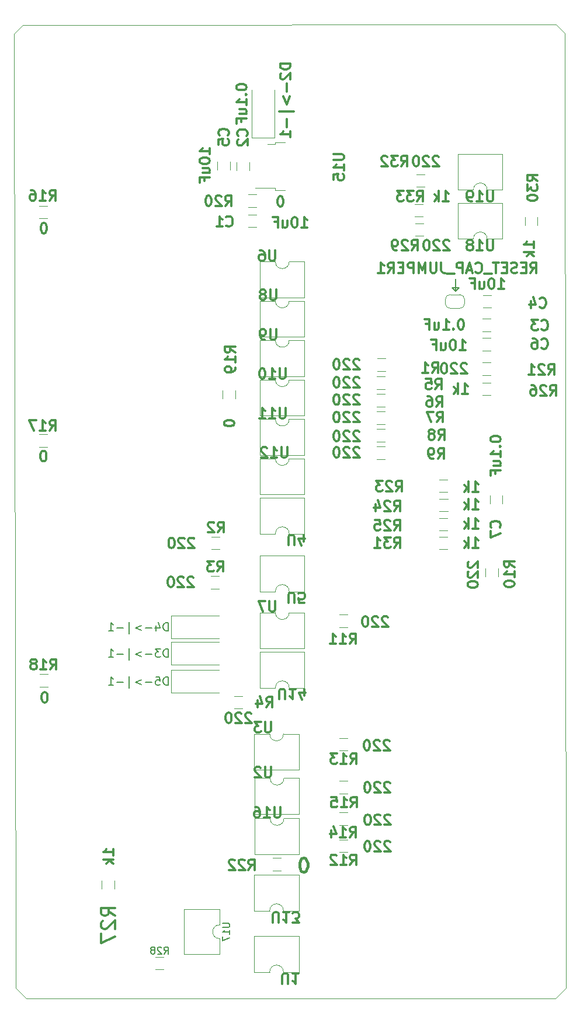
<source format=gbr>
G04 #@! TF.GenerationSoftware,KiCad,Pcbnew,(6.0.0-rc1-dev-347-gd8782b751)*
G04 #@! TF.CreationDate,2019-11-16T19:03:48+01:00*
G04 #@! TF.ProjectId,nano,6E616E6F2E6B696361645F7063620000,rev?*
G04 #@! TF.SameCoordinates,Original*
G04 #@! TF.FileFunction,Legend,Bot*
G04 #@! TF.FilePolarity,Positive*
%FSLAX46Y46*%
G04 Gerber Fmt 4.6, Leading zero omitted, Abs format (unit mm)*
G04 Created by KiCad (PCBNEW (6.0.0-rc1-dev-347-gd8782b751)) date 11/16/19 19:03:48*
%MOMM*%
%LPD*%
G01*
G04 APERTURE LIST*
%ADD10C,0.150000*%
%ADD11C,0.300000*%
%ADD12C,0.400000*%
%ADD13C,0.100000*%
%ADD14C,0.120000*%
%ADD15C,0.200000*%
%ADD16C,1.000000*%
%ADD17C,1.100000*%
%ADD18C,1.425000*%
%ADD19R,3.500000X1.800000*%
%ADD20R,1.800000X3.500000*%
%ADD21R,1.500000X1.780000*%
%ADD22C,0.500000*%
%ADD23O,1.700000X1.700000*%
%ADD24R,1.700000X1.700000*%
%ADD25O,3.600000X1.800000*%
%ADD26C,1.800000*%
%ADD27R,1.780000X1.500000*%
%ADD28C,9.000000*%
%ADD29R,6.400000X5.800000*%
%ADD30R,2.200000X1.200000*%
%ADD31O,2.032000X1.727200*%
%ADD32C,2.000000*%
%ADD33C,1.500000*%
G04 APERTURE END LIST*
D10*
X145034000Y-70104000D02*
X145542000Y-70612000D01*
X146050000Y-70104000D02*
X145034000Y-70104000D01*
X145542000Y-70612000D02*
X146050000Y-70104000D01*
X145542000Y-68834000D02*
X145542000Y-70612000D01*
D11*
X151721142Y-70274571D02*
X152578285Y-70274571D01*
X152149714Y-70274571D02*
X152149714Y-68774571D01*
X152292571Y-68988857D01*
X152435428Y-69131714D01*
X152578285Y-69203142D01*
X150792571Y-68774571D02*
X150649714Y-68774571D01*
X150506857Y-68846000D01*
X150435428Y-68917428D01*
X150364000Y-69060285D01*
X150292571Y-69346000D01*
X150292571Y-69703142D01*
X150364000Y-69988857D01*
X150435428Y-70131714D01*
X150506857Y-70203142D01*
X150649714Y-70274571D01*
X150792571Y-70274571D01*
X150935428Y-70203142D01*
X151006857Y-70131714D01*
X151078285Y-69988857D01*
X151149714Y-69703142D01*
X151149714Y-69346000D01*
X151078285Y-69060285D01*
X151006857Y-68917428D01*
X150935428Y-68846000D01*
X150792571Y-68774571D01*
X149006857Y-69274571D02*
X149006857Y-70274571D01*
X149649714Y-69274571D02*
X149649714Y-70060285D01*
X149578285Y-70203142D01*
X149435428Y-70274571D01*
X149221142Y-70274571D01*
X149078285Y-70203142D01*
X149006857Y-70131714D01*
X147792571Y-69488857D02*
X148292571Y-69488857D01*
X148292571Y-70274571D02*
X148292571Y-68774571D01*
X147578285Y-68774571D01*
D12*
X123585238Y-152874761D02*
X123394761Y-152874761D01*
X123204285Y-152970000D01*
X123109047Y-153065238D01*
X123013809Y-153255714D01*
X122918571Y-153636666D01*
X122918571Y-154112857D01*
X123013809Y-154493809D01*
X123109047Y-154684285D01*
X123204285Y-154779523D01*
X123394761Y-154874761D01*
X123585238Y-154874761D01*
X123775714Y-154779523D01*
X123870952Y-154684285D01*
X123966190Y-154493809D01*
X124061428Y-154112857D01*
X124061428Y-153636666D01*
X123966190Y-153255714D01*
X123870952Y-153065238D01*
X123775714Y-152970000D01*
X123585238Y-152874761D01*
D13*
X83312000Y-173228000D02*
X81788000Y-171704000D01*
X82804000Y-32004000D02*
X81534000Y-33274000D01*
X161544000Y-171704000D02*
X160020000Y-173228000D01*
X161353500Y-33210500D02*
X160083500Y-31940500D01*
X110746885Y-148021384D02*
G75*
G03X110746885Y-148021384I-2796885J0D01*
G01*
X144208500Y-148018500D02*
G75*
G03X144208500Y-148018500I-2794000J0D01*
G01*
X110692022Y-42874021D02*
G75*
G03X110692022Y-42874021I-2805522J0D01*
G01*
X144030668Y-42875168D02*
G75*
G03X144030668Y-42875168I-2552668J0D01*
G01*
X81788000Y-171704000D02*
X81534000Y-33274000D01*
X160020000Y-173228000D02*
X83312000Y-173228000D01*
X161353500Y-33210500D02*
X161544000Y-171704000D01*
X82804000Y-32004000D02*
X160083500Y-31940500D01*
D14*
G04 #@! TO.C,C7*
X150474000Y-101440064D02*
X150474000Y-100235936D01*
X152294000Y-101440064D02*
X152294000Y-100235936D01*
G04 #@! TO.C,D5->|-1*
X104312000Y-128904000D02*
X111212000Y-128904000D01*
X104312000Y-125604000D02*
X111212000Y-125604000D01*
X104312000Y-128904000D02*
X104312000Y-125604000D01*
G04 #@! TO.C,D4->|-1*
X104312000Y-121030000D02*
X111212000Y-121030000D01*
X104312000Y-117730000D02*
X111212000Y-117730000D01*
X104312000Y-121030000D02*
X104312000Y-117730000D01*
G04 #@! TO.C,D3->|-1*
X104312000Y-124840000D02*
X111212000Y-124840000D01*
X104312000Y-121540000D02*
X111212000Y-121540000D01*
X104312000Y-124840000D02*
X104312000Y-121540000D01*
G04 #@! TO.C,D2->|-1*
X119252000Y-48342000D02*
X119252000Y-41442000D01*
X115952000Y-48342000D02*
X115952000Y-41442000D01*
X119252000Y-48342000D02*
X115952000Y-48342000D01*
G04 #@! TO.C,U19*
X152333000Y-55940000D02*
X150098000Y-55940000D01*
X152333000Y-50740000D02*
X152333000Y-55940000D01*
X145863000Y-50740000D02*
X152333000Y-50740000D01*
X145863000Y-55940000D02*
X145863000Y-50740000D01*
X148098000Y-55940000D02*
X145863000Y-55940000D01*
X150098000Y-55940000D02*
G75*
G03X148098000Y-55940000I-1000000J0D01*
G01*
G04 #@! TO.C,U18*
X152333000Y-63052000D02*
X150098000Y-63052000D01*
X152333000Y-57852000D02*
X152333000Y-63052000D01*
X145863000Y-57852000D02*
X152333000Y-57852000D01*
X145863000Y-63052000D02*
X145863000Y-57852000D01*
X148098000Y-63052000D02*
X145863000Y-63052000D01*
X150098000Y-63052000D02*
G75*
G03X148098000Y-63052000I-1000000J0D01*
G01*
G04 #@! TO.C,R33*
X140810064Y-59838000D02*
X139605936Y-59838000D01*
X140810064Y-58018000D02*
X139605936Y-58018000D01*
G04 #@! TO.C,R32*
X141064064Y-55520000D02*
X139859936Y-55520000D01*
X141064064Y-53700000D02*
X139859936Y-53700000D01*
G04 #@! TO.C,R31*
X143125436Y-106278000D02*
X144329564Y-106278000D01*
X143125436Y-108098000D02*
X144329564Y-108098000D01*
G04 #@! TO.C,R30*
X155554000Y-61054064D02*
X155554000Y-59849936D01*
X157374000Y-61054064D02*
X157374000Y-59849936D01*
G04 #@! TO.C,R29*
X140846564Y-62632000D02*
X139642436Y-62632000D01*
X140846564Y-60812000D02*
X139642436Y-60812000D01*
G04 #@! TO.C,RESET_CAP_JUMPER1*
X144730000Y-73136000D02*
X146130000Y-73136000D01*
X146830000Y-72436000D02*
X146830000Y-71836000D01*
X146130000Y-71136000D02*
X144730000Y-71136000D01*
X144030000Y-71836000D02*
X144030000Y-72436000D01*
X144030000Y-72436000D02*
G75*
G03X144730000Y-73136000I700000J0D01*
G01*
X144730000Y-71136000D02*
G75*
G03X144030000Y-71836000I0J-700000D01*
G01*
X146830000Y-71836000D02*
G75*
G03X146130000Y-71136000I-700000J0D01*
G01*
X146130000Y-73136000D02*
G75*
G03X146830000Y-72436000I0J700000D01*
G01*
G04 #@! TO.C,C4*
X150716064Y-73046000D02*
X149511936Y-73046000D01*
X150716064Y-71226000D02*
X149511936Y-71226000D01*
G04 #@! TO.C,U3*
X116335500Y-134877500D02*
X118570500Y-134877500D01*
X116335500Y-140077500D02*
X116335500Y-134877500D01*
X122805500Y-140077500D02*
X116335500Y-140077500D01*
X122805500Y-134877500D02*
X122805500Y-140077500D01*
X120570500Y-134877500D02*
X122805500Y-134877500D01*
X118570500Y-134877500D02*
G75*
G03X120570500Y-134877500I1000000J0D01*
G01*
G04 #@! TO.C,U17*
X111312000Y-160341000D02*
X111312000Y-162576000D01*
X106112000Y-160341000D02*
X111312000Y-160341000D01*
X106112000Y-166811000D02*
X106112000Y-160341000D01*
X111312000Y-166811000D02*
X106112000Y-166811000D01*
X111312000Y-164576000D02*
X111312000Y-166811000D01*
X111312000Y-162576000D02*
G75*
G03X111312000Y-164576000I0J-1000000D01*
G01*
G04 #@! TO.C,R28*
X103218064Y-169058000D02*
X102013936Y-169058000D01*
X103218064Y-167238000D02*
X102013936Y-167238000D01*
G04 #@! TO.C,R27*
X94213000Y-157320064D02*
X94213000Y-156115936D01*
X96033000Y-157320064D02*
X96033000Y-156115936D01*
G04 #@! TO.C,C6*
X149376397Y-77449000D02*
X150580525Y-77449000D01*
X149376397Y-79269000D02*
X150580525Y-79269000D01*
G04 #@! TO.C,C5*
X112797000Y-51848936D02*
X112797000Y-53053064D01*
X110977000Y-51848936D02*
X110977000Y-53053064D01*
G04 #@! TO.C,R26*
X150580525Y-85726205D02*
X149376397Y-85726205D01*
X150580525Y-83906205D02*
X149376397Y-83906205D01*
G04 #@! TO.C,R25*
X144366064Y-105367500D02*
X143161936Y-105367500D01*
X144366064Y-103547500D02*
X143161936Y-103547500D01*
G04 #@! TO.C,R24*
X144393064Y-102573500D02*
X143188936Y-102573500D01*
X144393064Y-100753500D02*
X143188936Y-100753500D01*
G04 #@! TO.C,R23*
X144366064Y-99779500D02*
X143161936Y-99779500D01*
X144366064Y-97959500D02*
X143161936Y-97959500D01*
G04 #@! TO.C,U16*
X116399000Y-147133000D02*
X118634000Y-147133000D01*
X116399000Y-152333000D02*
X116399000Y-147133000D01*
X122869000Y-152333000D02*
X116399000Y-152333000D01*
X122869000Y-147133000D02*
X122869000Y-152333000D01*
X120634000Y-147133000D02*
X122869000Y-147133000D01*
X118634000Y-147133000D02*
G75*
G03X120634000Y-147133000I1000000J0D01*
G01*
G04 #@! TO.C,R22*
X119031936Y-152887000D02*
X120236064Y-152887000D01*
X119031936Y-154707000D02*
X120236064Y-154707000D01*
G04 #@! TO.C,R21*
X149376397Y-80985205D02*
X150580525Y-80985205D01*
X149376397Y-82805205D02*
X150580525Y-82805205D01*
G04 #@! TO.C,R20*
X115475936Y-56621000D02*
X116680064Y-56621000D01*
X115475936Y-58441000D02*
X116680064Y-58441000D01*
G04 #@! TO.C,R19*
X111739000Y-86200064D02*
X111739000Y-84995936D01*
X113559000Y-86200064D02*
X113559000Y-84995936D01*
G04 #@! TO.C,R18*
X86454064Y-128037000D02*
X85249936Y-128037000D01*
X86454064Y-126217000D02*
X85249936Y-126217000D01*
G04 #@! TO.C,R17*
X86327064Y-93239000D02*
X85122936Y-93239000D01*
X86327064Y-91419000D02*
X85122936Y-91419000D01*
G04 #@! TO.C,R16*
X86327064Y-60092000D02*
X85122936Y-60092000D01*
X86327064Y-58272000D02*
X85122936Y-58272000D01*
G04 #@! TO.C,R12*
X128683936Y-150220000D02*
X129888064Y-150220000D01*
X128683936Y-152040000D02*
X129888064Y-152040000D01*
G04 #@! TO.C,U14*
X123631000Y-128178611D02*
X121396000Y-128178611D01*
X123631000Y-122978611D02*
X123631000Y-128178611D01*
X117161000Y-122978611D02*
X123631000Y-122978611D01*
X117161000Y-128178611D02*
X117161000Y-122978611D01*
X119396000Y-128178611D02*
X117161000Y-128178611D01*
X121396000Y-128178611D02*
G75*
G03X119396000Y-128178611I-1000000J0D01*
G01*
G04 #@! TO.C,U13*
X122805500Y-160524500D02*
X120570500Y-160524500D01*
X122805500Y-155324500D02*
X122805500Y-160524500D01*
X116335500Y-155324500D02*
X122805500Y-155324500D01*
X116335500Y-160524500D02*
X116335500Y-155324500D01*
X118570500Y-160524500D02*
X116335500Y-160524500D01*
X120570500Y-160524500D02*
G75*
G03X118570500Y-160524500I-1000000J0D01*
G01*
G04 #@! TO.C,U12*
X117161000Y-94911611D02*
X119396000Y-94911611D01*
X117161000Y-100111611D02*
X117161000Y-94911611D01*
X123631000Y-100111611D02*
X117161000Y-100111611D01*
X123631000Y-94911611D02*
X123631000Y-100111611D01*
X121396000Y-94911611D02*
X123631000Y-94911611D01*
X119396000Y-94911611D02*
G75*
G03X121396000Y-94911611I1000000J0D01*
G01*
G04 #@! TO.C,U11*
X117161000Y-89196611D02*
X119396000Y-89196611D01*
X117161000Y-94396611D02*
X117161000Y-89196611D01*
X123631000Y-94396611D02*
X117161000Y-94396611D01*
X123631000Y-89196611D02*
X123631000Y-94396611D01*
X121396000Y-89196611D02*
X123631000Y-89196611D01*
X119396000Y-89196611D02*
G75*
G03X121396000Y-89196611I1000000J0D01*
G01*
G04 #@! TO.C,U10*
X117161000Y-83481611D02*
X119396000Y-83481611D01*
X117161000Y-88681611D02*
X117161000Y-83481611D01*
X123631000Y-88681611D02*
X117161000Y-88681611D01*
X123631000Y-83481611D02*
X123631000Y-88681611D01*
X121396000Y-83481611D02*
X123631000Y-83481611D01*
X119396000Y-83481611D02*
G75*
G03X121396000Y-83481611I1000000J0D01*
G01*
G04 #@! TO.C,U9*
X117161000Y-77766611D02*
X119396000Y-77766611D01*
X117161000Y-82966611D02*
X117161000Y-77766611D01*
X123631000Y-82966611D02*
X117161000Y-82966611D01*
X123631000Y-77766611D02*
X123631000Y-82966611D01*
X121396000Y-77766611D02*
X123631000Y-77766611D01*
X119396000Y-77766611D02*
G75*
G03X121396000Y-77766611I1000000J0D01*
G01*
G04 #@! TO.C,U8*
X117161000Y-72051611D02*
X119396000Y-72051611D01*
X117161000Y-77251611D02*
X117161000Y-72051611D01*
X123631000Y-77251611D02*
X117161000Y-77251611D01*
X123631000Y-72051611D02*
X123631000Y-77251611D01*
X121396000Y-72051611D02*
X123631000Y-72051611D01*
X119396000Y-72051611D02*
G75*
G03X121396000Y-72051611I1000000J0D01*
G01*
G04 #@! TO.C,U7*
X117161000Y-117263611D02*
X119396000Y-117263611D01*
X117161000Y-122463611D02*
X117161000Y-117263611D01*
X123631000Y-122463611D02*
X117161000Y-122463611D01*
X123631000Y-117263611D02*
X123631000Y-122463611D01*
X121396000Y-117263611D02*
X123631000Y-117263611D01*
X119396000Y-117263611D02*
G75*
G03X121396000Y-117263611I1000000J0D01*
G01*
G04 #@! TO.C,U6*
X117161000Y-66361000D02*
X119396000Y-66361000D01*
X117161000Y-71561000D02*
X117161000Y-66361000D01*
X123631000Y-71561000D02*
X117161000Y-71561000D01*
X123631000Y-66361000D02*
X123631000Y-71561000D01*
X121396000Y-66361000D02*
X123631000Y-66361000D01*
X119396000Y-66361000D02*
G75*
G03X121396000Y-66361000I1000000J0D01*
G01*
G04 #@! TO.C,U5*
X123631000Y-114208611D02*
X121396000Y-114208611D01*
X123631000Y-109008611D02*
X123631000Y-114208611D01*
X117161000Y-109008611D02*
X123631000Y-109008611D01*
X117161000Y-114208611D02*
X117161000Y-109008611D01*
X119396000Y-114208611D02*
X117161000Y-114208611D01*
X121396000Y-114208611D02*
G75*
G03X119396000Y-114208611I-1000000J0D01*
G01*
G04 #@! TO.C,U4*
X123631000Y-105826611D02*
X121396000Y-105826611D01*
X123631000Y-100626611D02*
X123631000Y-105826611D01*
X117161000Y-100626611D02*
X123631000Y-100626611D01*
X117161000Y-105826611D02*
X117161000Y-100626611D01*
X119396000Y-105826611D02*
X117161000Y-105826611D01*
X121396000Y-105826611D02*
G75*
G03X119396000Y-105826611I-1000000J0D01*
G01*
G04 #@! TO.C,U2*
X116399000Y-141291000D02*
X118634000Y-141291000D01*
X116399000Y-146491000D02*
X116399000Y-141291000D01*
X122869000Y-146491000D02*
X116399000Y-146491000D01*
X122869000Y-141291000D02*
X122869000Y-146491000D01*
X120634000Y-141291000D02*
X122869000Y-141291000D01*
X118634000Y-141291000D02*
G75*
G03X120634000Y-141291000I1000000J0D01*
G01*
G04 #@! TO.C,U1*
X122805500Y-169414500D02*
X120570500Y-169414500D01*
X122805500Y-164214500D02*
X122805500Y-169414500D01*
X116335500Y-164214500D02*
X122805500Y-164214500D01*
X116335500Y-169414500D02*
X116335500Y-164214500D01*
X118570500Y-169414500D02*
X116335500Y-169414500D01*
X120570500Y-169414500D02*
G75*
G03X118570500Y-169414500I-1000000J0D01*
G01*
G04 #@! TO.C,U15*
X119323000Y-49322548D02*
X118223000Y-49322548D01*
X119323000Y-49052548D02*
X119323000Y-49322548D01*
X120823000Y-49052548D02*
X119323000Y-49052548D01*
X119323000Y-55682548D02*
X116493000Y-55682548D01*
X119323000Y-55952548D02*
X119323000Y-55682548D01*
X120823000Y-55952548D02*
X119323000Y-55952548D01*
G04 #@! TO.C,R15*
X128683936Y-141711000D02*
X129888064Y-141711000D01*
X128683936Y-143531000D02*
X129888064Y-143531000D01*
G04 #@! TO.C,R14*
X128683936Y-146283000D02*
X129888064Y-146283000D01*
X128683936Y-148103000D02*
X129888064Y-148103000D01*
G04 #@! TO.C,R13*
X128683936Y-135488000D02*
X129888064Y-135488000D01*
X128683936Y-137308000D02*
X129888064Y-137308000D01*
G04 #@! TO.C,R11*
X128683936Y-117581000D02*
X129888064Y-117581000D01*
X128683936Y-119401000D02*
X129888064Y-119401000D01*
G04 #@! TO.C,R10*
X149839000Y-112071564D02*
X149839000Y-110867436D01*
X151659000Y-112071564D02*
X151659000Y-110867436D01*
G04 #@! TO.C,R9*
X134087272Y-93194002D02*
X135291400Y-93194002D01*
X134087272Y-95014002D02*
X135291400Y-95014002D01*
G04 #@! TO.C,R8*
X134087272Y-90654002D02*
X135291400Y-90654002D01*
X134087272Y-92474002D02*
X135291400Y-92474002D01*
G04 #@! TO.C,R7*
X134087272Y-88114002D02*
X135291400Y-88114002D01*
X134087272Y-89934002D02*
X135291400Y-89934002D01*
G04 #@! TO.C,R6*
X134087272Y-85574002D02*
X135291400Y-85574002D01*
X134087272Y-87394002D02*
X135291400Y-87394002D01*
G04 #@! TO.C,R5*
X134087272Y-83034002D02*
X135291400Y-83034002D01*
X134087272Y-84854002D02*
X135291400Y-84854002D01*
G04 #@! TO.C,R4*
X114648064Y-131212000D02*
X113443936Y-131212000D01*
X114648064Y-129392000D02*
X113443936Y-129392000D01*
G04 #@! TO.C,R3*
X111219064Y-113813000D02*
X110014936Y-113813000D01*
X111219064Y-111993000D02*
X110014936Y-111993000D01*
G04 #@! TO.C,R2*
X111346064Y-108098000D02*
X110141936Y-108098000D01*
X111346064Y-106278000D02*
X110141936Y-106278000D01*
G04 #@! TO.C,C3*
X149384936Y-74655000D02*
X150589064Y-74655000D01*
X149384936Y-76475000D02*
X150589064Y-76475000D01*
G04 #@! TO.C,C2*
X115591000Y-51900484D02*
X115591000Y-53104612D01*
X113771000Y-51900484D02*
X113771000Y-53104612D01*
G04 #@! TO.C,C1*
X116680064Y-61362000D02*
X115475936Y-61362000D01*
X116680064Y-59542000D02*
X115475936Y-59542000D01*
G04 #@! TO.C,R1*
X134144936Y-82211391D02*
X135349064Y-82211391D01*
X134144936Y-80391391D02*
X135349064Y-80391391D01*
G04 #@! TD*
G04 #@! TO.C,C7*
D11*
X151919714Y-104906000D02*
X151991142Y-104834571D01*
X152062571Y-104620285D01*
X152062571Y-104477428D01*
X151991142Y-104263142D01*
X151848285Y-104120285D01*
X151705428Y-104048857D01*
X151419714Y-103977428D01*
X151205428Y-103977428D01*
X150919714Y-104048857D01*
X150776857Y-104120285D01*
X150634000Y-104263142D01*
X150562571Y-104477428D01*
X150562571Y-104620285D01*
X150634000Y-104834571D01*
X150705428Y-104906000D01*
X150562571Y-105406000D02*
X150562571Y-106406000D01*
X152062571Y-105763142D01*
X150562571Y-92023714D02*
X150562571Y-92166571D01*
X150634000Y-92309428D01*
X150705428Y-92380857D01*
X150848285Y-92452285D01*
X151134000Y-92523714D01*
X151491142Y-92523714D01*
X151776857Y-92452285D01*
X151919714Y-92380857D01*
X151991142Y-92309428D01*
X152062571Y-92166571D01*
X152062571Y-92023714D01*
X151991142Y-91880857D01*
X151919714Y-91809428D01*
X151776857Y-91738000D01*
X151491142Y-91666571D01*
X151134000Y-91666571D01*
X150848285Y-91738000D01*
X150705428Y-91809428D01*
X150634000Y-91880857D01*
X150562571Y-92023714D01*
X151919714Y-93166571D02*
X151991142Y-93238000D01*
X152062571Y-93166571D01*
X151991142Y-93095142D01*
X151919714Y-93166571D01*
X152062571Y-93166571D01*
X152062571Y-94666571D02*
X152062571Y-93809428D01*
X152062571Y-94238000D02*
X150562571Y-94238000D01*
X150776857Y-94095142D01*
X150919714Y-93952285D01*
X150991142Y-93809428D01*
X151062571Y-95952285D02*
X152062571Y-95952285D01*
X151062571Y-95309428D02*
X151848285Y-95309428D01*
X151991142Y-95380857D01*
X152062571Y-95523714D01*
X152062571Y-95738000D01*
X151991142Y-95880857D01*
X151919714Y-95952285D01*
X151276857Y-97166571D02*
X151276857Y-96666571D01*
X152062571Y-96666571D02*
X150562571Y-96666571D01*
X150562571Y-97380857D01*
G04 #@! TO.C,D5->|-1*
D15*
X103825142Y-127796857D02*
X103825142Y-126596857D01*
X103539428Y-126596857D01*
X103368000Y-126654000D01*
X103253714Y-126768285D01*
X103196571Y-126882571D01*
X103139428Y-127111142D01*
X103139428Y-127282571D01*
X103196571Y-127511142D01*
X103253714Y-127625428D01*
X103368000Y-127739714D01*
X103539428Y-127796857D01*
X103825142Y-127796857D01*
X102053714Y-126596857D02*
X102625142Y-126596857D01*
X102682285Y-127168285D01*
X102625142Y-127111142D01*
X102510857Y-127054000D01*
X102225142Y-127054000D01*
X102110857Y-127111142D01*
X102053714Y-127168285D01*
X101996571Y-127282571D01*
X101996571Y-127568285D01*
X102053714Y-127682571D01*
X102110857Y-127739714D01*
X102225142Y-127796857D01*
X102510857Y-127796857D01*
X102625142Y-127739714D01*
X102682285Y-127682571D01*
X101482285Y-127339714D02*
X100568000Y-127339714D01*
X99996571Y-126996857D02*
X99082285Y-127339714D01*
X99996571Y-127682571D01*
X98225142Y-128196857D02*
X98225142Y-126482571D01*
X97368000Y-127339714D02*
X96453714Y-127339714D01*
X95253714Y-127796857D02*
X95939428Y-127796857D01*
X95596571Y-127796857D02*
X95596571Y-126596857D01*
X95710857Y-126768285D01*
X95825142Y-126882571D01*
X95939428Y-126939714D01*
G04 #@! TO.C,D4->|-1*
X103825142Y-119922857D02*
X103825142Y-118722857D01*
X103539428Y-118722857D01*
X103368000Y-118780000D01*
X103253714Y-118894285D01*
X103196571Y-119008571D01*
X103139428Y-119237142D01*
X103139428Y-119408571D01*
X103196571Y-119637142D01*
X103253714Y-119751428D01*
X103368000Y-119865714D01*
X103539428Y-119922857D01*
X103825142Y-119922857D01*
X102110857Y-119122857D02*
X102110857Y-119922857D01*
X102396571Y-118665714D02*
X102682285Y-119522857D01*
X101939428Y-119522857D01*
X101482285Y-119465714D02*
X100568000Y-119465714D01*
X99996571Y-119122857D02*
X99082285Y-119465714D01*
X99996571Y-119808571D01*
X98225142Y-120322857D02*
X98225142Y-118608571D01*
X97368000Y-119465714D02*
X96453714Y-119465714D01*
X95253714Y-119922857D02*
X95939428Y-119922857D01*
X95596571Y-119922857D02*
X95596571Y-118722857D01*
X95710857Y-118894285D01*
X95825142Y-119008571D01*
X95939428Y-119065714D01*
G04 #@! TO.C,D3->|-1*
X103825142Y-123732857D02*
X103825142Y-122532857D01*
X103539428Y-122532857D01*
X103368000Y-122590000D01*
X103253714Y-122704285D01*
X103196571Y-122818571D01*
X103139428Y-123047142D01*
X103139428Y-123218571D01*
X103196571Y-123447142D01*
X103253714Y-123561428D01*
X103368000Y-123675714D01*
X103539428Y-123732857D01*
X103825142Y-123732857D01*
X102739428Y-122532857D02*
X101996571Y-122532857D01*
X102396571Y-122990000D01*
X102225142Y-122990000D01*
X102110857Y-123047142D01*
X102053714Y-123104285D01*
X101996571Y-123218571D01*
X101996571Y-123504285D01*
X102053714Y-123618571D01*
X102110857Y-123675714D01*
X102225142Y-123732857D01*
X102568000Y-123732857D01*
X102682285Y-123675714D01*
X102739428Y-123618571D01*
X101482285Y-123275714D02*
X100568000Y-123275714D01*
X99996571Y-122932857D02*
X99082285Y-123275714D01*
X99996571Y-123618571D01*
X98225142Y-124132857D02*
X98225142Y-122418571D01*
X97368000Y-123275714D02*
X96453714Y-123275714D01*
X95253714Y-123732857D02*
X95939428Y-123732857D01*
X95596571Y-123732857D02*
X95596571Y-122532857D01*
X95710857Y-122704285D01*
X95825142Y-122818571D01*
X95939428Y-122875714D01*
G04 #@! TO.C,D2->|-1*
D11*
X121582571Y-37604571D02*
X120082571Y-37604571D01*
X120082571Y-37961714D01*
X120154000Y-38176000D01*
X120296857Y-38318857D01*
X120439714Y-38390285D01*
X120725428Y-38461714D01*
X120939714Y-38461714D01*
X121225428Y-38390285D01*
X121368285Y-38318857D01*
X121511142Y-38176000D01*
X121582571Y-37961714D01*
X121582571Y-37604571D01*
X120225428Y-39033142D02*
X120154000Y-39104571D01*
X120082571Y-39247428D01*
X120082571Y-39604571D01*
X120154000Y-39747428D01*
X120225428Y-39818857D01*
X120368285Y-39890285D01*
X120511142Y-39890285D01*
X120725428Y-39818857D01*
X121582571Y-38961714D01*
X121582571Y-39890285D01*
X121011142Y-40533142D02*
X121011142Y-41676000D01*
X120582571Y-42390285D02*
X121011142Y-43533142D01*
X121439714Y-42390285D01*
X122082571Y-44604571D02*
X119939714Y-44604571D01*
X121011142Y-45676000D02*
X121011142Y-46818857D01*
X121582571Y-48318857D02*
X121582571Y-47461714D01*
X121582571Y-47890285D02*
X120082571Y-47890285D01*
X120296857Y-47747428D01*
X120439714Y-47604571D01*
X120511142Y-47461714D01*
G04 #@! TO.C,U19*
X150955142Y-56118571D02*
X150955142Y-57332857D01*
X150883714Y-57475714D01*
X150812285Y-57547142D01*
X150669428Y-57618571D01*
X150383714Y-57618571D01*
X150240857Y-57547142D01*
X150169428Y-57475714D01*
X150098000Y-57332857D01*
X150098000Y-56118571D01*
X148598000Y-57618571D02*
X149455142Y-57618571D01*
X149026571Y-57618571D02*
X149026571Y-56118571D01*
X149169428Y-56332857D01*
X149312285Y-56475714D01*
X149455142Y-56547142D01*
X147883714Y-57618571D02*
X147598000Y-57618571D01*
X147455142Y-57547142D01*
X147383714Y-57475714D01*
X147240857Y-57261428D01*
X147169428Y-56975714D01*
X147169428Y-56404285D01*
X147240857Y-56261428D01*
X147312285Y-56190000D01*
X147455142Y-56118571D01*
X147740857Y-56118571D01*
X147883714Y-56190000D01*
X147955142Y-56261428D01*
X148026571Y-56404285D01*
X148026571Y-56761428D01*
X147955142Y-56904285D01*
X147883714Y-56975714D01*
X147740857Y-57047142D01*
X147455142Y-57047142D01*
X147312285Y-56975714D01*
X147240857Y-56904285D01*
X147169428Y-56761428D01*
G04 #@! TO.C,U18*
X150955142Y-63230571D02*
X150955142Y-64444857D01*
X150883714Y-64587714D01*
X150812285Y-64659142D01*
X150669428Y-64730571D01*
X150383714Y-64730571D01*
X150240857Y-64659142D01*
X150169428Y-64587714D01*
X150098000Y-64444857D01*
X150098000Y-63230571D01*
X148598000Y-64730571D02*
X149455142Y-64730571D01*
X149026571Y-64730571D02*
X149026571Y-63230571D01*
X149169428Y-63444857D01*
X149312285Y-63587714D01*
X149455142Y-63659142D01*
X147740857Y-63873428D02*
X147883714Y-63802000D01*
X147955142Y-63730571D01*
X148026571Y-63587714D01*
X148026571Y-63516285D01*
X147955142Y-63373428D01*
X147883714Y-63302000D01*
X147740857Y-63230571D01*
X147455142Y-63230571D01*
X147312285Y-63302000D01*
X147240857Y-63373428D01*
X147169428Y-63516285D01*
X147169428Y-63587714D01*
X147240857Y-63730571D01*
X147312285Y-63802000D01*
X147455142Y-63873428D01*
X147740857Y-63873428D01*
X147883714Y-63944857D01*
X147955142Y-64016285D01*
X148026571Y-64159142D01*
X148026571Y-64444857D01*
X147955142Y-64587714D01*
X147883714Y-64659142D01*
X147740857Y-64730571D01*
X147455142Y-64730571D01*
X147312285Y-64659142D01*
X147240857Y-64587714D01*
X147169428Y-64444857D01*
X147169428Y-64159142D01*
X147240857Y-64016285D01*
X147312285Y-63944857D01*
X147455142Y-63873428D01*
G04 #@! TO.C,R33*
X139902285Y-57574571D02*
X140402285Y-56860285D01*
X140759428Y-57574571D02*
X140759428Y-56074571D01*
X140188000Y-56074571D01*
X140045142Y-56146000D01*
X139973714Y-56217428D01*
X139902285Y-56360285D01*
X139902285Y-56574571D01*
X139973714Y-56717428D01*
X140045142Y-56788857D01*
X140188000Y-56860285D01*
X140759428Y-56860285D01*
X139402285Y-56074571D02*
X138473714Y-56074571D01*
X138973714Y-56646000D01*
X138759428Y-56646000D01*
X138616571Y-56717428D01*
X138545142Y-56788857D01*
X138473714Y-56931714D01*
X138473714Y-57288857D01*
X138545142Y-57431714D01*
X138616571Y-57503142D01*
X138759428Y-57574571D01*
X139188000Y-57574571D01*
X139330857Y-57503142D01*
X139402285Y-57431714D01*
X137973714Y-56074571D02*
X137045142Y-56074571D01*
X137545142Y-56646000D01*
X137330857Y-56646000D01*
X137188000Y-56717428D01*
X137116571Y-56788857D01*
X137045142Y-56931714D01*
X137045142Y-57288857D01*
X137116571Y-57431714D01*
X137188000Y-57503142D01*
X137330857Y-57574571D01*
X137759428Y-57574571D01*
X137902285Y-57503142D01*
X137973714Y-57431714D01*
X143688571Y-57574571D02*
X144545714Y-57574571D01*
X144117142Y-57574571D02*
X144117142Y-56074571D01*
X144260000Y-56288857D01*
X144402857Y-56431714D01*
X144545714Y-56503142D01*
X143045714Y-57574571D02*
X143045714Y-56074571D01*
X142902857Y-57003142D02*
X142474285Y-57574571D01*
X142474285Y-56574571D02*
X143045714Y-57146000D01*
G04 #@! TO.C,R32*
X137616285Y-52494571D02*
X138116285Y-51780285D01*
X138473428Y-52494571D02*
X138473428Y-50994571D01*
X137902000Y-50994571D01*
X137759142Y-51066000D01*
X137687714Y-51137428D01*
X137616285Y-51280285D01*
X137616285Y-51494571D01*
X137687714Y-51637428D01*
X137759142Y-51708857D01*
X137902000Y-51780285D01*
X138473428Y-51780285D01*
X137116285Y-50994571D02*
X136187714Y-50994571D01*
X136687714Y-51566000D01*
X136473428Y-51566000D01*
X136330571Y-51637428D01*
X136259142Y-51708857D01*
X136187714Y-51851714D01*
X136187714Y-52208857D01*
X136259142Y-52351714D01*
X136330571Y-52423142D01*
X136473428Y-52494571D01*
X136902000Y-52494571D01*
X137044857Y-52423142D01*
X137116285Y-52351714D01*
X135616285Y-51137428D02*
X135544857Y-51066000D01*
X135402000Y-50994571D01*
X135044857Y-50994571D01*
X134902000Y-51066000D01*
X134830571Y-51137428D01*
X134759142Y-51280285D01*
X134759142Y-51423142D01*
X134830571Y-51637428D01*
X135687714Y-52494571D01*
X134759142Y-52494571D01*
X143081142Y-51137428D02*
X143009714Y-51066000D01*
X142866857Y-50994571D01*
X142509714Y-50994571D01*
X142366857Y-51066000D01*
X142295428Y-51137428D01*
X142224000Y-51280285D01*
X142224000Y-51423142D01*
X142295428Y-51637428D01*
X143152571Y-52494571D01*
X142224000Y-52494571D01*
X141652571Y-51137428D02*
X141581142Y-51066000D01*
X141438285Y-50994571D01*
X141081142Y-50994571D01*
X140938285Y-51066000D01*
X140866857Y-51137428D01*
X140795428Y-51280285D01*
X140795428Y-51423142D01*
X140866857Y-51637428D01*
X141724000Y-52494571D01*
X140795428Y-52494571D01*
X139866857Y-50994571D02*
X139724000Y-50994571D01*
X139581142Y-51066000D01*
X139509714Y-51137428D01*
X139438285Y-51280285D01*
X139366857Y-51566000D01*
X139366857Y-51923142D01*
X139438285Y-52208857D01*
X139509714Y-52351714D01*
X139581142Y-52423142D01*
X139724000Y-52494571D01*
X139866857Y-52494571D01*
X140009714Y-52423142D01*
X140081142Y-52351714D01*
X140152571Y-52208857D01*
X140224000Y-51923142D01*
X140224000Y-51566000D01*
X140152571Y-51280285D01*
X140081142Y-51137428D01*
X140009714Y-51066000D01*
X139866857Y-50994571D01*
G04 #@! TO.C,R31*
X136600285Y-107866571D02*
X137100285Y-107152285D01*
X137457428Y-107866571D02*
X137457428Y-106366571D01*
X136886000Y-106366571D01*
X136743142Y-106438000D01*
X136671714Y-106509428D01*
X136600285Y-106652285D01*
X136600285Y-106866571D01*
X136671714Y-107009428D01*
X136743142Y-107080857D01*
X136886000Y-107152285D01*
X137457428Y-107152285D01*
X136100285Y-106366571D02*
X135171714Y-106366571D01*
X135671714Y-106938000D01*
X135457428Y-106938000D01*
X135314571Y-107009428D01*
X135243142Y-107080857D01*
X135171714Y-107223714D01*
X135171714Y-107580857D01*
X135243142Y-107723714D01*
X135314571Y-107795142D01*
X135457428Y-107866571D01*
X135886000Y-107866571D01*
X136028857Y-107795142D01*
X136100285Y-107723714D01*
X133743142Y-107866571D02*
X134600285Y-107866571D01*
X134171714Y-107866571D02*
X134171714Y-106366571D01*
X134314571Y-106580857D01*
X134457428Y-106723714D01*
X134600285Y-106795142D01*
X148006571Y-107866571D02*
X148863714Y-107866571D01*
X148435142Y-107866571D02*
X148435142Y-106366571D01*
X148578000Y-106580857D01*
X148720857Y-106723714D01*
X148863714Y-106795142D01*
X147363714Y-107866571D02*
X147363714Y-106366571D01*
X147220857Y-107295142D02*
X146792285Y-107866571D01*
X146792285Y-106866571D02*
X147363714Y-107438000D01*
G04 #@! TO.C,R30*
X157396571Y-54661714D02*
X156682285Y-54161714D01*
X157396571Y-53804571D02*
X155896571Y-53804571D01*
X155896571Y-54376000D01*
X155968000Y-54518857D01*
X156039428Y-54590285D01*
X156182285Y-54661714D01*
X156396571Y-54661714D01*
X156539428Y-54590285D01*
X156610857Y-54518857D01*
X156682285Y-54376000D01*
X156682285Y-53804571D01*
X155896571Y-55161714D02*
X155896571Y-56090285D01*
X156468000Y-55590285D01*
X156468000Y-55804571D01*
X156539428Y-55947428D01*
X156610857Y-56018857D01*
X156753714Y-56090285D01*
X157110857Y-56090285D01*
X157253714Y-56018857D01*
X157325142Y-55947428D01*
X157396571Y-55804571D01*
X157396571Y-55376000D01*
X157325142Y-55233142D01*
X157253714Y-55161714D01*
X155896571Y-57018857D02*
X155896571Y-57161714D01*
X155968000Y-57304571D01*
X156039428Y-57376000D01*
X156182285Y-57447428D01*
X156468000Y-57518857D01*
X156825142Y-57518857D01*
X157110857Y-57447428D01*
X157253714Y-57376000D01*
X157325142Y-57304571D01*
X157396571Y-57161714D01*
X157396571Y-57018857D01*
X157325142Y-56876000D01*
X157253714Y-56804571D01*
X157110857Y-56733142D01*
X156825142Y-56661714D01*
X156468000Y-56661714D01*
X156182285Y-56733142D01*
X156039428Y-56804571D01*
X155968000Y-56876000D01*
X155896571Y-57018857D01*
X156888571Y-64337428D02*
X156888571Y-63480285D01*
X156888571Y-63908857D02*
X155388571Y-63908857D01*
X155602857Y-63766000D01*
X155745714Y-63623142D01*
X155817142Y-63480285D01*
X156888571Y-64980285D02*
X155388571Y-64980285D01*
X156317142Y-65123142D02*
X156888571Y-65551714D01*
X155888571Y-65551714D02*
X156460000Y-64980285D01*
G04 #@! TO.C,R29*
X139140285Y-64686571D02*
X139640285Y-63972285D01*
X139997428Y-64686571D02*
X139997428Y-63186571D01*
X139426000Y-63186571D01*
X139283142Y-63258000D01*
X139211714Y-63329428D01*
X139140285Y-63472285D01*
X139140285Y-63686571D01*
X139211714Y-63829428D01*
X139283142Y-63900857D01*
X139426000Y-63972285D01*
X139997428Y-63972285D01*
X138568857Y-63329428D02*
X138497428Y-63258000D01*
X138354571Y-63186571D01*
X137997428Y-63186571D01*
X137854571Y-63258000D01*
X137783142Y-63329428D01*
X137711714Y-63472285D01*
X137711714Y-63615142D01*
X137783142Y-63829428D01*
X138640285Y-64686571D01*
X137711714Y-64686571D01*
X136997428Y-64686571D02*
X136711714Y-64686571D01*
X136568857Y-64615142D01*
X136497428Y-64543714D01*
X136354571Y-64329428D01*
X136283142Y-64043714D01*
X136283142Y-63472285D01*
X136354571Y-63329428D01*
X136426000Y-63258000D01*
X136568857Y-63186571D01*
X136854571Y-63186571D01*
X136997428Y-63258000D01*
X137068857Y-63329428D01*
X137140285Y-63472285D01*
X137140285Y-63829428D01*
X137068857Y-63972285D01*
X136997428Y-64043714D01*
X136854571Y-64115142D01*
X136568857Y-64115142D01*
X136426000Y-64043714D01*
X136354571Y-63972285D01*
X136283142Y-63829428D01*
X144605142Y-63329428D02*
X144533714Y-63258000D01*
X144390857Y-63186571D01*
X144033714Y-63186571D01*
X143890857Y-63258000D01*
X143819428Y-63329428D01*
X143748000Y-63472285D01*
X143748000Y-63615142D01*
X143819428Y-63829428D01*
X144676571Y-64686571D01*
X143748000Y-64686571D01*
X143176571Y-63329428D02*
X143105142Y-63258000D01*
X142962285Y-63186571D01*
X142605142Y-63186571D01*
X142462285Y-63258000D01*
X142390857Y-63329428D01*
X142319428Y-63472285D01*
X142319428Y-63615142D01*
X142390857Y-63829428D01*
X143248000Y-64686571D01*
X142319428Y-64686571D01*
X141390857Y-63186571D02*
X141248000Y-63186571D01*
X141105142Y-63258000D01*
X141033714Y-63329428D01*
X140962285Y-63472285D01*
X140890857Y-63758000D01*
X140890857Y-64115142D01*
X140962285Y-64400857D01*
X141033714Y-64543714D01*
X141105142Y-64615142D01*
X141248000Y-64686571D01*
X141390857Y-64686571D01*
X141533714Y-64615142D01*
X141605142Y-64543714D01*
X141676571Y-64400857D01*
X141748000Y-64115142D01*
X141748000Y-63758000D01*
X141676571Y-63472285D01*
X141605142Y-63329428D01*
X141533714Y-63258000D01*
X141390857Y-63186571D01*
G04 #@! TO.C,RESET_CAP_JUMPER1*
X156367428Y-67988571D02*
X156867428Y-67274285D01*
X157224571Y-67988571D02*
X157224571Y-66488571D01*
X156653142Y-66488571D01*
X156510285Y-66560000D01*
X156438857Y-66631428D01*
X156367428Y-66774285D01*
X156367428Y-66988571D01*
X156438857Y-67131428D01*
X156510285Y-67202857D01*
X156653142Y-67274285D01*
X157224571Y-67274285D01*
X155724571Y-67202857D02*
X155224571Y-67202857D01*
X155010285Y-67988571D02*
X155724571Y-67988571D01*
X155724571Y-66488571D01*
X155010285Y-66488571D01*
X154438857Y-67917142D02*
X154224571Y-67988571D01*
X153867428Y-67988571D01*
X153724571Y-67917142D01*
X153653142Y-67845714D01*
X153581714Y-67702857D01*
X153581714Y-67560000D01*
X153653142Y-67417142D01*
X153724571Y-67345714D01*
X153867428Y-67274285D01*
X154153142Y-67202857D01*
X154296000Y-67131428D01*
X154367428Y-67060000D01*
X154438857Y-66917142D01*
X154438857Y-66774285D01*
X154367428Y-66631428D01*
X154296000Y-66560000D01*
X154153142Y-66488571D01*
X153796000Y-66488571D01*
X153581714Y-66560000D01*
X152938857Y-67202857D02*
X152438857Y-67202857D01*
X152224571Y-67988571D02*
X152938857Y-67988571D01*
X152938857Y-66488571D01*
X152224571Y-66488571D01*
X151796000Y-66488571D02*
X150938857Y-66488571D01*
X151367428Y-67988571D02*
X151367428Y-66488571D01*
X150796000Y-68131428D02*
X149653142Y-68131428D01*
X148438857Y-67845714D02*
X148510285Y-67917142D01*
X148724571Y-67988571D01*
X148867428Y-67988571D01*
X149081714Y-67917142D01*
X149224571Y-67774285D01*
X149296000Y-67631428D01*
X149367428Y-67345714D01*
X149367428Y-67131428D01*
X149296000Y-66845714D01*
X149224571Y-66702857D01*
X149081714Y-66560000D01*
X148867428Y-66488571D01*
X148724571Y-66488571D01*
X148510285Y-66560000D01*
X148438857Y-66631428D01*
X147867428Y-67560000D02*
X147153142Y-67560000D01*
X148010285Y-67988571D02*
X147510285Y-66488571D01*
X147010285Y-67988571D01*
X146510285Y-67988571D02*
X146510285Y-66488571D01*
X145938857Y-66488571D01*
X145796000Y-66560000D01*
X145724571Y-66631428D01*
X145653142Y-66774285D01*
X145653142Y-66988571D01*
X145724571Y-67131428D01*
X145796000Y-67202857D01*
X145938857Y-67274285D01*
X146510285Y-67274285D01*
X145367428Y-68131428D02*
X144224571Y-68131428D01*
X143438857Y-66488571D02*
X143438857Y-67560000D01*
X143510285Y-67774285D01*
X143653142Y-67917142D01*
X143867428Y-67988571D01*
X144010285Y-67988571D01*
X142724571Y-66488571D02*
X142724571Y-67702857D01*
X142653142Y-67845714D01*
X142581714Y-67917142D01*
X142438857Y-67988571D01*
X142153142Y-67988571D01*
X142010285Y-67917142D01*
X141938857Y-67845714D01*
X141867428Y-67702857D01*
X141867428Y-66488571D01*
X141153142Y-67988571D02*
X141153142Y-66488571D01*
X140653142Y-67560000D01*
X140153142Y-66488571D01*
X140153142Y-67988571D01*
X139438857Y-67988571D02*
X139438857Y-66488571D01*
X138867428Y-66488571D01*
X138724571Y-66560000D01*
X138653142Y-66631428D01*
X138581714Y-66774285D01*
X138581714Y-66988571D01*
X138653142Y-67131428D01*
X138724571Y-67202857D01*
X138867428Y-67274285D01*
X139438857Y-67274285D01*
X137938857Y-67202857D02*
X137438857Y-67202857D01*
X137224571Y-67988571D02*
X137938857Y-67988571D01*
X137938857Y-66488571D01*
X137224571Y-66488571D01*
X135724571Y-67988571D02*
X136224571Y-67274285D01*
X136581714Y-67988571D02*
X136581714Y-66488571D01*
X136010285Y-66488571D01*
X135867428Y-66560000D01*
X135796000Y-66631428D01*
X135724571Y-66774285D01*
X135724571Y-66988571D01*
X135796000Y-67131428D01*
X135867428Y-67202857D01*
X136010285Y-67274285D01*
X136581714Y-67274285D01*
X134296000Y-67988571D02*
X135153142Y-67988571D01*
X134724571Y-67988571D02*
X134724571Y-66488571D01*
X134867428Y-66702857D01*
X135010285Y-66845714D01*
X135153142Y-66917142D01*
G04 #@! TO.C,C4*
X157730000Y-72925714D02*
X157801428Y-72997142D01*
X158015714Y-73068571D01*
X158158571Y-73068571D01*
X158372857Y-72997142D01*
X158515714Y-72854285D01*
X158587142Y-72711428D01*
X158658571Y-72425714D01*
X158658571Y-72211428D01*
X158587142Y-71925714D01*
X158515714Y-71782857D01*
X158372857Y-71640000D01*
X158158571Y-71568571D01*
X158015714Y-71568571D01*
X157801428Y-71640000D01*
X157730000Y-71711428D01*
X156444285Y-72068571D02*
X156444285Y-73068571D01*
X156801428Y-71497142D02*
X157158571Y-72568571D01*
X156230000Y-72568571D01*
G04 #@! TO.C,U3*
X118744857Y-133163571D02*
X118744857Y-134377857D01*
X118673428Y-134520714D01*
X118602000Y-134592142D01*
X118459142Y-134663571D01*
X118173428Y-134663571D01*
X118030571Y-134592142D01*
X117959142Y-134520714D01*
X117887714Y-134377857D01*
X117887714Y-133163571D01*
X117316285Y-133163571D02*
X116387714Y-133163571D01*
X116887714Y-133735000D01*
X116673428Y-133735000D01*
X116530571Y-133806428D01*
X116459142Y-133877857D01*
X116387714Y-134020714D01*
X116387714Y-134377857D01*
X116459142Y-134520714D01*
X116530571Y-134592142D01*
X116673428Y-134663571D01*
X117102000Y-134663571D01*
X117244857Y-134592142D01*
X117316285Y-134520714D01*
G04 #@! TO.C,U17*
D10*
X111764380Y-162337904D02*
X112573904Y-162337904D01*
X112669142Y-162385523D01*
X112716761Y-162433142D01*
X112764380Y-162528380D01*
X112764380Y-162718857D01*
X112716761Y-162814095D01*
X112669142Y-162861714D01*
X112573904Y-162909333D01*
X111764380Y-162909333D01*
X112764380Y-163909333D02*
X112764380Y-163337904D01*
X112764380Y-163623619D02*
X111764380Y-163623619D01*
X111907238Y-163528380D01*
X112002476Y-163433142D01*
X112050095Y-163337904D01*
X111764380Y-164242666D02*
X111764380Y-164909333D01*
X112764380Y-164480761D01*
G04 #@! TO.C,R28*
X103258857Y-166780380D02*
X103592190Y-166304190D01*
X103830285Y-166780380D02*
X103830285Y-165780380D01*
X103449333Y-165780380D01*
X103354095Y-165828000D01*
X103306476Y-165875619D01*
X103258857Y-165970857D01*
X103258857Y-166113714D01*
X103306476Y-166208952D01*
X103354095Y-166256571D01*
X103449333Y-166304190D01*
X103830285Y-166304190D01*
X102877904Y-165875619D02*
X102830285Y-165828000D01*
X102735047Y-165780380D01*
X102496952Y-165780380D01*
X102401714Y-165828000D01*
X102354095Y-165875619D01*
X102306476Y-165970857D01*
X102306476Y-166066095D01*
X102354095Y-166208952D01*
X102925523Y-166780380D01*
X102306476Y-166780380D01*
X101735047Y-166208952D02*
X101830285Y-166161333D01*
X101877904Y-166113714D01*
X101925523Y-166018476D01*
X101925523Y-165970857D01*
X101877904Y-165875619D01*
X101830285Y-165828000D01*
X101735047Y-165780380D01*
X101544571Y-165780380D01*
X101449333Y-165828000D01*
X101401714Y-165875619D01*
X101354095Y-165970857D01*
X101354095Y-166018476D01*
X101401714Y-166113714D01*
X101449333Y-166161333D01*
X101544571Y-166208952D01*
X101735047Y-166208952D01*
X101830285Y-166256571D01*
X101877904Y-166304190D01*
X101925523Y-166399428D01*
X101925523Y-166589904D01*
X101877904Y-166685142D01*
X101830285Y-166732761D01*
X101735047Y-166780380D01*
X101544571Y-166780380D01*
X101449333Y-166732761D01*
X101401714Y-166685142D01*
X101354095Y-166589904D01*
X101354095Y-166399428D01*
X101401714Y-166304190D01*
X101449333Y-166256571D01*
X101544571Y-166208952D01*
G04 #@! TO.C,R27*
D11*
X96154761Y-161274285D02*
X95202380Y-160607619D01*
X96154761Y-160131428D02*
X94154761Y-160131428D01*
X94154761Y-160893333D01*
X94250000Y-161083809D01*
X94345238Y-161179047D01*
X94535714Y-161274285D01*
X94821428Y-161274285D01*
X95011904Y-161179047D01*
X95107142Y-161083809D01*
X95202380Y-160893333D01*
X95202380Y-160131428D01*
X94345238Y-162036190D02*
X94250000Y-162131428D01*
X94154761Y-162321904D01*
X94154761Y-162798095D01*
X94250000Y-162988571D01*
X94345238Y-163083809D01*
X94535714Y-163179047D01*
X94726190Y-163179047D01*
X95011904Y-163083809D01*
X96154761Y-161940952D01*
X96154761Y-163179047D01*
X94154761Y-163845714D02*
X94154761Y-165179047D01*
X96154761Y-164321904D01*
X95928571Y-152475428D02*
X95928571Y-151618285D01*
X95928571Y-152046857D02*
X94428571Y-152046857D01*
X94642857Y-151904000D01*
X94785714Y-151761142D01*
X94857142Y-151618285D01*
X95928571Y-153118285D02*
X94428571Y-153118285D01*
X95357142Y-153261142D02*
X95928571Y-153689714D01*
X94928571Y-153689714D02*
X95500000Y-153118285D01*
G04 #@! TO.C,C6*
X157984000Y-78851009D02*
X158055428Y-78922437D01*
X158269714Y-78993866D01*
X158412571Y-78993866D01*
X158626857Y-78922437D01*
X158769714Y-78779580D01*
X158841142Y-78636723D01*
X158912571Y-78351009D01*
X158912571Y-78136723D01*
X158841142Y-77851009D01*
X158769714Y-77708152D01*
X158626857Y-77565295D01*
X158412571Y-77493866D01*
X158269714Y-77493866D01*
X158055428Y-77565295D01*
X157984000Y-77636723D01*
X156698285Y-77493866D02*
X156984000Y-77493866D01*
X157126857Y-77565295D01*
X157198285Y-77636723D01*
X157341142Y-77851009D01*
X157412571Y-78136723D01*
X157412571Y-78708152D01*
X157341142Y-78851009D01*
X157269714Y-78922437D01*
X157126857Y-78993866D01*
X156841142Y-78993866D01*
X156698285Y-78922437D01*
X156626857Y-78851009D01*
X156555428Y-78708152D01*
X156555428Y-78351009D01*
X156626857Y-78208152D01*
X156698285Y-78136723D01*
X156841142Y-78065295D01*
X157126857Y-78065295D01*
X157269714Y-78136723D01*
X157341142Y-78208152D01*
X157412571Y-78351009D01*
X146133142Y-79164571D02*
X146990285Y-79164571D01*
X146561714Y-79164571D02*
X146561714Y-77664571D01*
X146704571Y-77878857D01*
X146847428Y-78021714D01*
X146990285Y-78093142D01*
X145204571Y-77664571D02*
X145061714Y-77664571D01*
X144918857Y-77736000D01*
X144847428Y-77807428D01*
X144776000Y-77950285D01*
X144704571Y-78236000D01*
X144704571Y-78593142D01*
X144776000Y-78878857D01*
X144847428Y-79021714D01*
X144918857Y-79093142D01*
X145061714Y-79164571D01*
X145204571Y-79164571D01*
X145347428Y-79093142D01*
X145418857Y-79021714D01*
X145490285Y-78878857D01*
X145561714Y-78593142D01*
X145561714Y-78236000D01*
X145490285Y-77950285D01*
X145418857Y-77807428D01*
X145347428Y-77736000D01*
X145204571Y-77664571D01*
X143418857Y-78164571D02*
X143418857Y-79164571D01*
X144061714Y-78164571D02*
X144061714Y-78950285D01*
X143990285Y-79093142D01*
X143847428Y-79164571D01*
X143633142Y-79164571D01*
X143490285Y-79093142D01*
X143418857Y-79021714D01*
X142204571Y-78378857D02*
X142704571Y-78378857D01*
X142704571Y-79164571D02*
X142704571Y-77664571D01*
X141990285Y-77664571D01*
G04 #@! TO.C,C5*
X112491714Y-48004000D02*
X112563142Y-47932571D01*
X112634571Y-47718285D01*
X112634571Y-47575428D01*
X112563142Y-47361142D01*
X112420285Y-47218285D01*
X112277428Y-47146857D01*
X111991714Y-47075428D01*
X111777428Y-47075428D01*
X111491714Y-47146857D01*
X111348857Y-47218285D01*
X111206000Y-47361142D01*
X111134571Y-47575428D01*
X111134571Y-47718285D01*
X111206000Y-47932571D01*
X111277428Y-48004000D01*
X111134571Y-49361142D02*
X111134571Y-48646857D01*
X111848857Y-48575428D01*
X111777428Y-48646857D01*
X111706000Y-48789714D01*
X111706000Y-49146857D01*
X111777428Y-49289714D01*
X111848857Y-49361142D01*
X111991714Y-49432571D01*
X112348857Y-49432571D01*
X112491714Y-49361142D01*
X112563142Y-49289714D01*
X112634571Y-49146857D01*
X112634571Y-48789714D01*
X112563142Y-48646857D01*
X112491714Y-48575428D01*
X109898571Y-50716857D02*
X109898571Y-49859714D01*
X109898571Y-50288285D02*
X108398571Y-50288285D01*
X108612857Y-50145428D01*
X108755714Y-50002571D01*
X108827142Y-49859714D01*
X108398571Y-51645428D02*
X108398571Y-51788285D01*
X108470000Y-51931142D01*
X108541428Y-52002571D01*
X108684285Y-52074000D01*
X108970000Y-52145428D01*
X109327142Y-52145428D01*
X109612857Y-52074000D01*
X109755714Y-52002571D01*
X109827142Y-51931142D01*
X109898571Y-51788285D01*
X109898571Y-51645428D01*
X109827142Y-51502571D01*
X109755714Y-51431142D01*
X109612857Y-51359714D01*
X109327142Y-51288285D01*
X108970000Y-51288285D01*
X108684285Y-51359714D01*
X108541428Y-51431142D01*
X108470000Y-51502571D01*
X108398571Y-51645428D01*
X108898571Y-53431142D02*
X109898571Y-53431142D01*
X108898571Y-52788285D02*
X109684285Y-52788285D01*
X109827142Y-52859714D01*
X109898571Y-53002571D01*
X109898571Y-53216857D01*
X109827142Y-53359714D01*
X109755714Y-53431142D01*
X109112857Y-54645428D02*
X109112857Y-54145428D01*
X109898571Y-54145428D02*
X108398571Y-54145428D01*
X108398571Y-54859714D01*
G04 #@! TO.C,R26*
X159206285Y-85768571D02*
X159706285Y-85054285D01*
X160063428Y-85768571D02*
X160063428Y-84268571D01*
X159492000Y-84268571D01*
X159349142Y-84340000D01*
X159277714Y-84411428D01*
X159206285Y-84554285D01*
X159206285Y-84768571D01*
X159277714Y-84911428D01*
X159349142Y-84982857D01*
X159492000Y-85054285D01*
X160063428Y-85054285D01*
X158634857Y-84411428D02*
X158563428Y-84340000D01*
X158420571Y-84268571D01*
X158063428Y-84268571D01*
X157920571Y-84340000D01*
X157849142Y-84411428D01*
X157777714Y-84554285D01*
X157777714Y-84697142D01*
X157849142Y-84911428D01*
X158706285Y-85768571D01*
X157777714Y-85768571D01*
X156492000Y-84268571D02*
X156777714Y-84268571D01*
X156920571Y-84340000D01*
X156992000Y-84411428D01*
X157134857Y-84625714D01*
X157206285Y-84911428D01*
X157206285Y-85482857D01*
X157134857Y-85625714D01*
X157063428Y-85697142D01*
X156920571Y-85768571D01*
X156634857Y-85768571D01*
X156492000Y-85697142D01*
X156420571Y-85625714D01*
X156349142Y-85482857D01*
X156349142Y-85125714D01*
X156420571Y-84982857D01*
X156492000Y-84911428D01*
X156634857Y-84840000D01*
X156920571Y-84840000D01*
X157063428Y-84911428D01*
X157134857Y-84982857D01*
X157206285Y-85125714D01*
X146482571Y-85514571D02*
X147339714Y-85514571D01*
X146911142Y-85514571D02*
X146911142Y-84014571D01*
X147054000Y-84228857D01*
X147196857Y-84371714D01*
X147339714Y-84443142D01*
X145839714Y-85514571D02*
X145839714Y-84014571D01*
X145696857Y-84943142D02*
X145268285Y-85514571D01*
X145268285Y-84514571D02*
X145839714Y-85086000D01*
G04 #@! TO.C,R25*
X136600285Y-105326571D02*
X137100285Y-104612285D01*
X137457428Y-105326571D02*
X137457428Y-103826571D01*
X136886000Y-103826571D01*
X136743142Y-103898000D01*
X136671714Y-103969428D01*
X136600285Y-104112285D01*
X136600285Y-104326571D01*
X136671714Y-104469428D01*
X136743142Y-104540857D01*
X136886000Y-104612285D01*
X137457428Y-104612285D01*
X136028857Y-103969428D02*
X135957428Y-103898000D01*
X135814571Y-103826571D01*
X135457428Y-103826571D01*
X135314571Y-103898000D01*
X135243142Y-103969428D01*
X135171714Y-104112285D01*
X135171714Y-104255142D01*
X135243142Y-104469428D01*
X136100285Y-105326571D01*
X135171714Y-105326571D01*
X133814571Y-103826571D02*
X134528857Y-103826571D01*
X134600285Y-104540857D01*
X134528857Y-104469428D01*
X134386000Y-104398000D01*
X134028857Y-104398000D01*
X133886000Y-104469428D01*
X133814571Y-104540857D01*
X133743142Y-104683714D01*
X133743142Y-105040857D01*
X133814571Y-105183714D01*
X133886000Y-105255142D01*
X134028857Y-105326571D01*
X134386000Y-105326571D01*
X134528857Y-105255142D01*
X134600285Y-105183714D01*
X148006571Y-105072571D02*
X148863714Y-105072571D01*
X148435142Y-105072571D02*
X148435142Y-103572571D01*
X148578000Y-103786857D01*
X148720857Y-103929714D01*
X148863714Y-104001142D01*
X147363714Y-105072571D02*
X147363714Y-103572571D01*
X147220857Y-104501142D02*
X146792285Y-105072571D01*
X146792285Y-104072571D02*
X147363714Y-104644000D01*
G04 #@! TO.C,R24*
X136600285Y-102532571D02*
X137100285Y-101818285D01*
X137457428Y-102532571D02*
X137457428Y-101032571D01*
X136886000Y-101032571D01*
X136743142Y-101104000D01*
X136671714Y-101175428D01*
X136600285Y-101318285D01*
X136600285Y-101532571D01*
X136671714Y-101675428D01*
X136743142Y-101746857D01*
X136886000Y-101818285D01*
X137457428Y-101818285D01*
X136028857Y-101175428D02*
X135957428Y-101104000D01*
X135814571Y-101032571D01*
X135457428Y-101032571D01*
X135314571Y-101104000D01*
X135243142Y-101175428D01*
X135171714Y-101318285D01*
X135171714Y-101461142D01*
X135243142Y-101675428D01*
X136100285Y-102532571D01*
X135171714Y-102532571D01*
X133886000Y-101532571D02*
X133886000Y-102532571D01*
X134243142Y-100961142D02*
X134600285Y-102032571D01*
X133671714Y-102032571D01*
X148006571Y-102278571D02*
X148863714Y-102278571D01*
X148435142Y-102278571D02*
X148435142Y-100778571D01*
X148578000Y-100992857D01*
X148720857Y-101135714D01*
X148863714Y-101207142D01*
X147363714Y-102278571D02*
X147363714Y-100778571D01*
X147220857Y-101707142D02*
X146792285Y-102278571D01*
X146792285Y-101278571D02*
X147363714Y-101850000D01*
G04 #@! TO.C,R23*
X136854285Y-99678571D02*
X137354285Y-98964285D01*
X137711428Y-99678571D02*
X137711428Y-98178571D01*
X137140000Y-98178571D01*
X136997142Y-98250000D01*
X136925714Y-98321428D01*
X136854285Y-98464285D01*
X136854285Y-98678571D01*
X136925714Y-98821428D01*
X136997142Y-98892857D01*
X137140000Y-98964285D01*
X137711428Y-98964285D01*
X136282857Y-98321428D02*
X136211428Y-98250000D01*
X136068571Y-98178571D01*
X135711428Y-98178571D01*
X135568571Y-98250000D01*
X135497142Y-98321428D01*
X135425714Y-98464285D01*
X135425714Y-98607142D01*
X135497142Y-98821428D01*
X136354285Y-99678571D01*
X135425714Y-99678571D01*
X134925714Y-98178571D02*
X133997142Y-98178571D01*
X134497142Y-98750000D01*
X134282857Y-98750000D01*
X134140000Y-98821428D01*
X134068571Y-98892857D01*
X133997142Y-99035714D01*
X133997142Y-99392857D01*
X134068571Y-99535714D01*
X134140000Y-99607142D01*
X134282857Y-99678571D01*
X134711428Y-99678571D01*
X134854285Y-99607142D01*
X134925714Y-99535714D01*
X148006571Y-99738571D02*
X148863714Y-99738571D01*
X148435142Y-99738571D02*
X148435142Y-98238571D01*
X148578000Y-98452857D01*
X148720857Y-98595714D01*
X148863714Y-98667142D01*
X147363714Y-99738571D02*
X147363714Y-98238571D01*
X147220857Y-99167142D02*
X146792285Y-99738571D01*
X146792285Y-98738571D02*
X147363714Y-99310000D01*
G04 #@! TO.C,U16*
X120094142Y-145482571D02*
X120094142Y-146696857D01*
X120022714Y-146839714D01*
X119951285Y-146911142D01*
X119808428Y-146982571D01*
X119522714Y-146982571D01*
X119379857Y-146911142D01*
X119308428Y-146839714D01*
X119237000Y-146696857D01*
X119237000Y-145482571D01*
X117737000Y-146982571D02*
X118594142Y-146982571D01*
X118165571Y-146982571D02*
X118165571Y-145482571D01*
X118308428Y-145696857D01*
X118451285Y-145839714D01*
X118594142Y-145911142D01*
X116451285Y-145482571D02*
X116737000Y-145482571D01*
X116879857Y-145554000D01*
X116951285Y-145625428D01*
X117094142Y-145839714D01*
X117165571Y-146125428D01*
X117165571Y-146696857D01*
X117094142Y-146839714D01*
X117022714Y-146911142D01*
X116879857Y-146982571D01*
X116594142Y-146982571D01*
X116451285Y-146911142D01*
X116379857Y-146839714D01*
X116308428Y-146696857D01*
X116308428Y-146339714D01*
X116379857Y-146196857D01*
X116451285Y-146125428D01*
X116594142Y-146054000D01*
X116879857Y-146054000D01*
X117022714Y-146125428D01*
X117094142Y-146196857D01*
X117165571Y-146339714D01*
G04 #@! TO.C,R22*
X115504285Y-154588571D02*
X116004285Y-153874285D01*
X116361428Y-154588571D02*
X116361428Y-153088571D01*
X115790000Y-153088571D01*
X115647142Y-153160000D01*
X115575714Y-153231428D01*
X115504285Y-153374285D01*
X115504285Y-153588571D01*
X115575714Y-153731428D01*
X115647142Y-153802857D01*
X115790000Y-153874285D01*
X116361428Y-153874285D01*
X114932857Y-153231428D02*
X114861428Y-153160000D01*
X114718571Y-153088571D01*
X114361428Y-153088571D01*
X114218571Y-153160000D01*
X114147142Y-153231428D01*
X114075714Y-153374285D01*
X114075714Y-153517142D01*
X114147142Y-153731428D01*
X115004285Y-154588571D01*
X114075714Y-154588571D01*
X113504285Y-153231428D02*
X113432857Y-153160000D01*
X113290000Y-153088571D01*
X112932857Y-153088571D01*
X112790000Y-153160000D01*
X112718571Y-153231428D01*
X112647142Y-153374285D01*
X112647142Y-153517142D01*
X112718571Y-153731428D01*
X113575714Y-154588571D01*
X112647142Y-154588571D01*
G04 #@! TO.C,R21*
X158952285Y-82720571D02*
X159452285Y-82006285D01*
X159809428Y-82720571D02*
X159809428Y-81220571D01*
X159238000Y-81220571D01*
X159095142Y-81292000D01*
X159023714Y-81363428D01*
X158952285Y-81506285D01*
X158952285Y-81720571D01*
X159023714Y-81863428D01*
X159095142Y-81934857D01*
X159238000Y-82006285D01*
X159809428Y-82006285D01*
X158380857Y-81363428D02*
X158309428Y-81292000D01*
X158166571Y-81220571D01*
X157809428Y-81220571D01*
X157666571Y-81292000D01*
X157595142Y-81363428D01*
X157523714Y-81506285D01*
X157523714Y-81649142D01*
X157595142Y-81863428D01*
X158452285Y-82720571D01*
X157523714Y-82720571D01*
X156095142Y-82720571D02*
X156952285Y-82720571D01*
X156523714Y-82720571D02*
X156523714Y-81220571D01*
X156666571Y-81434857D01*
X156809428Y-81577714D01*
X156952285Y-81649142D01*
X147145142Y-81236428D02*
X147073714Y-81165000D01*
X146930857Y-81093571D01*
X146573714Y-81093571D01*
X146430857Y-81165000D01*
X146359428Y-81236428D01*
X146288000Y-81379285D01*
X146288000Y-81522142D01*
X146359428Y-81736428D01*
X147216571Y-82593571D01*
X146288000Y-82593571D01*
X145716571Y-81236428D02*
X145645142Y-81165000D01*
X145502285Y-81093571D01*
X145145142Y-81093571D01*
X145002285Y-81165000D01*
X144930857Y-81236428D01*
X144859428Y-81379285D01*
X144859428Y-81522142D01*
X144930857Y-81736428D01*
X145788000Y-82593571D01*
X144859428Y-82593571D01*
X143930857Y-81093571D02*
X143788000Y-81093571D01*
X143645142Y-81165000D01*
X143573714Y-81236428D01*
X143502285Y-81379285D01*
X143430857Y-81665000D01*
X143430857Y-82022142D01*
X143502285Y-82307857D01*
X143573714Y-82450714D01*
X143645142Y-82522142D01*
X143788000Y-82593571D01*
X143930857Y-82593571D01*
X144073714Y-82522142D01*
X144145142Y-82450714D01*
X144216571Y-82307857D01*
X144288000Y-82022142D01*
X144288000Y-81665000D01*
X144216571Y-81379285D01*
X144145142Y-81236428D01*
X144073714Y-81165000D01*
X143930857Y-81093571D01*
G04 #@! TO.C,R20*
X112130285Y-58276571D02*
X112630285Y-57562285D01*
X112987428Y-58276571D02*
X112987428Y-56776571D01*
X112416000Y-56776571D01*
X112273142Y-56848000D01*
X112201714Y-56919428D01*
X112130285Y-57062285D01*
X112130285Y-57276571D01*
X112201714Y-57419428D01*
X112273142Y-57490857D01*
X112416000Y-57562285D01*
X112987428Y-57562285D01*
X111558857Y-56919428D02*
X111487428Y-56848000D01*
X111344571Y-56776571D01*
X110987428Y-56776571D01*
X110844571Y-56848000D01*
X110773142Y-56919428D01*
X110701714Y-57062285D01*
X110701714Y-57205142D01*
X110773142Y-57419428D01*
X111630285Y-58276571D01*
X110701714Y-58276571D01*
X109773142Y-56776571D02*
X109630285Y-56776571D01*
X109487428Y-56848000D01*
X109416000Y-56919428D01*
X109344571Y-57062285D01*
X109273142Y-57348000D01*
X109273142Y-57705142D01*
X109344571Y-57990857D01*
X109416000Y-58133714D01*
X109487428Y-58205142D01*
X109630285Y-58276571D01*
X109773142Y-58276571D01*
X109916000Y-58205142D01*
X109987428Y-58133714D01*
X110058857Y-57990857D01*
X110130285Y-57705142D01*
X110130285Y-57348000D01*
X110058857Y-57062285D01*
X109987428Y-56919428D01*
X109916000Y-56848000D01*
X109773142Y-56776571D01*
X120197428Y-56866571D02*
X120054571Y-56866571D01*
X119911714Y-56938000D01*
X119840285Y-57009428D01*
X119768857Y-57152285D01*
X119697428Y-57438000D01*
X119697428Y-57795142D01*
X119768857Y-58080857D01*
X119840285Y-58223714D01*
X119911714Y-58295142D01*
X120054571Y-58366571D01*
X120197428Y-58366571D01*
X120340285Y-58295142D01*
X120411714Y-58223714D01*
X120483142Y-58080857D01*
X120554571Y-57795142D01*
X120554571Y-57438000D01*
X120483142Y-57152285D01*
X120411714Y-57009428D01*
X120340285Y-56938000D01*
X120197428Y-56866571D01*
G04 #@! TO.C,R19*
X113581571Y-79553714D02*
X112867285Y-79053714D01*
X113581571Y-78696571D02*
X112081571Y-78696571D01*
X112081571Y-79268000D01*
X112153000Y-79410857D01*
X112224428Y-79482285D01*
X112367285Y-79553714D01*
X112581571Y-79553714D01*
X112724428Y-79482285D01*
X112795857Y-79410857D01*
X112867285Y-79268000D01*
X112867285Y-78696571D01*
X113581571Y-80982285D02*
X113581571Y-80125142D01*
X113581571Y-80553714D02*
X112081571Y-80553714D01*
X112295857Y-80410857D01*
X112438714Y-80268000D01*
X112510142Y-80125142D01*
X113581571Y-81696571D02*
X113581571Y-81982285D01*
X113510142Y-82125142D01*
X113438714Y-82196571D01*
X113224428Y-82339428D01*
X112938714Y-82410857D01*
X112367285Y-82410857D01*
X112224428Y-82339428D01*
X112153000Y-82268000D01*
X112081571Y-82125142D01*
X112081571Y-81839428D01*
X112153000Y-81696571D01*
X112224428Y-81625142D01*
X112367285Y-81553714D01*
X112724428Y-81553714D01*
X112867285Y-81625142D01*
X112938714Y-81696571D01*
X113010142Y-81839428D01*
X113010142Y-82125142D01*
X112938714Y-82268000D01*
X112867285Y-82339428D01*
X112724428Y-82410857D01*
X111954571Y-89717571D02*
X111954571Y-89860428D01*
X112026000Y-90003285D01*
X112097428Y-90074714D01*
X112240285Y-90146142D01*
X112526000Y-90217571D01*
X112883142Y-90217571D01*
X113168857Y-90146142D01*
X113311714Y-90074714D01*
X113383142Y-90003285D01*
X113454571Y-89860428D01*
X113454571Y-89717571D01*
X113383142Y-89574714D01*
X113311714Y-89503285D01*
X113168857Y-89431857D01*
X112883142Y-89360428D01*
X112526000Y-89360428D01*
X112240285Y-89431857D01*
X112097428Y-89503285D01*
X112026000Y-89574714D01*
X111954571Y-89717571D01*
G04 #@! TO.C,R18*
X86774285Y-125528571D02*
X87274285Y-124814285D01*
X87631428Y-125528571D02*
X87631428Y-124028571D01*
X87060000Y-124028571D01*
X86917142Y-124100000D01*
X86845714Y-124171428D01*
X86774285Y-124314285D01*
X86774285Y-124528571D01*
X86845714Y-124671428D01*
X86917142Y-124742857D01*
X87060000Y-124814285D01*
X87631428Y-124814285D01*
X85345714Y-125528571D02*
X86202857Y-125528571D01*
X85774285Y-125528571D02*
X85774285Y-124028571D01*
X85917142Y-124242857D01*
X86060000Y-124385714D01*
X86202857Y-124457142D01*
X84488571Y-124671428D02*
X84631428Y-124600000D01*
X84702857Y-124528571D01*
X84774285Y-124385714D01*
X84774285Y-124314285D01*
X84702857Y-124171428D01*
X84631428Y-124100000D01*
X84488571Y-124028571D01*
X84202857Y-124028571D01*
X84060000Y-124100000D01*
X83988571Y-124171428D01*
X83917142Y-124314285D01*
X83917142Y-124385714D01*
X83988571Y-124528571D01*
X84060000Y-124600000D01*
X84202857Y-124671428D01*
X84488571Y-124671428D01*
X84631428Y-124742857D01*
X84702857Y-124814285D01*
X84774285Y-124957142D01*
X84774285Y-125242857D01*
X84702857Y-125385714D01*
X84631428Y-125457142D01*
X84488571Y-125528571D01*
X84202857Y-125528571D01*
X84060000Y-125457142D01*
X83988571Y-125385714D01*
X83917142Y-125242857D01*
X83917142Y-124957142D01*
X83988571Y-124814285D01*
X84060000Y-124742857D01*
X84202857Y-124671428D01*
X86021428Y-128798571D02*
X85878571Y-128798571D01*
X85735714Y-128870000D01*
X85664285Y-128941428D01*
X85592857Y-129084285D01*
X85521428Y-129370000D01*
X85521428Y-129727142D01*
X85592857Y-130012857D01*
X85664285Y-130155714D01*
X85735714Y-130227142D01*
X85878571Y-130298571D01*
X86021428Y-130298571D01*
X86164285Y-130227142D01*
X86235714Y-130155714D01*
X86307142Y-130012857D01*
X86378571Y-129727142D01*
X86378571Y-129370000D01*
X86307142Y-129084285D01*
X86235714Y-128941428D01*
X86164285Y-128870000D01*
X86021428Y-128798571D01*
G04 #@! TO.C,R17*
X86684285Y-90848571D02*
X87184285Y-90134285D01*
X87541428Y-90848571D02*
X87541428Y-89348571D01*
X86970000Y-89348571D01*
X86827142Y-89420000D01*
X86755714Y-89491428D01*
X86684285Y-89634285D01*
X86684285Y-89848571D01*
X86755714Y-89991428D01*
X86827142Y-90062857D01*
X86970000Y-90134285D01*
X87541428Y-90134285D01*
X85255714Y-90848571D02*
X86112857Y-90848571D01*
X85684285Y-90848571D02*
X85684285Y-89348571D01*
X85827142Y-89562857D01*
X85970000Y-89705714D01*
X86112857Y-89777142D01*
X84755714Y-89348571D02*
X83755714Y-89348571D01*
X84398571Y-90848571D01*
X85841428Y-93808571D02*
X85698571Y-93808571D01*
X85555714Y-93880000D01*
X85484285Y-93951428D01*
X85412857Y-94094285D01*
X85341428Y-94380000D01*
X85341428Y-94737142D01*
X85412857Y-95022857D01*
X85484285Y-95165714D01*
X85555714Y-95237142D01*
X85698571Y-95308571D01*
X85841428Y-95308571D01*
X85984285Y-95237142D01*
X86055714Y-95165714D01*
X86127142Y-95022857D01*
X86198571Y-94737142D01*
X86198571Y-94380000D01*
X86127142Y-94094285D01*
X86055714Y-93951428D01*
X85984285Y-93880000D01*
X85841428Y-93808571D01*
G04 #@! TO.C,R16*
X86654285Y-57478571D02*
X87154285Y-56764285D01*
X87511428Y-57478571D02*
X87511428Y-55978571D01*
X86940000Y-55978571D01*
X86797142Y-56050000D01*
X86725714Y-56121428D01*
X86654285Y-56264285D01*
X86654285Y-56478571D01*
X86725714Y-56621428D01*
X86797142Y-56692857D01*
X86940000Y-56764285D01*
X87511428Y-56764285D01*
X85225714Y-57478571D02*
X86082857Y-57478571D01*
X85654285Y-57478571D02*
X85654285Y-55978571D01*
X85797142Y-56192857D01*
X85940000Y-56335714D01*
X86082857Y-56407142D01*
X83940000Y-55978571D02*
X84225714Y-55978571D01*
X84368571Y-56050000D01*
X84440000Y-56121428D01*
X84582857Y-56335714D01*
X84654285Y-56621428D01*
X84654285Y-57192857D01*
X84582857Y-57335714D01*
X84511428Y-57407142D01*
X84368571Y-57478571D01*
X84082857Y-57478571D01*
X83940000Y-57407142D01*
X83868571Y-57335714D01*
X83797142Y-57192857D01*
X83797142Y-56835714D01*
X83868571Y-56692857D01*
X83940000Y-56621428D01*
X84082857Y-56550000D01*
X84368571Y-56550000D01*
X84511428Y-56621428D01*
X84582857Y-56692857D01*
X84654285Y-56835714D01*
X85901428Y-60718571D02*
X85758571Y-60718571D01*
X85615714Y-60790000D01*
X85544285Y-60861428D01*
X85472857Y-61004285D01*
X85401428Y-61290000D01*
X85401428Y-61647142D01*
X85472857Y-61932857D01*
X85544285Y-62075714D01*
X85615714Y-62147142D01*
X85758571Y-62218571D01*
X85901428Y-62218571D01*
X86044285Y-62147142D01*
X86115714Y-62075714D01*
X86187142Y-61932857D01*
X86258571Y-61647142D01*
X86258571Y-61290000D01*
X86187142Y-61004285D01*
X86115714Y-60861428D01*
X86044285Y-60790000D01*
X85901428Y-60718571D01*
G04 #@! TO.C,R12*
X130234285Y-153888571D02*
X130734285Y-153174285D01*
X131091428Y-153888571D02*
X131091428Y-152388571D01*
X130520000Y-152388571D01*
X130377142Y-152460000D01*
X130305714Y-152531428D01*
X130234285Y-152674285D01*
X130234285Y-152888571D01*
X130305714Y-153031428D01*
X130377142Y-153102857D01*
X130520000Y-153174285D01*
X131091428Y-153174285D01*
X128805714Y-153888571D02*
X129662857Y-153888571D01*
X129234285Y-153888571D02*
X129234285Y-152388571D01*
X129377142Y-152602857D01*
X129520000Y-152745714D01*
X129662857Y-152817142D01*
X128234285Y-152531428D02*
X128162857Y-152460000D01*
X128020000Y-152388571D01*
X127662857Y-152388571D01*
X127520000Y-152460000D01*
X127448571Y-152531428D01*
X127377142Y-152674285D01*
X127377142Y-152817142D01*
X127448571Y-153031428D01*
X128305714Y-153888571D01*
X127377142Y-153888571D01*
X136027142Y-150551428D02*
X135955714Y-150480000D01*
X135812857Y-150408571D01*
X135455714Y-150408571D01*
X135312857Y-150480000D01*
X135241428Y-150551428D01*
X135170000Y-150694285D01*
X135170000Y-150837142D01*
X135241428Y-151051428D01*
X136098571Y-151908571D01*
X135170000Y-151908571D01*
X134598571Y-150551428D02*
X134527142Y-150480000D01*
X134384285Y-150408571D01*
X134027142Y-150408571D01*
X133884285Y-150480000D01*
X133812857Y-150551428D01*
X133741428Y-150694285D01*
X133741428Y-150837142D01*
X133812857Y-151051428D01*
X134670000Y-151908571D01*
X133741428Y-151908571D01*
X132812857Y-150408571D02*
X132670000Y-150408571D01*
X132527142Y-150480000D01*
X132455714Y-150551428D01*
X132384285Y-150694285D01*
X132312857Y-150980000D01*
X132312857Y-151337142D01*
X132384285Y-151622857D01*
X132455714Y-151765714D01*
X132527142Y-151837142D01*
X132670000Y-151908571D01*
X132812857Y-151908571D01*
X132955714Y-151837142D01*
X133027142Y-151765714D01*
X133098571Y-151622857D01*
X133170000Y-151337142D01*
X133170000Y-150980000D01*
X133098571Y-150694285D01*
X133027142Y-150551428D01*
X132955714Y-150480000D01*
X132812857Y-150408571D01*
G04 #@! TO.C,U14*
X119935857Y-129853428D02*
X119935857Y-128639142D01*
X120007285Y-128496285D01*
X120078714Y-128424857D01*
X120221571Y-128353428D01*
X120507285Y-128353428D01*
X120650142Y-128424857D01*
X120721571Y-128496285D01*
X120793000Y-128639142D01*
X120793000Y-129853428D01*
X122293000Y-128353428D02*
X121435857Y-128353428D01*
X121864428Y-128353428D02*
X121864428Y-129853428D01*
X121721571Y-129639142D01*
X121578714Y-129496285D01*
X121435857Y-129424857D01*
X123578714Y-129353428D02*
X123578714Y-128353428D01*
X123221571Y-129924857D02*
X122864428Y-128853428D01*
X123793000Y-128853428D01*
G04 #@! TO.C,U13*
X119046857Y-162238428D02*
X119046857Y-161024142D01*
X119118285Y-160881285D01*
X119189714Y-160809857D01*
X119332571Y-160738428D01*
X119618285Y-160738428D01*
X119761142Y-160809857D01*
X119832571Y-160881285D01*
X119904000Y-161024142D01*
X119904000Y-162238428D01*
X121404000Y-160738428D02*
X120546857Y-160738428D01*
X120975428Y-160738428D02*
X120975428Y-162238428D01*
X120832571Y-162024142D01*
X120689714Y-161881285D01*
X120546857Y-161809857D01*
X121904000Y-162238428D02*
X122832571Y-162238428D01*
X122332571Y-161667000D01*
X122546857Y-161667000D01*
X122689714Y-161595571D01*
X122761142Y-161524142D01*
X122832571Y-161381285D01*
X122832571Y-161024142D01*
X122761142Y-160881285D01*
X122689714Y-160809857D01*
X122546857Y-160738428D01*
X122118285Y-160738428D01*
X121975428Y-160809857D01*
X121904000Y-160881285D01*
G04 #@! TO.C,U12*
X121110142Y-93285571D02*
X121110142Y-94499857D01*
X121038714Y-94642714D01*
X120967285Y-94714142D01*
X120824428Y-94785571D01*
X120538714Y-94785571D01*
X120395857Y-94714142D01*
X120324428Y-94642714D01*
X120253000Y-94499857D01*
X120253000Y-93285571D01*
X118753000Y-94785571D02*
X119610142Y-94785571D01*
X119181571Y-94785571D02*
X119181571Y-93285571D01*
X119324428Y-93499857D01*
X119467285Y-93642714D01*
X119610142Y-93714142D01*
X118181571Y-93428428D02*
X118110142Y-93357000D01*
X117967285Y-93285571D01*
X117610142Y-93285571D01*
X117467285Y-93357000D01*
X117395857Y-93428428D01*
X117324428Y-93571285D01*
X117324428Y-93714142D01*
X117395857Y-93928428D01*
X118253000Y-94785571D01*
X117324428Y-94785571D01*
G04 #@! TO.C,U11*
X120856142Y-87570571D02*
X120856142Y-88784857D01*
X120784714Y-88927714D01*
X120713285Y-88999142D01*
X120570428Y-89070571D01*
X120284714Y-89070571D01*
X120141857Y-88999142D01*
X120070428Y-88927714D01*
X119999000Y-88784857D01*
X119999000Y-87570571D01*
X118499000Y-89070571D02*
X119356142Y-89070571D01*
X118927571Y-89070571D02*
X118927571Y-87570571D01*
X119070428Y-87784857D01*
X119213285Y-87927714D01*
X119356142Y-87999142D01*
X117070428Y-89070571D02*
X117927571Y-89070571D01*
X117499000Y-89070571D02*
X117499000Y-87570571D01*
X117641857Y-87784857D01*
X117784714Y-87927714D01*
X117927571Y-87999142D01*
G04 #@! TO.C,U10*
X120856142Y-81855571D02*
X120856142Y-83069857D01*
X120784714Y-83212714D01*
X120713285Y-83284142D01*
X120570428Y-83355571D01*
X120284714Y-83355571D01*
X120141857Y-83284142D01*
X120070428Y-83212714D01*
X119999000Y-83069857D01*
X119999000Y-81855571D01*
X118499000Y-83355571D02*
X119356142Y-83355571D01*
X118927571Y-83355571D02*
X118927571Y-81855571D01*
X119070428Y-82069857D01*
X119213285Y-82212714D01*
X119356142Y-82284142D01*
X117570428Y-81855571D02*
X117427571Y-81855571D01*
X117284714Y-81927000D01*
X117213285Y-81998428D01*
X117141857Y-82141285D01*
X117070428Y-82427000D01*
X117070428Y-82784142D01*
X117141857Y-83069857D01*
X117213285Y-83212714D01*
X117284714Y-83284142D01*
X117427571Y-83355571D01*
X117570428Y-83355571D01*
X117713285Y-83284142D01*
X117784714Y-83212714D01*
X117856142Y-83069857D01*
X117927571Y-82784142D01*
X117927571Y-82427000D01*
X117856142Y-82141285D01*
X117784714Y-81998428D01*
X117713285Y-81927000D01*
X117570428Y-81855571D01*
G04 #@! TO.C,U9*
X119506857Y-76140571D02*
X119506857Y-77354857D01*
X119435428Y-77497714D01*
X119364000Y-77569142D01*
X119221142Y-77640571D01*
X118935428Y-77640571D01*
X118792571Y-77569142D01*
X118721142Y-77497714D01*
X118649714Y-77354857D01*
X118649714Y-76140571D01*
X117864000Y-77640571D02*
X117578285Y-77640571D01*
X117435428Y-77569142D01*
X117364000Y-77497714D01*
X117221142Y-77283428D01*
X117149714Y-76997714D01*
X117149714Y-76426285D01*
X117221142Y-76283428D01*
X117292571Y-76212000D01*
X117435428Y-76140571D01*
X117721142Y-76140571D01*
X117864000Y-76212000D01*
X117935428Y-76283428D01*
X118006857Y-76426285D01*
X118006857Y-76783428D01*
X117935428Y-76926285D01*
X117864000Y-76997714D01*
X117721142Y-77069142D01*
X117435428Y-77069142D01*
X117292571Y-76997714D01*
X117221142Y-76926285D01*
X117149714Y-76783428D01*
G04 #@! TO.C,U8*
X119506857Y-70425571D02*
X119506857Y-71639857D01*
X119435428Y-71782714D01*
X119364000Y-71854142D01*
X119221142Y-71925571D01*
X118935428Y-71925571D01*
X118792571Y-71854142D01*
X118721142Y-71782714D01*
X118649714Y-71639857D01*
X118649714Y-70425571D01*
X117721142Y-71068428D02*
X117864000Y-70997000D01*
X117935428Y-70925571D01*
X118006857Y-70782714D01*
X118006857Y-70711285D01*
X117935428Y-70568428D01*
X117864000Y-70497000D01*
X117721142Y-70425571D01*
X117435428Y-70425571D01*
X117292571Y-70497000D01*
X117221142Y-70568428D01*
X117149714Y-70711285D01*
X117149714Y-70782714D01*
X117221142Y-70925571D01*
X117292571Y-70997000D01*
X117435428Y-71068428D01*
X117721142Y-71068428D01*
X117864000Y-71139857D01*
X117935428Y-71211285D01*
X118006857Y-71354142D01*
X118006857Y-71639857D01*
X117935428Y-71782714D01*
X117864000Y-71854142D01*
X117721142Y-71925571D01*
X117435428Y-71925571D01*
X117292571Y-71854142D01*
X117221142Y-71782714D01*
X117149714Y-71639857D01*
X117149714Y-71354142D01*
X117221142Y-71211285D01*
X117292571Y-71139857D01*
X117435428Y-71068428D01*
G04 #@! TO.C,U7*
X119379857Y-115637571D02*
X119379857Y-116851857D01*
X119308428Y-116994714D01*
X119237000Y-117066142D01*
X119094142Y-117137571D01*
X118808428Y-117137571D01*
X118665571Y-117066142D01*
X118594142Y-116994714D01*
X118522714Y-116851857D01*
X118522714Y-115637571D01*
X117951285Y-115637571D02*
X116951285Y-115637571D01*
X117594142Y-117137571D01*
G04 #@! TO.C,U6*
X119379857Y-64710571D02*
X119379857Y-65924857D01*
X119308428Y-66067714D01*
X119237000Y-66139142D01*
X119094142Y-66210571D01*
X118808428Y-66210571D01*
X118665571Y-66139142D01*
X118594142Y-66067714D01*
X118522714Y-65924857D01*
X118522714Y-64710571D01*
X117165571Y-64710571D02*
X117451285Y-64710571D01*
X117594142Y-64782000D01*
X117665571Y-64853428D01*
X117808428Y-65067714D01*
X117879857Y-65353428D01*
X117879857Y-65924857D01*
X117808428Y-66067714D01*
X117737000Y-66139142D01*
X117594142Y-66210571D01*
X117308428Y-66210571D01*
X117165571Y-66139142D01*
X117094142Y-66067714D01*
X117022714Y-65924857D01*
X117022714Y-65567714D01*
X117094142Y-65424857D01*
X117165571Y-65353428D01*
X117308428Y-65282000D01*
X117594142Y-65282000D01*
X117737000Y-65353428D01*
X117808428Y-65424857D01*
X117879857Y-65567714D01*
G04 #@! TO.C,U5*
X121285142Y-115883428D02*
X121285142Y-114669142D01*
X121356571Y-114526285D01*
X121428000Y-114454857D01*
X121570857Y-114383428D01*
X121856571Y-114383428D01*
X121999428Y-114454857D01*
X122070857Y-114526285D01*
X122142285Y-114669142D01*
X122142285Y-115883428D01*
X123570857Y-115883428D02*
X122856571Y-115883428D01*
X122785142Y-115169142D01*
X122856571Y-115240571D01*
X122999428Y-115312000D01*
X123356571Y-115312000D01*
X123499428Y-115240571D01*
X123570857Y-115169142D01*
X123642285Y-115026285D01*
X123642285Y-114669142D01*
X123570857Y-114526285D01*
X123499428Y-114454857D01*
X123356571Y-114383428D01*
X122999428Y-114383428D01*
X122856571Y-114454857D01*
X122785142Y-114526285D01*
G04 #@! TO.C,U4*
X121285142Y-107501428D02*
X121285142Y-106287142D01*
X121356571Y-106144285D01*
X121428000Y-106072857D01*
X121570857Y-106001428D01*
X121856571Y-106001428D01*
X121999428Y-106072857D01*
X122070857Y-106144285D01*
X122142285Y-106287142D01*
X122142285Y-107501428D01*
X123499428Y-107001428D02*
X123499428Y-106001428D01*
X123142285Y-107572857D02*
X122785142Y-106501428D01*
X123713714Y-106501428D01*
G04 #@! TO.C,U2*
X118744857Y-139640571D02*
X118744857Y-140854857D01*
X118673428Y-140997714D01*
X118602000Y-141069142D01*
X118459142Y-141140571D01*
X118173428Y-141140571D01*
X118030571Y-141069142D01*
X117959142Y-140997714D01*
X117887714Y-140854857D01*
X117887714Y-139640571D01*
X117244857Y-139783428D02*
X117173428Y-139712000D01*
X117030571Y-139640571D01*
X116673428Y-139640571D01*
X116530571Y-139712000D01*
X116459142Y-139783428D01*
X116387714Y-139926285D01*
X116387714Y-140069142D01*
X116459142Y-140283428D01*
X117316285Y-141140571D01*
X116387714Y-141140571D01*
G04 #@! TO.C,U1*
X120396142Y-171128428D02*
X120396142Y-169914142D01*
X120467571Y-169771285D01*
X120539000Y-169699857D01*
X120681857Y-169628428D01*
X120967571Y-169628428D01*
X121110428Y-169699857D01*
X121181857Y-169771285D01*
X121253285Y-169914142D01*
X121253285Y-171128428D01*
X122753285Y-169628428D02*
X121896142Y-169628428D01*
X122324714Y-169628428D02*
X122324714Y-171128428D01*
X122181857Y-170914142D01*
X122039000Y-170771285D01*
X121896142Y-170699857D01*
G04 #@! TO.C,U15*
X127824571Y-50736857D02*
X129038857Y-50736857D01*
X129181714Y-50808285D01*
X129253142Y-50879714D01*
X129324571Y-51022571D01*
X129324571Y-51308285D01*
X129253142Y-51451142D01*
X129181714Y-51522571D01*
X129038857Y-51594000D01*
X127824571Y-51594000D01*
X129324571Y-53094000D02*
X129324571Y-52236857D01*
X129324571Y-52665428D02*
X127824571Y-52665428D01*
X128038857Y-52522571D01*
X128181714Y-52379714D01*
X128253142Y-52236857D01*
X127824571Y-54451142D02*
X127824571Y-53736857D01*
X128538857Y-53665428D01*
X128467428Y-53736857D01*
X128396000Y-53879714D01*
X128396000Y-54236857D01*
X128467428Y-54379714D01*
X128538857Y-54451142D01*
X128681714Y-54522571D01*
X129038857Y-54522571D01*
X129181714Y-54451142D01*
X129253142Y-54379714D01*
X129324571Y-54236857D01*
X129324571Y-53879714D01*
X129253142Y-53736857D01*
X129181714Y-53665428D01*
G04 #@! TO.C,R15*
X130314285Y-145518571D02*
X130814285Y-144804285D01*
X131171428Y-145518571D02*
X131171428Y-144018571D01*
X130600000Y-144018571D01*
X130457142Y-144090000D01*
X130385714Y-144161428D01*
X130314285Y-144304285D01*
X130314285Y-144518571D01*
X130385714Y-144661428D01*
X130457142Y-144732857D01*
X130600000Y-144804285D01*
X131171428Y-144804285D01*
X128885714Y-145518571D02*
X129742857Y-145518571D01*
X129314285Y-145518571D02*
X129314285Y-144018571D01*
X129457142Y-144232857D01*
X129600000Y-144375714D01*
X129742857Y-144447142D01*
X127528571Y-144018571D02*
X128242857Y-144018571D01*
X128314285Y-144732857D01*
X128242857Y-144661428D01*
X128100000Y-144590000D01*
X127742857Y-144590000D01*
X127600000Y-144661428D01*
X127528571Y-144732857D01*
X127457142Y-144875714D01*
X127457142Y-145232857D01*
X127528571Y-145375714D01*
X127600000Y-145447142D01*
X127742857Y-145518571D01*
X128100000Y-145518571D01*
X128242857Y-145447142D01*
X128314285Y-145375714D01*
X136007142Y-142001428D02*
X135935714Y-141930000D01*
X135792857Y-141858571D01*
X135435714Y-141858571D01*
X135292857Y-141930000D01*
X135221428Y-142001428D01*
X135150000Y-142144285D01*
X135150000Y-142287142D01*
X135221428Y-142501428D01*
X136078571Y-143358571D01*
X135150000Y-143358571D01*
X134578571Y-142001428D02*
X134507142Y-141930000D01*
X134364285Y-141858571D01*
X134007142Y-141858571D01*
X133864285Y-141930000D01*
X133792857Y-142001428D01*
X133721428Y-142144285D01*
X133721428Y-142287142D01*
X133792857Y-142501428D01*
X134650000Y-143358571D01*
X133721428Y-143358571D01*
X132792857Y-141858571D02*
X132650000Y-141858571D01*
X132507142Y-141930000D01*
X132435714Y-142001428D01*
X132364285Y-142144285D01*
X132292857Y-142430000D01*
X132292857Y-142787142D01*
X132364285Y-143072857D01*
X132435714Y-143215714D01*
X132507142Y-143287142D01*
X132650000Y-143358571D01*
X132792857Y-143358571D01*
X132935714Y-143287142D01*
X133007142Y-143215714D01*
X133078571Y-143072857D01*
X133150000Y-142787142D01*
X133150000Y-142430000D01*
X133078571Y-142144285D01*
X133007142Y-142001428D01*
X132935714Y-141930000D01*
X132792857Y-141858571D01*
G04 #@! TO.C,R14*
X130214285Y-149868571D02*
X130714285Y-149154285D01*
X131071428Y-149868571D02*
X131071428Y-148368571D01*
X130500000Y-148368571D01*
X130357142Y-148440000D01*
X130285714Y-148511428D01*
X130214285Y-148654285D01*
X130214285Y-148868571D01*
X130285714Y-149011428D01*
X130357142Y-149082857D01*
X130500000Y-149154285D01*
X131071428Y-149154285D01*
X128785714Y-149868571D02*
X129642857Y-149868571D01*
X129214285Y-149868571D02*
X129214285Y-148368571D01*
X129357142Y-148582857D01*
X129500000Y-148725714D01*
X129642857Y-148797142D01*
X127500000Y-148868571D02*
X127500000Y-149868571D01*
X127857142Y-148297142D02*
X128214285Y-149368571D01*
X127285714Y-149368571D01*
X136067142Y-146701428D02*
X135995714Y-146630000D01*
X135852857Y-146558571D01*
X135495714Y-146558571D01*
X135352857Y-146630000D01*
X135281428Y-146701428D01*
X135210000Y-146844285D01*
X135210000Y-146987142D01*
X135281428Y-147201428D01*
X136138571Y-148058571D01*
X135210000Y-148058571D01*
X134638571Y-146701428D02*
X134567142Y-146630000D01*
X134424285Y-146558571D01*
X134067142Y-146558571D01*
X133924285Y-146630000D01*
X133852857Y-146701428D01*
X133781428Y-146844285D01*
X133781428Y-146987142D01*
X133852857Y-147201428D01*
X134710000Y-148058571D01*
X133781428Y-148058571D01*
X132852857Y-146558571D02*
X132710000Y-146558571D01*
X132567142Y-146630000D01*
X132495714Y-146701428D01*
X132424285Y-146844285D01*
X132352857Y-147130000D01*
X132352857Y-147487142D01*
X132424285Y-147772857D01*
X132495714Y-147915714D01*
X132567142Y-147987142D01*
X132710000Y-148058571D01*
X132852857Y-148058571D01*
X132995714Y-147987142D01*
X133067142Y-147915714D01*
X133138571Y-147772857D01*
X133210000Y-147487142D01*
X133210000Y-147130000D01*
X133138571Y-146844285D01*
X133067142Y-146701428D01*
X132995714Y-146630000D01*
X132852857Y-146558571D01*
G04 #@! TO.C,R13*
X130274285Y-139208571D02*
X130774285Y-138494285D01*
X131131428Y-139208571D02*
X131131428Y-137708571D01*
X130560000Y-137708571D01*
X130417142Y-137780000D01*
X130345714Y-137851428D01*
X130274285Y-137994285D01*
X130274285Y-138208571D01*
X130345714Y-138351428D01*
X130417142Y-138422857D01*
X130560000Y-138494285D01*
X131131428Y-138494285D01*
X128845714Y-139208571D02*
X129702857Y-139208571D01*
X129274285Y-139208571D02*
X129274285Y-137708571D01*
X129417142Y-137922857D01*
X129560000Y-138065714D01*
X129702857Y-138137142D01*
X128345714Y-137708571D02*
X127417142Y-137708571D01*
X127917142Y-138280000D01*
X127702857Y-138280000D01*
X127560000Y-138351428D01*
X127488571Y-138422857D01*
X127417142Y-138565714D01*
X127417142Y-138922857D01*
X127488571Y-139065714D01*
X127560000Y-139137142D01*
X127702857Y-139208571D01*
X128131428Y-139208571D01*
X128274285Y-139137142D01*
X128345714Y-139065714D01*
X135947142Y-135901428D02*
X135875714Y-135830000D01*
X135732857Y-135758571D01*
X135375714Y-135758571D01*
X135232857Y-135830000D01*
X135161428Y-135901428D01*
X135090000Y-136044285D01*
X135090000Y-136187142D01*
X135161428Y-136401428D01*
X136018571Y-137258571D01*
X135090000Y-137258571D01*
X134518571Y-135901428D02*
X134447142Y-135830000D01*
X134304285Y-135758571D01*
X133947142Y-135758571D01*
X133804285Y-135830000D01*
X133732857Y-135901428D01*
X133661428Y-136044285D01*
X133661428Y-136187142D01*
X133732857Y-136401428D01*
X134590000Y-137258571D01*
X133661428Y-137258571D01*
X132732857Y-135758571D02*
X132590000Y-135758571D01*
X132447142Y-135830000D01*
X132375714Y-135901428D01*
X132304285Y-136044285D01*
X132232857Y-136330000D01*
X132232857Y-136687142D01*
X132304285Y-136972857D01*
X132375714Y-137115714D01*
X132447142Y-137187142D01*
X132590000Y-137258571D01*
X132732857Y-137258571D01*
X132875714Y-137187142D01*
X132947142Y-137115714D01*
X133018571Y-136972857D01*
X133090000Y-136687142D01*
X133090000Y-136330000D01*
X133018571Y-136044285D01*
X132947142Y-135901428D01*
X132875714Y-135830000D01*
X132732857Y-135758571D01*
G04 #@! TO.C,R11*
X130184285Y-121798571D02*
X130684285Y-121084285D01*
X131041428Y-121798571D02*
X131041428Y-120298571D01*
X130470000Y-120298571D01*
X130327142Y-120370000D01*
X130255714Y-120441428D01*
X130184285Y-120584285D01*
X130184285Y-120798571D01*
X130255714Y-120941428D01*
X130327142Y-121012857D01*
X130470000Y-121084285D01*
X131041428Y-121084285D01*
X128755714Y-121798571D02*
X129612857Y-121798571D01*
X129184285Y-121798571D02*
X129184285Y-120298571D01*
X129327142Y-120512857D01*
X129470000Y-120655714D01*
X129612857Y-120727142D01*
X127327142Y-121798571D02*
X128184285Y-121798571D01*
X127755714Y-121798571D02*
X127755714Y-120298571D01*
X127898571Y-120512857D01*
X128041428Y-120655714D01*
X128184285Y-120727142D01*
X135715142Y-117939428D02*
X135643714Y-117868000D01*
X135500857Y-117796571D01*
X135143714Y-117796571D01*
X135000857Y-117868000D01*
X134929428Y-117939428D01*
X134858000Y-118082285D01*
X134858000Y-118225142D01*
X134929428Y-118439428D01*
X135786571Y-119296571D01*
X134858000Y-119296571D01*
X134286571Y-117939428D02*
X134215142Y-117868000D01*
X134072285Y-117796571D01*
X133715142Y-117796571D01*
X133572285Y-117868000D01*
X133500857Y-117939428D01*
X133429428Y-118082285D01*
X133429428Y-118225142D01*
X133500857Y-118439428D01*
X134358000Y-119296571D01*
X133429428Y-119296571D01*
X132500857Y-117796571D02*
X132358000Y-117796571D01*
X132215142Y-117868000D01*
X132143714Y-117939428D01*
X132072285Y-118082285D01*
X132000857Y-118368000D01*
X132000857Y-118725142D01*
X132072285Y-119010857D01*
X132143714Y-119153714D01*
X132215142Y-119225142D01*
X132358000Y-119296571D01*
X132500857Y-119296571D01*
X132643714Y-119225142D01*
X132715142Y-119153714D01*
X132786571Y-119010857D01*
X132858000Y-118725142D01*
X132858000Y-118368000D01*
X132786571Y-118082285D01*
X132715142Y-117939428D01*
X132643714Y-117868000D01*
X132500857Y-117796571D01*
G04 #@! TO.C,R10*
X154038571Y-110668714D02*
X153324285Y-110168714D01*
X154038571Y-109811571D02*
X152538571Y-109811571D01*
X152538571Y-110383000D01*
X152610000Y-110525857D01*
X152681428Y-110597285D01*
X152824285Y-110668714D01*
X153038571Y-110668714D01*
X153181428Y-110597285D01*
X153252857Y-110525857D01*
X153324285Y-110383000D01*
X153324285Y-109811571D01*
X154038571Y-112097285D02*
X154038571Y-111240142D01*
X154038571Y-111668714D02*
X152538571Y-111668714D01*
X152752857Y-111525857D01*
X152895714Y-111383000D01*
X152967142Y-111240142D01*
X152538571Y-113025857D02*
X152538571Y-113168714D01*
X152610000Y-113311571D01*
X152681428Y-113383000D01*
X152824285Y-113454428D01*
X153110000Y-113525857D01*
X153467142Y-113525857D01*
X153752857Y-113454428D01*
X153895714Y-113383000D01*
X153967142Y-113311571D01*
X154038571Y-113168714D01*
X154038571Y-113025857D01*
X153967142Y-112883000D01*
X153895714Y-112811571D01*
X153752857Y-112740142D01*
X153467142Y-112668714D01*
X153110000Y-112668714D01*
X152824285Y-112740142D01*
X152681428Y-112811571D01*
X152610000Y-112883000D01*
X152538571Y-113025857D01*
X147403428Y-109902857D02*
X147332000Y-109974285D01*
X147260571Y-110117142D01*
X147260571Y-110474285D01*
X147332000Y-110617142D01*
X147403428Y-110688571D01*
X147546285Y-110760000D01*
X147689142Y-110760000D01*
X147903428Y-110688571D01*
X148760571Y-109831428D01*
X148760571Y-110760000D01*
X147403428Y-111331428D02*
X147332000Y-111402857D01*
X147260571Y-111545714D01*
X147260571Y-111902857D01*
X147332000Y-112045714D01*
X147403428Y-112117142D01*
X147546285Y-112188571D01*
X147689142Y-112188571D01*
X147903428Y-112117142D01*
X148760571Y-111260000D01*
X148760571Y-112188571D01*
X147260571Y-113117142D02*
X147260571Y-113260000D01*
X147332000Y-113402857D01*
X147403428Y-113474285D01*
X147546285Y-113545714D01*
X147832000Y-113617142D01*
X148189142Y-113617142D01*
X148474857Y-113545714D01*
X148617714Y-113474285D01*
X148689142Y-113402857D01*
X148760571Y-113260000D01*
X148760571Y-113117142D01*
X148689142Y-112974285D01*
X148617714Y-112902857D01*
X148474857Y-112831428D01*
X148189142Y-112760000D01*
X147832000Y-112760000D01*
X147546285Y-112831428D01*
X147403428Y-112902857D01*
X147332000Y-112974285D01*
X147260571Y-113117142D01*
G04 #@! TO.C,R9*
X142980000Y-94928571D02*
X143480000Y-94214285D01*
X143837142Y-94928571D02*
X143837142Y-93428571D01*
X143265714Y-93428571D01*
X143122857Y-93500000D01*
X143051428Y-93571428D01*
X142980000Y-93714285D01*
X142980000Y-93928571D01*
X143051428Y-94071428D01*
X143122857Y-94142857D01*
X143265714Y-94214285D01*
X143837142Y-94214285D01*
X142265714Y-94928571D02*
X141980000Y-94928571D01*
X141837142Y-94857142D01*
X141765714Y-94785714D01*
X141622857Y-94571428D01*
X141551428Y-94285714D01*
X141551428Y-93714285D01*
X141622857Y-93571428D01*
X141694285Y-93500000D01*
X141837142Y-93428571D01*
X142122857Y-93428571D01*
X142265714Y-93500000D01*
X142337142Y-93571428D01*
X142408571Y-93714285D01*
X142408571Y-94071428D01*
X142337142Y-94214285D01*
X142265714Y-94285714D01*
X142122857Y-94357142D01*
X141837142Y-94357142D01*
X141694285Y-94285714D01*
X141622857Y-94214285D01*
X141551428Y-94071428D01*
X131557142Y-93381428D02*
X131485714Y-93310000D01*
X131342857Y-93238571D01*
X130985714Y-93238571D01*
X130842857Y-93310000D01*
X130771428Y-93381428D01*
X130700000Y-93524285D01*
X130700000Y-93667142D01*
X130771428Y-93881428D01*
X131628571Y-94738571D01*
X130700000Y-94738571D01*
X130128571Y-93381428D02*
X130057142Y-93310000D01*
X129914285Y-93238571D01*
X129557142Y-93238571D01*
X129414285Y-93310000D01*
X129342857Y-93381428D01*
X129271428Y-93524285D01*
X129271428Y-93667142D01*
X129342857Y-93881428D01*
X130200000Y-94738571D01*
X129271428Y-94738571D01*
X128342857Y-93238571D02*
X128200000Y-93238571D01*
X128057142Y-93310000D01*
X127985714Y-93381428D01*
X127914285Y-93524285D01*
X127842857Y-93810000D01*
X127842857Y-94167142D01*
X127914285Y-94452857D01*
X127985714Y-94595714D01*
X128057142Y-94667142D01*
X128200000Y-94738571D01*
X128342857Y-94738571D01*
X128485714Y-94667142D01*
X128557142Y-94595714D01*
X128628571Y-94452857D01*
X128700000Y-94167142D01*
X128700000Y-93810000D01*
X128628571Y-93524285D01*
X128557142Y-93381428D01*
X128485714Y-93310000D01*
X128342857Y-93238571D01*
G04 #@! TO.C,R8*
X143030000Y-92198571D02*
X143530000Y-91484285D01*
X143887142Y-92198571D02*
X143887142Y-90698571D01*
X143315714Y-90698571D01*
X143172857Y-90770000D01*
X143101428Y-90841428D01*
X143030000Y-90984285D01*
X143030000Y-91198571D01*
X143101428Y-91341428D01*
X143172857Y-91412857D01*
X143315714Y-91484285D01*
X143887142Y-91484285D01*
X142172857Y-91341428D02*
X142315714Y-91270000D01*
X142387142Y-91198571D01*
X142458571Y-91055714D01*
X142458571Y-90984285D01*
X142387142Y-90841428D01*
X142315714Y-90770000D01*
X142172857Y-90698571D01*
X141887142Y-90698571D01*
X141744285Y-90770000D01*
X141672857Y-90841428D01*
X141601428Y-90984285D01*
X141601428Y-91055714D01*
X141672857Y-91198571D01*
X141744285Y-91270000D01*
X141887142Y-91341428D01*
X142172857Y-91341428D01*
X142315714Y-91412857D01*
X142387142Y-91484285D01*
X142458571Y-91627142D01*
X142458571Y-91912857D01*
X142387142Y-92055714D01*
X142315714Y-92127142D01*
X142172857Y-92198571D01*
X141887142Y-92198571D01*
X141744285Y-92127142D01*
X141672857Y-92055714D01*
X141601428Y-91912857D01*
X141601428Y-91627142D01*
X141672857Y-91484285D01*
X141744285Y-91412857D01*
X141887142Y-91341428D01*
X131557142Y-91041428D02*
X131485714Y-90970000D01*
X131342857Y-90898571D01*
X130985714Y-90898571D01*
X130842857Y-90970000D01*
X130771428Y-91041428D01*
X130700000Y-91184285D01*
X130700000Y-91327142D01*
X130771428Y-91541428D01*
X131628571Y-92398571D01*
X130700000Y-92398571D01*
X130128571Y-91041428D02*
X130057142Y-90970000D01*
X129914285Y-90898571D01*
X129557142Y-90898571D01*
X129414285Y-90970000D01*
X129342857Y-91041428D01*
X129271428Y-91184285D01*
X129271428Y-91327142D01*
X129342857Y-91541428D01*
X130200000Y-92398571D01*
X129271428Y-92398571D01*
X128342857Y-90898571D02*
X128200000Y-90898571D01*
X128057142Y-90970000D01*
X127985714Y-91041428D01*
X127914285Y-91184285D01*
X127842857Y-91470000D01*
X127842857Y-91827142D01*
X127914285Y-92112857D01*
X127985714Y-92255714D01*
X128057142Y-92327142D01*
X128200000Y-92398571D01*
X128342857Y-92398571D01*
X128485714Y-92327142D01*
X128557142Y-92255714D01*
X128628571Y-92112857D01*
X128700000Y-91827142D01*
X128700000Y-91470000D01*
X128628571Y-91184285D01*
X128557142Y-91041428D01*
X128485714Y-90970000D01*
X128342857Y-90898571D01*
G04 #@! TO.C,R7*
X142830000Y-89638571D02*
X143330000Y-88924285D01*
X143687142Y-89638571D02*
X143687142Y-88138571D01*
X143115714Y-88138571D01*
X142972857Y-88210000D01*
X142901428Y-88281428D01*
X142830000Y-88424285D01*
X142830000Y-88638571D01*
X142901428Y-88781428D01*
X142972857Y-88852857D01*
X143115714Y-88924285D01*
X143687142Y-88924285D01*
X142330000Y-88138571D02*
X141330000Y-88138571D01*
X141972857Y-89638571D01*
X131557142Y-88284928D02*
X131485714Y-88213500D01*
X131342857Y-88142071D01*
X130985714Y-88142071D01*
X130842857Y-88213500D01*
X130771428Y-88284928D01*
X130700000Y-88427785D01*
X130700000Y-88570642D01*
X130771428Y-88784928D01*
X131628571Y-89642071D01*
X130700000Y-89642071D01*
X130128571Y-88284928D02*
X130057142Y-88213500D01*
X129914285Y-88142071D01*
X129557142Y-88142071D01*
X129414285Y-88213500D01*
X129342857Y-88284928D01*
X129271428Y-88427785D01*
X129271428Y-88570642D01*
X129342857Y-88784928D01*
X130200000Y-89642071D01*
X129271428Y-89642071D01*
X128342857Y-88142071D02*
X128200000Y-88142071D01*
X128057142Y-88213500D01*
X127985714Y-88284928D01*
X127914285Y-88427785D01*
X127842857Y-88713500D01*
X127842857Y-89070642D01*
X127914285Y-89356357D01*
X127985714Y-89499214D01*
X128057142Y-89570642D01*
X128200000Y-89642071D01*
X128342857Y-89642071D01*
X128485714Y-89570642D01*
X128557142Y-89499214D01*
X128628571Y-89356357D01*
X128700000Y-89070642D01*
X128700000Y-88713500D01*
X128628571Y-88427785D01*
X128557142Y-88284928D01*
X128485714Y-88213500D01*
X128342857Y-88142071D01*
G04 #@! TO.C,R6*
X142744000Y-87419571D02*
X143244000Y-86705285D01*
X143601142Y-87419571D02*
X143601142Y-85919571D01*
X143029714Y-85919571D01*
X142886857Y-85991000D01*
X142815428Y-86062428D01*
X142744000Y-86205285D01*
X142744000Y-86419571D01*
X142815428Y-86562428D01*
X142886857Y-86633857D01*
X143029714Y-86705285D01*
X143601142Y-86705285D01*
X141458285Y-85919571D02*
X141744000Y-85919571D01*
X141886857Y-85991000D01*
X141958285Y-86062428D01*
X142101142Y-86276714D01*
X142172571Y-86562428D01*
X142172571Y-87133857D01*
X142101142Y-87276714D01*
X142029714Y-87348142D01*
X141886857Y-87419571D01*
X141601142Y-87419571D01*
X141458285Y-87348142D01*
X141386857Y-87276714D01*
X141315428Y-87133857D01*
X141315428Y-86776714D01*
X141386857Y-86633857D01*
X141458285Y-86562428D01*
X141601142Y-86491000D01*
X141886857Y-86491000D01*
X142029714Y-86562428D01*
X142101142Y-86633857D01*
X142172571Y-86776714D01*
X131557142Y-85744928D02*
X131485714Y-85673500D01*
X131342857Y-85602071D01*
X130985714Y-85602071D01*
X130842857Y-85673500D01*
X130771428Y-85744928D01*
X130700000Y-85887785D01*
X130700000Y-86030642D01*
X130771428Y-86244928D01*
X131628571Y-87102071D01*
X130700000Y-87102071D01*
X130128571Y-85744928D02*
X130057142Y-85673500D01*
X129914285Y-85602071D01*
X129557142Y-85602071D01*
X129414285Y-85673500D01*
X129342857Y-85744928D01*
X129271428Y-85887785D01*
X129271428Y-86030642D01*
X129342857Y-86244928D01*
X130200000Y-87102071D01*
X129271428Y-87102071D01*
X128342857Y-85602071D02*
X128200000Y-85602071D01*
X128057142Y-85673500D01*
X127985714Y-85744928D01*
X127914285Y-85887785D01*
X127842857Y-86173500D01*
X127842857Y-86530642D01*
X127914285Y-86816357D01*
X127985714Y-86959214D01*
X128057142Y-87030642D01*
X128200000Y-87102071D01*
X128342857Y-87102071D01*
X128485714Y-87030642D01*
X128557142Y-86959214D01*
X128628571Y-86816357D01*
X128700000Y-86530642D01*
X128700000Y-86173500D01*
X128628571Y-85887785D01*
X128557142Y-85744928D01*
X128485714Y-85673500D01*
X128342857Y-85602071D01*
G04 #@! TO.C,R5*
X142590000Y-84879571D02*
X143090000Y-84165285D01*
X143447142Y-84879571D02*
X143447142Y-83379571D01*
X142875714Y-83379571D01*
X142732857Y-83451000D01*
X142661428Y-83522428D01*
X142590000Y-83665285D01*
X142590000Y-83879571D01*
X142661428Y-84022428D01*
X142732857Y-84093857D01*
X142875714Y-84165285D01*
X143447142Y-84165285D01*
X141232857Y-83379571D02*
X141947142Y-83379571D01*
X142018571Y-84093857D01*
X141947142Y-84022428D01*
X141804285Y-83951000D01*
X141447142Y-83951000D01*
X141304285Y-84022428D01*
X141232857Y-84093857D01*
X141161428Y-84236714D01*
X141161428Y-84593857D01*
X141232857Y-84736714D01*
X141304285Y-84808142D01*
X141447142Y-84879571D01*
X141804285Y-84879571D01*
X141947142Y-84808142D01*
X142018571Y-84736714D01*
X131557142Y-83268428D02*
X131485714Y-83197000D01*
X131342857Y-83125571D01*
X130985714Y-83125571D01*
X130842857Y-83197000D01*
X130771428Y-83268428D01*
X130700000Y-83411285D01*
X130700000Y-83554142D01*
X130771428Y-83768428D01*
X131628571Y-84625571D01*
X130700000Y-84625571D01*
X130128571Y-83268428D02*
X130057142Y-83197000D01*
X129914285Y-83125571D01*
X129557142Y-83125571D01*
X129414285Y-83197000D01*
X129342857Y-83268428D01*
X129271428Y-83411285D01*
X129271428Y-83554142D01*
X129342857Y-83768428D01*
X130200000Y-84625571D01*
X129271428Y-84625571D01*
X128342857Y-83125571D02*
X128200000Y-83125571D01*
X128057142Y-83197000D01*
X127985714Y-83268428D01*
X127914285Y-83411285D01*
X127842857Y-83697000D01*
X127842857Y-84054142D01*
X127914285Y-84339857D01*
X127985714Y-84482714D01*
X128057142Y-84554142D01*
X128200000Y-84625571D01*
X128342857Y-84625571D01*
X128485714Y-84554142D01*
X128557142Y-84482714D01*
X128628571Y-84339857D01*
X128700000Y-84054142D01*
X128700000Y-83697000D01*
X128628571Y-83411285D01*
X128557142Y-83268428D01*
X128485714Y-83197000D01*
X128342857Y-83125571D01*
G04 #@! TO.C,R4*
X118106000Y-130980571D02*
X118606000Y-130266285D01*
X118963142Y-130980571D02*
X118963142Y-129480571D01*
X118391714Y-129480571D01*
X118248857Y-129552000D01*
X118177428Y-129623428D01*
X118106000Y-129766285D01*
X118106000Y-129980571D01*
X118177428Y-130123428D01*
X118248857Y-130194857D01*
X118391714Y-130266285D01*
X118963142Y-130266285D01*
X116820285Y-129980571D02*
X116820285Y-130980571D01*
X117177428Y-129409142D02*
X117534571Y-130480571D01*
X116606000Y-130480571D01*
X115903142Y-131909428D02*
X115831714Y-131838000D01*
X115688857Y-131766571D01*
X115331714Y-131766571D01*
X115188857Y-131838000D01*
X115117428Y-131909428D01*
X115046000Y-132052285D01*
X115046000Y-132195142D01*
X115117428Y-132409428D01*
X115974571Y-133266571D01*
X115046000Y-133266571D01*
X114474571Y-131909428D02*
X114403142Y-131838000D01*
X114260285Y-131766571D01*
X113903142Y-131766571D01*
X113760285Y-131838000D01*
X113688857Y-131909428D01*
X113617428Y-132052285D01*
X113617428Y-132195142D01*
X113688857Y-132409428D01*
X114546000Y-133266571D01*
X113617428Y-133266571D01*
X112688857Y-131766571D02*
X112546000Y-131766571D01*
X112403142Y-131838000D01*
X112331714Y-131909428D01*
X112260285Y-132052285D01*
X112188857Y-132338000D01*
X112188857Y-132695142D01*
X112260285Y-132980857D01*
X112331714Y-133123714D01*
X112403142Y-133195142D01*
X112546000Y-133266571D01*
X112688857Y-133266571D01*
X112831714Y-133195142D01*
X112903142Y-133123714D01*
X112974571Y-132980857D01*
X113046000Y-132695142D01*
X113046000Y-132338000D01*
X112974571Y-132052285D01*
X112903142Y-131909428D01*
X112831714Y-131838000D01*
X112688857Y-131766571D01*
G04 #@! TO.C,R3*
X110950000Y-111318571D02*
X111450000Y-110604285D01*
X111807142Y-111318571D02*
X111807142Y-109818571D01*
X111235714Y-109818571D01*
X111092857Y-109890000D01*
X111021428Y-109961428D01*
X110950000Y-110104285D01*
X110950000Y-110318571D01*
X111021428Y-110461428D01*
X111092857Y-110532857D01*
X111235714Y-110604285D01*
X111807142Y-110604285D01*
X110450000Y-109818571D02*
X109521428Y-109818571D01*
X110021428Y-110390000D01*
X109807142Y-110390000D01*
X109664285Y-110461428D01*
X109592857Y-110532857D01*
X109521428Y-110675714D01*
X109521428Y-111032857D01*
X109592857Y-111175714D01*
X109664285Y-111247142D01*
X109807142Y-111318571D01*
X110235714Y-111318571D01*
X110378571Y-111247142D01*
X110450000Y-111175714D01*
X107527142Y-112201428D02*
X107455714Y-112130000D01*
X107312857Y-112058571D01*
X106955714Y-112058571D01*
X106812857Y-112130000D01*
X106741428Y-112201428D01*
X106670000Y-112344285D01*
X106670000Y-112487142D01*
X106741428Y-112701428D01*
X107598571Y-113558571D01*
X106670000Y-113558571D01*
X106098571Y-112201428D02*
X106027142Y-112130000D01*
X105884285Y-112058571D01*
X105527142Y-112058571D01*
X105384285Y-112130000D01*
X105312857Y-112201428D01*
X105241428Y-112344285D01*
X105241428Y-112487142D01*
X105312857Y-112701428D01*
X106170000Y-113558571D01*
X105241428Y-113558571D01*
X104312857Y-112058571D02*
X104170000Y-112058571D01*
X104027142Y-112130000D01*
X103955714Y-112201428D01*
X103884285Y-112344285D01*
X103812857Y-112630000D01*
X103812857Y-112987142D01*
X103884285Y-113272857D01*
X103955714Y-113415714D01*
X104027142Y-113487142D01*
X104170000Y-113558571D01*
X104312857Y-113558571D01*
X104455714Y-113487142D01*
X104527142Y-113415714D01*
X104598571Y-113272857D01*
X104670000Y-112987142D01*
X104670000Y-112630000D01*
X104598571Y-112344285D01*
X104527142Y-112201428D01*
X104455714Y-112130000D01*
X104312857Y-112058571D01*
G04 #@! TO.C,R2*
X111070000Y-105638571D02*
X111570000Y-104924285D01*
X111927142Y-105638571D02*
X111927142Y-104138571D01*
X111355714Y-104138571D01*
X111212857Y-104210000D01*
X111141428Y-104281428D01*
X111070000Y-104424285D01*
X111070000Y-104638571D01*
X111141428Y-104781428D01*
X111212857Y-104852857D01*
X111355714Y-104924285D01*
X111927142Y-104924285D01*
X110498571Y-104281428D02*
X110427142Y-104210000D01*
X110284285Y-104138571D01*
X109927142Y-104138571D01*
X109784285Y-104210000D01*
X109712857Y-104281428D01*
X109641428Y-104424285D01*
X109641428Y-104567142D01*
X109712857Y-104781428D01*
X110570000Y-105638571D01*
X109641428Y-105638571D01*
X107627142Y-106561428D02*
X107555714Y-106490000D01*
X107412857Y-106418571D01*
X107055714Y-106418571D01*
X106912857Y-106490000D01*
X106841428Y-106561428D01*
X106770000Y-106704285D01*
X106770000Y-106847142D01*
X106841428Y-107061428D01*
X107698571Y-107918571D01*
X106770000Y-107918571D01*
X106198571Y-106561428D02*
X106127142Y-106490000D01*
X105984285Y-106418571D01*
X105627142Y-106418571D01*
X105484285Y-106490000D01*
X105412857Y-106561428D01*
X105341428Y-106704285D01*
X105341428Y-106847142D01*
X105412857Y-107061428D01*
X106270000Y-107918571D01*
X105341428Y-107918571D01*
X104412857Y-106418571D02*
X104270000Y-106418571D01*
X104127142Y-106490000D01*
X104055714Y-106561428D01*
X103984285Y-106704285D01*
X103912857Y-106990000D01*
X103912857Y-107347142D01*
X103984285Y-107632857D01*
X104055714Y-107775714D01*
X104127142Y-107847142D01*
X104270000Y-107918571D01*
X104412857Y-107918571D01*
X104555714Y-107847142D01*
X104627142Y-107775714D01*
X104698571Y-107632857D01*
X104770000Y-107347142D01*
X104770000Y-106990000D01*
X104698571Y-106704285D01*
X104627142Y-106561428D01*
X104555714Y-106490000D01*
X104412857Y-106418571D01*
G04 #@! TO.C,C3*
X157992539Y-76184009D02*
X158063967Y-76255437D01*
X158278253Y-76326866D01*
X158421110Y-76326866D01*
X158635396Y-76255437D01*
X158778253Y-76112580D01*
X158849681Y-75969723D01*
X158921110Y-75684009D01*
X158921110Y-75469723D01*
X158849681Y-75184009D01*
X158778253Y-75041152D01*
X158635396Y-74898295D01*
X158421110Y-74826866D01*
X158278253Y-74826866D01*
X158063967Y-74898295D01*
X157992539Y-74969723D01*
X157492539Y-74826866D02*
X156563967Y-74826866D01*
X157063967Y-75398295D01*
X156849681Y-75398295D01*
X156706824Y-75469723D01*
X156635396Y-75541152D01*
X156563967Y-75684009D01*
X156563967Y-76041152D01*
X156635396Y-76184009D01*
X156706824Y-76255437D01*
X156849681Y-76326866D01*
X157278253Y-76326866D01*
X157421110Y-76255437D01*
X157492539Y-76184009D01*
X146363824Y-74699866D02*
X146220967Y-74699866D01*
X146078110Y-74771295D01*
X146006681Y-74842723D01*
X145935253Y-74985580D01*
X145863824Y-75271295D01*
X145863824Y-75628437D01*
X145935253Y-75914152D01*
X146006681Y-76057009D01*
X146078110Y-76128437D01*
X146220967Y-76199866D01*
X146363824Y-76199866D01*
X146506681Y-76128437D01*
X146578110Y-76057009D01*
X146649539Y-75914152D01*
X146720967Y-75628437D01*
X146720967Y-75271295D01*
X146649539Y-74985580D01*
X146578110Y-74842723D01*
X146506681Y-74771295D01*
X146363824Y-74699866D01*
X145220967Y-76057009D02*
X145149539Y-76128437D01*
X145220967Y-76199866D01*
X145292396Y-76128437D01*
X145220967Y-76057009D01*
X145220967Y-76199866D01*
X143720967Y-76199866D02*
X144578110Y-76199866D01*
X144149539Y-76199866D02*
X144149539Y-74699866D01*
X144292396Y-74914152D01*
X144435253Y-75057009D01*
X144578110Y-75128437D01*
X142435253Y-75199866D02*
X142435253Y-76199866D01*
X143078110Y-75199866D02*
X143078110Y-75985580D01*
X143006681Y-76128437D01*
X142863824Y-76199866D01*
X142649539Y-76199866D01*
X142506681Y-76128437D01*
X142435253Y-76057009D01*
X141220967Y-75414152D02*
X141720967Y-75414152D01*
X141720967Y-76199866D02*
X141720967Y-74699866D01*
X141006681Y-74699866D01*
G04 #@! TO.C,C2*
X115221714Y-48084000D02*
X115293142Y-48012571D01*
X115364571Y-47798285D01*
X115364571Y-47655428D01*
X115293142Y-47441142D01*
X115150285Y-47298285D01*
X115007428Y-47226857D01*
X114721714Y-47155428D01*
X114507428Y-47155428D01*
X114221714Y-47226857D01*
X114078857Y-47298285D01*
X113936000Y-47441142D01*
X113864571Y-47655428D01*
X113864571Y-47798285D01*
X113936000Y-48012571D01*
X114007428Y-48084000D01*
X114007428Y-48655428D02*
X113936000Y-48726857D01*
X113864571Y-48869714D01*
X113864571Y-49226857D01*
X113936000Y-49369714D01*
X114007428Y-49441142D01*
X114150285Y-49512571D01*
X114293142Y-49512571D01*
X114507428Y-49441142D01*
X115364571Y-48584000D01*
X115364571Y-49512571D01*
X113732571Y-40969714D02*
X113732571Y-41112571D01*
X113804000Y-41255428D01*
X113875428Y-41326857D01*
X114018285Y-41398285D01*
X114304000Y-41469714D01*
X114661142Y-41469714D01*
X114946857Y-41398285D01*
X115089714Y-41326857D01*
X115161142Y-41255428D01*
X115232571Y-41112571D01*
X115232571Y-40969714D01*
X115161142Y-40826857D01*
X115089714Y-40755428D01*
X114946857Y-40684000D01*
X114661142Y-40612571D01*
X114304000Y-40612571D01*
X114018285Y-40684000D01*
X113875428Y-40755428D01*
X113804000Y-40826857D01*
X113732571Y-40969714D01*
X115089714Y-42112571D02*
X115161142Y-42184000D01*
X115232571Y-42112571D01*
X115161142Y-42041142D01*
X115089714Y-42112571D01*
X115232571Y-42112571D01*
X115232571Y-43612571D02*
X115232571Y-42755428D01*
X115232571Y-43184000D02*
X113732571Y-43184000D01*
X113946857Y-43041142D01*
X114089714Y-42898285D01*
X114161142Y-42755428D01*
X114232571Y-44898285D02*
X115232571Y-44898285D01*
X114232571Y-44255428D02*
X115018285Y-44255428D01*
X115161142Y-44326857D01*
X115232571Y-44469714D01*
X115232571Y-44684000D01*
X115161142Y-44826857D01*
X115089714Y-44898285D01*
X114446857Y-46112571D02*
X114446857Y-45612571D01*
X115232571Y-45612571D02*
X113732571Y-45612571D01*
X113732571Y-46326857D01*
G04 #@! TO.C,C1*
X112286000Y-61127714D02*
X112357428Y-61199142D01*
X112571714Y-61270571D01*
X112714571Y-61270571D01*
X112928857Y-61199142D01*
X113071714Y-61056285D01*
X113143142Y-60913428D01*
X113214571Y-60627714D01*
X113214571Y-60413428D01*
X113143142Y-60127714D01*
X113071714Y-59984857D01*
X112928857Y-59842000D01*
X112714571Y-59770571D01*
X112571714Y-59770571D01*
X112357428Y-59842000D01*
X112286000Y-59913428D01*
X110857428Y-61270571D02*
X111714571Y-61270571D01*
X111286000Y-61270571D02*
X111286000Y-59770571D01*
X111428857Y-59984857D01*
X111571714Y-60127714D01*
X111714571Y-60199142D01*
X123183142Y-61390571D02*
X124040285Y-61390571D01*
X123611714Y-61390571D02*
X123611714Y-59890571D01*
X123754571Y-60104857D01*
X123897428Y-60247714D01*
X124040285Y-60319142D01*
X122254571Y-59890571D02*
X122111714Y-59890571D01*
X121968857Y-59962000D01*
X121897428Y-60033428D01*
X121826000Y-60176285D01*
X121754571Y-60462000D01*
X121754571Y-60819142D01*
X121826000Y-61104857D01*
X121897428Y-61247714D01*
X121968857Y-61319142D01*
X122111714Y-61390571D01*
X122254571Y-61390571D01*
X122397428Y-61319142D01*
X122468857Y-61247714D01*
X122540285Y-61104857D01*
X122611714Y-60819142D01*
X122611714Y-60462000D01*
X122540285Y-60176285D01*
X122468857Y-60033428D01*
X122397428Y-59962000D01*
X122254571Y-59890571D01*
X120468857Y-60390571D02*
X120468857Y-61390571D01*
X121111714Y-60390571D02*
X121111714Y-61176285D01*
X121040285Y-61319142D01*
X120897428Y-61390571D01*
X120683142Y-61390571D01*
X120540285Y-61319142D01*
X120468857Y-61247714D01*
X119254571Y-60604857D02*
X119754571Y-60604857D01*
X119754571Y-61390571D02*
X119754571Y-59890571D01*
X119040285Y-59890571D01*
G04 #@! TO.C,R1*
X142109000Y-82466571D02*
X142609000Y-81752285D01*
X142966142Y-82466571D02*
X142966142Y-80966571D01*
X142394714Y-80966571D01*
X142251857Y-81038000D01*
X142180428Y-81109428D01*
X142109000Y-81252285D01*
X142109000Y-81466571D01*
X142180428Y-81609428D01*
X142251857Y-81680857D01*
X142394714Y-81752285D01*
X142966142Y-81752285D01*
X140680428Y-82466571D02*
X141537571Y-82466571D01*
X141109000Y-82466571D02*
X141109000Y-80966571D01*
X141251857Y-81180857D01*
X141394714Y-81323714D01*
X141537571Y-81395142D01*
X131557142Y-80621428D02*
X131485714Y-80550000D01*
X131342857Y-80478571D01*
X130985714Y-80478571D01*
X130842857Y-80550000D01*
X130771428Y-80621428D01*
X130700000Y-80764285D01*
X130700000Y-80907142D01*
X130771428Y-81121428D01*
X131628571Y-81978571D01*
X130700000Y-81978571D01*
X130128571Y-80621428D02*
X130057142Y-80550000D01*
X129914285Y-80478571D01*
X129557142Y-80478571D01*
X129414285Y-80550000D01*
X129342857Y-80621428D01*
X129271428Y-80764285D01*
X129271428Y-80907142D01*
X129342857Y-81121428D01*
X130200000Y-81978571D01*
X129271428Y-81978571D01*
X128342857Y-80478571D02*
X128200000Y-80478571D01*
X128057142Y-80550000D01*
X127985714Y-80621428D01*
X127914285Y-80764285D01*
X127842857Y-81050000D01*
X127842857Y-81407142D01*
X127914285Y-81692857D01*
X127985714Y-81835714D01*
X128057142Y-81907142D01*
X128200000Y-81978571D01*
X128342857Y-81978571D01*
X128485714Y-81907142D01*
X128557142Y-81835714D01*
X128628571Y-81692857D01*
X128700000Y-81407142D01*
X128700000Y-81050000D01*
X128628571Y-80764285D01*
X128557142Y-80621428D01*
X128485714Y-80550000D01*
X128342857Y-80478571D01*
G04 #@! TD*
%LPC*%
D16*
X151430000Y-87930000D02*
G75*
G03X151430000Y-87930000I-300000J0D01*
G01*
X148336000Y-95885000D02*
G75*
G03X148336000Y-95885000I-300000J0D01*
G01*
D17*
X101854000Y-130683000D02*
G75*
G03X101854000Y-130683000I-500000J0D01*
G01*
X98290000Y-40767000D02*
G75*
G03X98290000Y-40767000I-500000J0D01*
G01*
X101973000Y-62738000D02*
G75*
G03X101973000Y-62738000I-500000J0D01*
G01*
X98798000Y-99441000D02*
G75*
G03X98798000Y-99441000I-500000J0D01*
G01*
X101846000Y-96012000D02*
G75*
G03X101846000Y-96012000I-500000J0D01*
G01*
X98417000Y-35179000D02*
G75*
G03X98417000Y-35179000I-500000J0D01*
G01*
X113276000Y-102108000D02*
G75*
G03X113276000Y-102108000I-500000J0D01*
G01*
X99187000Y-66167000D02*
G75*
G03X99187000Y-66167000I-500000J0D01*
G01*
X98798000Y-134112000D02*
G75*
G03X98798000Y-134112000I-500000J0D01*
G01*
X87114000Y-69723000D02*
G75*
G03X87114000Y-69723000I-500000J0D01*
G01*
D13*
G04 #@! TO.C,C7*
G36*
X152033504Y-98639204D02*
X152057773Y-98642804D01*
X152081571Y-98648765D01*
X152104671Y-98657030D01*
X152126849Y-98667520D01*
X152147893Y-98680133D01*
X152167598Y-98694747D01*
X152185777Y-98711223D01*
X152202253Y-98729402D01*
X152216867Y-98749107D01*
X152229480Y-98770151D01*
X152239970Y-98792329D01*
X152248235Y-98815429D01*
X152254196Y-98839227D01*
X152257796Y-98863496D01*
X152259000Y-98888000D01*
X152259000Y-99813000D01*
X152257796Y-99837504D01*
X152254196Y-99861773D01*
X152248235Y-99885571D01*
X152239970Y-99908671D01*
X152229480Y-99930849D01*
X152216867Y-99951893D01*
X152202253Y-99971598D01*
X152185777Y-99989777D01*
X152167598Y-100006253D01*
X152147893Y-100020867D01*
X152126849Y-100033480D01*
X152104671Y-100043970D01*
X152081571Y-100052235D01*
X152057773Y-100058196D01*
X152033504Y-100061796D01*
X152009000Y-100063000D01*
X150759000Y-100063000D01*
X150734496Y-100061796D01*
X150710227Y-100058196D01*
X150686429Y-100052235D01*
X150663329Y-100043970D01*
X150641151Y-100033480D01*
X150620107Y-100020867D01*
X150600402Y-100006253D01*
X150582223Y-99989777D01*
X150565747Y-99971598D01*
X150551133Y-99951893D01*
X150538520Y-99930849D01*
X150528030Y-99908671D01*
X150519765Y-99885571D01*
X150513804Y-99861773D01*
X150510204Y-99837504D01*
X150509000Y-99813000D01*
X150509000Y-98888000D01*
X150510204Y-98863496D01*
X150513804Y-98839227D01*
X150519765Y-98815429D01*
X150528030Y-98792329D01*
X150538520Y-98770151D01*
X150551133Y-98749107D01*
X150565747Y-98729402D01*
X150582223Y-98711223D01*
X150600402Y-98694747D01*
X150620107Y-98680133D01*
X150641151Y-98667520D01*
X150663329Y-98657030D01*
X150686429Y-98648765D01*
X150710227Y-98642804D01*
X150734496Y-98639204D01*
X150759000Y-98638000D01*
X152009000Y-98638000D01*
X152033504Y-98639204D01*
X152033504Y-98639204D01*
G37*
D18*
X151384000Y-99350500D03*
D13*
G36*
X152033504Y-101614204D02*
X152057773Y-101617804D01*
X152081571Y-101623765D01*
X152104671Y-101632030D01*
X152126849Y-101642520D01*
X152147893Y-101655133D01*
X152167598Y-101669747D01*
X152185777Y-101686223D01*
X152202253Y-101704402D01*
X152216867Y-101724107D01*
X152229480Y-101745151D01*
X152239970Y-101767329D01*
X152248235Y-101790429D01*
X152254196Y-101814227D01*
X152257796Y-101838496D01*
X152259000Y-101863000D01*
X152259000Y-102788000D01*
X152257796Y-102812504D01*
X152254196Y-102836773D01*
X152248235Y-102860571D01*
X152239970Y-102883671D01*
X152229480Y-102905849D01*
X152216867Y-102926893D01*
X152202253Y-102946598D01*
X152185777Y-102964777D01*
X152167598Y-102981253D01*
X152147893Y-102995867D01*
X152126849Y-103008480D01*
X152104671Y-103018970D01*
X152081571Y-103027235D01*
X152057773Y-103033196D01*
X152033504Y-103036796D01*
X152009000Y-103038000D01*
X150759000Y-103038000D01*
X150734496Y-103036796D01*
X150710227Y-103033196D01*
X150686429Y-103027235D01*
X150663329Y-103018970D01*
X150641151Y-103008480D01*
X150620107Y-102995867D01*
X150600402Y-102981253D01*
X150582223Y-102964777D01*
X150565747Y-102946598D01*
X150551133Y-102926893D01*
X150538520Y-102905849D01*
X150528030Y-102883671D01*
X150519765Y-102860571D01*
X150513804Y-102836773D01*
X150510204Y-102812504D01*
X150509000Y-102788000D01*
X150509000Y-101863000D01*
X150510204Y-101838496D01*
X150513804Y-101814227D01*
X150519765Y-101790429D01*
X150528030Y-101767329D01*
X150538520Y-101745151D01*
X150551133Y-101724107D01*
X150565747Y-101704402D01*
X150582223Y-101686223D01*
X150600402Y-101669747D01*
X150620107Y-101655133D01*
X150641151Y-101642520D01*
X150663329Y-101632030D01*
X150686429Y-101623765D01*
X150710227Y-101617804D01*
X150734496Y-101614204D01*
X150759000Y-101613000D01*
X152009000Y-101613000D01*
X152033504Y-101614204D01*
X152033504Y-101614204D01*
G37*
D18*
X151384000Y-102325500D03*
G04 #@! TD*
D19*
G04 #@! TO.C,D5->|-1*
X111212000Y-127254000D03*
X106212000Y-127254000D03*
G04 #@! TD*
G04 #@! TO.C,D4->|-1*
X111212000Y-119380000D03*
X106212000Y-119380000D03*
G04 #@! TD*
G04 #@! TO.C,D3->|-1*
X111212000Y-123190000D03*
X106212000Y-123190000D03*
G04 #@! TD*
D20*
G04 #@! TO.C,D2->|-1*
X117602000Y-41442000D03*
X117602000Y-46442000D03*
G04 #@! TD*
D21*
G04 #@! TO.C,U19*
X153863000Y-54610000D03*
X144333000Y-52070000D03*
X153863000Y-52070000D03*
X144333000Y-54610000D03*
G04 #@! TD*
G04 #@! TO.C,U18*
X153863000Y-61722000D03*
X144333000Y-59182000D03*
X153863000Y-59182000D03*
X144333000Y-61722000D03*
G04 #@! TD*
D13*
G04 #@! TO.C,R33*
G36*
X139207504Y-58054204D02*
X139231773Y-58057804D01*
X139255571Y-58063765D01*
X139278671Y-58072030D01*
X139300849Y-58082520D01*
X139321893Y-58095133D01*
X139341598Y-58109747D01*
X139359777Y-58126223D01*
X139376253Y-58144402D01*
X139390867Y-58164107D01*
X139403480Y-58185151D01*
X139413970Y-58207329D01*
X139422235Y-58230429D01*
X139428196Y-58254227D01*
X139431796Y-58278496D01*
X139433000Y-58303000D01*
X139433000Y-59553000D01*
X139431796Y-59577504D01*
X139428196Y-59601773D01*
X139422235Y-59625571D01*
X139413970Y-59648671D01*
X139403480Y-59670849D01*
X139390867Y-59691893D01*
X139376253Y-59711598D01*
X139359777Y-59729777D01*
X139341598Y-59746253D01*
X139321893Y-59760867D01*
X139300849Y-59773480D01*
X139278671Y-59783970D01*
X139255571Y-59792235D01*
X139231773Y-59798196D01*
X139207504Y-59801796D01*
X139183000Y-59803000D01*
X138258000Y-59803000D01*
X138233496Y-59801796D01*
X138209227Y-59798196D01*
X138185429Y-59792235D01*
X138162329Y-59783970D01*
X138140151Y-59773480D01*
X138119107Y-59760867D01*
X138099402Y-59746253D01*
X138081223Y-59729777D01*
X138064747Y-59711598D01*
X138050133Y-59691893D01*
X138037520Y-59670849D01*
X138027030Y-59648671D01*
X138018765Y-59625571D01*
X138012804Y-59601773D01*
X138009204Y-59577504D01*
X138008000Y-59553000D01*
X138008000Y-58303000D01*
X138009204Y-58278496D01*
X138012804Y-58254227D01*
X138018765Y-58230429D01*
X138027030Y-58207329D01*
X138037520Y-58185151D01*
X138050133Y-58164107D01*
X138064747Y-58144402D01*
X138081223Y-58126223D01*
X138099402Y-58109747D01*
X138119107Y-58095133D01*
X138140151Y-58082520D01*
X138162329Y-58072030D01*
X138185429Y-58063765D01*
X138209227Y-58057804D01*
X138233496Y-58054204D01*
X138258000Y-58053000D01*
X139183000Y-58053000D01*
X139207504Y-58054204D01*
X139207504Y-58054204D01*
G37*
D18*
X138720500Y-58928000D03*
D13*
G36*
X142182504Y-58054204D02*
X142206773Y-58057804D01*
X142230571Y-58063765D01*
X142253671Y-58072030D01*
X142275849Y-58082520D01*
X142296893Y-58095133D01*
X142316598Y-58109747D01*
X142334777Y-58126223D01*
X142351253Y-58144402D01*
X142365867Y-58164107D01*
X142378480Y-58185151D01*
X142388970Y-58207329D01*
X142397235Y-58230429D01*
X142403196Y-58254227D01*
X142406796Y-58278496D01*
X142408000Y-58303000D01*
X142408000Y-59553000D01*
X142406796Y-59577504D01*
X142403196Y-59601773D01*
X142397235Y-59625571D01*
X142388970Y-59648671D01*
X142378480Y-59670849D01*
X142365867Y-59691893D01*
X142351253Y-59711598D01*
X142334777Y-59729777D01*
X142316598Y-59746253D01*
X142296893Y-59760867D01*
X142275849Y-59773480D01*
X142253671Y-59783970D01*
X142230571Y-59792235D01*
X142206773Y-59798196D01*
X142182504Y-59801796D01*
X142158000Y-59803000D01*
X141233000Y-59803000D01*
X141208496Y-59801796D01*
X141184227Y-59798196D01*
X141160429Y-59792235D01*
X141137329Y-59783970D01*
X141115151Y-59773480D01*
X141094107Y-59760867D01*
X141074402Y-59746253D01*
X141056223Y-59729777D01*
X141039747Y-59711598D01*
X141025133Y-59691893D01*
X141012520Y-59670849D01*
X141002030Y-59648671D01*
X140993765Y-59625571D01*
X140987804Y-59601773D01*
X140984204Y-59577504D01*
X140983000Y-59553000D01*
X140983000Y-58303000D01*
X140984204Y-58278496D01*
X140987804Y-58254227D01*
X140993765Y-58230429D01*
X141002030Y-58207329D01*
X141012520Y-58185151D01*
X141025133Y-58164107D01*
X141039747Y-58144402D01*
X141056223Y-58126223D01*
X141074402Y-58109747D01*
X141094107Y-58095133D01*
X141115151Y-58082520D01*
X141137329Y-58072030D01*
X141160429Y-58063765D01*
X141184227Y-58057804D01*
X141208496Y-58054204D01*
X141233000Y-58053000D01*
X142158000Y-58053000D01*
X142182504Y-58054204D01*
X142182504Y-58054204D01*
G37*
D18*
X141695500Y-58928000D03*
G04 #@! TD*
D13*
G04 #@! TO.C,R32*
G36*
X139461504Y-53736204D02*
X139485773Y-53739804D01*
X139509571Y-53745765D01*
X139532671Y-53754030D01*
X139554849Y-53764520D01*
X139575893Y-53777133D01*
X139595598Y-53791747D01*
X139613777Y-53808223D01*
X139630253Y-53826402D01*
X139644867Y-53846107D01*
X139657480Y-53867151D01*
X139667970Y-53889329D01*
X139676235Y-53912429D01*
X139682196Y-53936227D01*
X139685796Y-53960496D01*
X139687000Y-53985000D01*
X139687000Y-55235000D01*
X139685796Y-55259504D01*
X139682196Y-55283773D01*
X139676235Y-55307571D01*
X139667970Y-55330671D01*
X139657480Y-55352849D01*
X139644867Y-55373893D01*
X139630253Y-55393598D01*
X139613777Y-55411777D01*
X139595598Y-55428253D01*
X139575893Y-55442867D01*
X139554849Y-55455480D01*
X139532671Y-55465970D01*
X139509571Y-55474235D01*
X139485773Y-55480196D01*
X139461504Y-55483796D01*
X139437000Y-55485000D01*
X138512000Y-55485000D01*
X138487496Y-55483796D01*
X138463227Y-55480196D01*
X138439429Y-55474235D01*
X138416329Y-55465970D01*
X138394151Y-55455480D01*
X138373107Y-55442867D01*
X138353402Y-55428253D01*
X138335223Y-55411777D01*
X138318747Y-55393598D01*
X138304133Y-55373893D01*
X138291520Y-55352849D01*
X138281030Y-55330671D01*
X138272765Y-55307571D01*
X138266804Y-55283773D01*
X138263204Y-55259504D01*
X138262000Y-55235000D01*
X138262000Y-53985000D01*
X138263204Y-53960496D01*
X138266804Y-53936227D01*
X138272765Y-53912429D01*
X138281030Y-53889329D01*
X138291520Y-53867151D01*
X138304133Y-53846107D01*
X138318747Y-53826402D01*
X138335223Y-53808223D01*
X138353402Y-53791747D01*
X138373107Y-53777133D01*
X138394151Y-53764520D01*
X138416329Y-53754030D01*
X138439429Y-53745765D01*
X138463227Y-53739804D01*
X138487496Y-53736204D01*
X138512000Y-53735000D01*
X139437000Y-53735000D01*
X139461504Y-53736204D01*
X139461504Y-53736204D01*
G37*
D18*
X138974500Y-54610000D03*
D13*
G36*
X142436504Y-53736204D02*
X142460773Y-53739804D01*
X142484571Y-53745765D01*
X142507671Y-53754030D01*
X142529849Y-53764520D01*
X142550893Y-53777133D01*
X142570598Y-53791747D01*
X142588777Y-53808223D01*
X142605253Y-53826402D01*
X142619867Y-53846107D01*
X142632480Y-53867151D01*
X142642970Y-53889329D01*
X142651235Y-53912429D01*
X142657196Y-53936227D01*
X142660796Y-53960496D01*
X142662000Y-53985000D01*
X142662000Y-55235000D01*
X142660796Y-55259504D01*
X142657196Y-55283773D01*
X142651235Y-55307571D01*
X142642970Y-55330671D01*
X142632480Y-55352849D01*
X142619867Y-55373893D01*
X142605253Y-55393598D01*
X142588777Y-55411777D01*
X142570598Y-55428253D01*
X142550893Y-55442867D01*
X142529849Y-55455480D01*
X142507671Y-55465970D01*
X142484571Y-55474235D01*
X142460773Y-55480196D01*
X142436504Y-55483796D01*
X142412000Y-55485000D01*
X141487000Y-55485000D01*
X141462496Y-55483796D01*
X141438227Y-55480196D01*
X141414429Y-55474235D01*
X141391329Y-55465970D01*
X141369151Y-55455480D01*
X141348107Y-55442867D01*
X141328402Y-55428253D01*
X141310223Y-55411777D01*
X141293747Y-55393598D01*
X141279133Y-55373893D01*
X141266520Y-55352849D01*
X141256030Y-55330671D01*
X141247765Y-55307571D01*
X141241804Y-55283773D01*
X141238204Y-55259504D01*
X141237000Y-55235000D01*
X141237000Y-53985000D01*
X141238204Y-53960496D01*
X141241804Y-53936227D01*
X141247765Y-53912429D01*
X141256030Y-53889329D01*
X141266520Y-53867151D01*
X141279133Y-53846107D01*
X141293747Y-53826402D01*
X141310223Y-53808223D01*
X141328402Y-53791747D01*
X141348107Y-53777133D01*
X141369151Y-53764520D01*
X141391329Y-53754030D01*
X141414429Y-53745765D01*
X141438227Y-53739804D01*
X141462496Y-53736204D01*
X141487000Y-53735000D01*
X142412000Y-53735000D01*
X142436504Y-53736204D01*
X142436504Y-53736204D01*
G37*
D18*
X141949500Y-54610000D03*
G04 #@! TD*
D13*
G04 #@! TO.C,R31*
G36*
X145702004Y-106314204D02*
X145726273Y-106317804D01*
X145750071Y-106323765D01*
X145773171Y-106332030D01*
X145795349Y-106342520D01*
X145816393Y-106355133D01*
X145836098Y-106369747D01*
X145854277Y-106386223D01*
X145870753Y-106404402D01*
X145885367Y-106424107D01*
X145897980Y-106445151D01*
X145908470Y-106467329D01*
X145916735Y-106490429D01*
X145922696Y-106514227D01*
X145926296Y-106538496D01*
X145927500Y-106563000D01*
X145927500Y-107813000D01*
X145926296Y-107837504D01*
X145922696Y-107861773D01*
X145916735Y-107885571D01*
X145908470Y-107908671D01*
X145897980Y-107930849D01*
X145885367Y-107951893D01*
X145870753Y-107971598D01*
X145854277Y-107989777D01*
X145836098Y-108006253D01*
X145816393Y-108020867D01*
X145795349Y-108033480D01*
X145773171Y-108043970D01*
X145750071Y-108052235D01*
X145726273Y-108058196D01*
X145702004Y-108061796D01*
X145677500Y-108063000D01*
X144752500Y-108063000D01*
X144727996Y-108061796D01*
X144703727Y-108058196D01*
X144679929Y-108052235D01*
X144656829Y-108043970D01*
X144634651Y-108033480D01*
X144613607Y-108020867D01*
X144593902Y-108006253D01*
X144575723Y-107989777D01*
X144559247Y-107971598D01*
X144544633Y-107951893D01*
X144532020Y-107930849D01*
X144521530Y-107908671D01*
X144513265Y-107885571D01*
X144507304Y-107861773D01*
X144503704Y-107837504D01*
X144502500Y-107813000D01*
X144502500Y-106563000D01*
X144503704Y-106538496D01*
X144507304Y-106514227D01*
X144513265Y-106490429D01*
X144521530Y-106467329D01*
X144532020Y-106445151D01*
X144544633Y-106424107D01*
X144559247Y-106404402D01*
X144575723Y-106386223D01*
X144593902Y-106369747D01*
X144613607Y-106355133D01*
X144634651Y-106342520D01*
X144656829Y-106332030D01*
X144679929Y-106323765D01*
X144703727Y-106317804D01*
X144727996Y-106314204D01*
X144752500Y-106313000D01*
X145677500Y-106313000D01*
X145702004Y-106314204D01*
X145702004Y-106314204D01*
G37*
D18*
X145215000Y-107188000D03*
D13*
G36*
X142727004Y-106314204D02*
X142751273Y-106317804D01*
X142775071Y-106323765D01*
X142798171Y-106332030D01*
X142820349Y-106342520D01*
X142841393Y-106355133D01*
X142861098Y-106369747D01*
X142879277Y-106386223D01*
X142895753Y-106404402D01*
X142910367Y-106424107D01*
X142922980Y-106445151D01*
X142933470Y-106467329D01*
X142941735Y-106490429D01*
X142947696Y-106514227D01*
X142951296Y-106538496D01*
X142952500Y-106563000D01*
X142952500Y-107813000D01*
X142951296Y-107837504D01*
X142947696Y-107861773D01*
X142941735Y-107885571D01*
X142933470Y-107908671D01*
X142922980Y-107930849D01*
X142910367Y-107951893D01*
X142895753Y-107971598D01*
X142879277Y-107989777D01*
X142861098Y-108006253D01*
X142841393Y-108020867D01*
X142820349Y-108033480D01*
X142798171Y-108043970D01*
X142775071Y-108052235D01*
X142751273Y-108058196D01*
X142727004Y-108061796D01*
X142702500Y-108063000D01*
X141777500Y-108063000D01*
X141752996Y-108061796D01*
X141728727Y-108058196D01*
X141704929Y-108052235D01*
X141681829Y-108043970D01*
X141659651Y-108033480D01*
X141638607Y-108020867D01*
X141618902Y-108006253D01*
X141600723Y-107989777D01*
X141584247Y-107971598D01*
X141569633Y-107951893D01*
X141557020Y-107930849D01*
X141546530Y-107908671D01*
X141538265Y-107885571D01*
X141532304Y-107861773D01*
X141528704Y-107837504D01*
X141527500Y-107813000D01*
X141527500Y-106563000D01*
X141528704Y-106538496D01*
X141532304Y-106514227D01*
X141538265Y-106490429D01*
X141546530Y-106467329D01*
X141557020Y-106445151D01*
X141569633Y-106424107D01*
X141584247Y-106404402D01*
X141600723Y-106386223D01*
X141618902Y-106369747D01*
X141638607Y-106355133D01*
X141659651Y-106342520D01*
X141681829Y-106332030D01*
X141704929Y-106323765D01*
X141728727Y-106317804D01*
X141752996Y-106314204D01*
X141777500Y-106313000D01*
X142702500Y-106313000D01*
X142727004Y-106314204D01*
X142727004Y-106314204D01*
G37*
D18*
X142240000Y-107188000D03*
G04 #@! TD*
D13*
G04 #@! TO.C,R30*
G36*
X157113504Y-58253204D02*
X157137773Y-58256804D01*
X157161571Y-58262765D01*
X157184671Y-58271030D01*
X157206849Y-58281520D01*
X157227893Y-58294133D01*
X157247598Y-58308747D01*
X157265777Y-58325223D01*
X157282253Y-58343402D01*
X157296867Y-58363107D01*
X157309480Y-58384151D01*
X157319970Y-58406329D01*
X157328235Y-58429429D01*
X157334196Y-58453227D01*
X157337796Y-58477496D01*
X157339000Y-58502000D01*
X157339000Y-59427000D01*
X157337796Y-59451504D01*
X157334196Y-59475773D01*
X157328235Y-59499571D01*
X157319970Y-59522671D01*
X157309480Y-59544849D01*
X157296867Y-59565893D01*
X157282253Y-59585598D01*
X157265777Y-59603777D01*
X157247598Y-59620253D01*
X157227893Y-59634867D01*
X157206849Y-59647480D01*
X157184671Y-59657970D01*
X157161571Y-59666235D01*
X157137773Y-59672196D01*
X157113504Y-59675796D01*
X157089000Y-59677000D01*
X155839000Y-59677000D01*
X155814496Y-59675796D01*
X155790227Y-59672196D01*
X155766429Y-59666235D01*
X155743329Y-59657970D01*
X155721151Y-59647480D01*
X155700107Y-59634867D01*
X155680402Y-59620253D01*
X155662223Y-59603777D01*
X155645747Y-59585598D01*
X155631133Y-59565893D01*
X155618520Y-59544849D01*
X155608030Y-59522671D01*
X155599765Y-59499571D01*
X155593804Y-59475773D01*
X155590204Y-59451504D01*
X155589000Y-59427000D01*
X155589000Y-58502000D01*
X155590204Y-58477496D01*
X155593804Y-58453227D01*
X155599765Y-58429429D01*
X155608030Y-58406329D01*
X155618520Y-58384151D01*
X155631133Y-58363107D01*
X155645747Y-58343402D01*
X155662223Y-58325223D01*
X155680402Y-58308747D01*
X155700107Y-58294133D01*
X155721151Y-58281520D01*
X155743329Y-58271030D01*
X155766429Y-58262765D01*
X155790227Y-58256804D01*
X155814496Y-58253204D01*
X155839000Y-58252000D01*
X157089000Y-58252000D01*
X157113504Y-58253204D01*
X157113504Y-58253204D01*
G37*
D18*
X156464000Y-58964500D03*
D13*
G36*
X157113504Y-61228204D02*
X157137773Y-61231804D01*
X157161571Y-61237765D01*
X157184671Y-61246030D01*
X157206849Y-61256520D01*
X157227893Y-61269133D01*
X157247598Y-61283747D01*
X157265777Y-61300223D01*
X157282253Y-61318402D01*
X157296867Y-61338107D01*
X157309480Y-61359151D01*
X157319970Y-61381329D01*
X157328235Y-61404429D01*
X157334196Y-61428227D01*
X157337796Y-61452496D01*
X157339000Y-61477000D01*
X157339000Y-62402000D01*
X157337796Y-62426504D01*
X157334196Y-62450773D01*
X157328235Y-62474571D01*
X157319970Y-62497671D01*
X157309480Y-62519849D01*
X157296867Y-62540893D01*
X157282253Y-62560598D01*
X157265777Y-62578777D01*
X157247598Y-62595253D01*
X157227893Y-62609867D01*
X157206849Y-62622480D01*
X157184671Y-62632970D01*
X157161571Y-62641235D01*
X157137773Y-62647196D01*
X157113504Y-62650796D01*
X157089000Y-62652000D01*
X155839000Y-62652000D01*
X155814496Y-62650796D01*
X155790227Y-62647196D01*
X155766429Y-62641235D01*
X155743329Y-62632970D01*
X155721151Y-62622480D01*
X155700107Y-62609867D01*
X155680402Y-62595253D01*
X155662223Y-62578777D01*
X155645747Y-62560598D01*
X155631133Y-62540893D01*
X155618520Y-62519849D01*
X155608030Y-62497671D01*
X155599765Y-62474571D01*
X155593804Y-62450773D01*
X155590204Y-62426504D01*
X155589000Y-62402000D01*
X155589000Y-61477000D01*
X155590204Y-61452496D01*
X155593804Y-61428227D01*
X155599765Y-61404429D01*
X155608030Y-61381329D01*
X155618520Y-61359151D01*
X155631133Y-61338107D01*
X155645747Y-61318402D01*
X155662223Y-61300223D01*
X155680402Y-61283747D01*
X155700107Y-61269133D01*
X155721151Y-61256520D01*
X155743329Y-61246030D01*
X155766429Y-61237765D01*
X155790227Y-61231804D01*
X155814496Y-61228204D01*
X155839000Y-61227000D01*
X157089000Y-61227000D01*
X157113504Y-61228204D01*
X157113504Y-61228204D01*
G37*
D18*
X156464000Y-61939500D03*
G04 #@! TD*
D13*
G04 #@! TO.C,R29*
G36*
X139244004Y-60848204D02*
X139268273Y-60851804D01*
X139292071Y-60857765D01*
X139315171Y-60866030D01*
X139337349Y-60876520D01*
X139358393Y-60889133D01*
X139378098Y-60903747D01*
X139396277Y-60920223D01*
X139412753Y-60938402D01*
X139427367Y-60958107D01*
X139439980Y-60979151D01*
X139450470Y-61001329D01*
X139458735Y-61024429D01*
X139464696Y-61048227D01*
X139468296Y-61072496D01*
X139469500Y-61097000D01*
X139469500Y-62347000D01*
X139468296Y-62371504D01*
X139464696Y-62395773D01*
X139458735Y-62419571D01*
X139450470Y-62442671D01*
X139439980Y-62464849D01*
X139427367Y-62485893D01*
X139412753Y-62505598D01*
X139396277Y-62523777D01*
X139378098Y-62540253D01*
X139358393Y-62554867D01*
X139337349Y-62567480D01*
X139315171Y-62577970D01*
X139292071Y-62586235D01*
X139268273Y-62592196D01*
X139244004Y-62595796D01*
X139219500Y-62597000D01*
X138294500Y-62597000D01*
X138269996Y-62595796D01*
X138245727Y-62592196D01*
X138221929Y-62586235D01*
X138198829Y-62577970D01*
X138176651Y-62567480D01*
X138155607Y-62554867D01*
X138135902Y-62540253D01*
X138117723Y-62523777D01*
X138101247Y-62505598D01*
X138086633Y-62485893D01*
X138074020Y-62464849D01*
X138063530Y-62442671D01*
X138055265Y-62419571D01*
X138049304Y-62395773D01*
X138045704Y-62371504D01*
X138044500Y-62347000D01*
X138044500Y-61097000D01*
X138045704Y-61072496D01*
X138049304Y-61048227D01*
X138055265Y-61024429D01*
X138063530Y-61001329D01*
X138074020Y-60979151D01*
X138086633Y-60958107D01*
X138101247Y-60938402D01*
X138117723Y-60920223D01*
X138135902Y-60903747D01*
X138155607Y-60889133D01*
X138176651Y-60876520D01*
X138198829Y-60866030D01*
X138221929Y-60857765D01*
X138245727Y-60851804D01*
X138269996Y-60848204D01*
X138294500Y-60847000D01*
X139219500Y-60847000D01*
X139244004Y-60848204D01*
X139244004Y-60848204D01*
G37*
D18*
X138757000Y-61722000D03*
D13*
G36*
X142219004Y-60848204D02*
X142243273Y-60851804D01*
X142267071Y-60857765D01*
X142290171Y-60866030D01*
X142312349Y-60876520D01*
X142333393Y-60889133D01*
X142353098Y-60903747D01*
X142371277Y-60920223D01*
X142387753Y-60938402D01*
X142402367Y-60958107D01*
X142414980Y-60979151D01*
X142425470Y-61001329D01*
X142433735Y-61024429D01*
X142439696Y-61048227D01*
X142443296Y-61072496D01*
X142444500Y-61097000D01*
X142444500Y-62347000D01*
X142443296Y-62371504D01*
X142439696Y-62395773D01*
X142433735Y-62419571D01*
X142425470Y-62442671D01*
X142414980Y-62464849D01*
X142402367Y-62485893D01*
X142387753Y-62505598D01*
X142371277Y-62523777D01*
X142353098Y-62540253D01*
X142333393Y-62554867D01*
X142312349Y-62567480D01*
X142290171Y-62577970D01*
X142267071Y-62586235D01*
X142243273Y-62592196D01*
X142219004Y-62595796D01*
X142194500Y-62597000D01*
X141269500Y-62597000D01*
X141244996Y-62595796D01*
X141220727Y-62592196D01*
X141196929Y-62586235D01*
X141173829Y-62577970D01*
X141151651Y-62567480D01*
X141130607Y-62554867D01*
X141110902Y-62540253D01*
X141092723Y-62523777D01*
X141076247Y-62505598D01*
X141061633Y-62485893D01*
X141049020Y-62464849D01*
X141038530Y-62442671D01*
X141030265Y-62419571D01*
X141024304Y-62395773D01*
X141020704Y-62371504D01*
X141019500Y-62347000D01*
X141019500Y-61097000D01*
X141020704Y-61072496D01*
X141024304Y-61048227D01*
X141030265Y-61024429D01*
X141038530Y-61001329D01*
X141049020Y-60979151D01*
X141061633Y-60958107D01*
X141076247Y-60938402D01*
X141092723Y-60920223D01*
X141110902Y-60903747D01*
X141130607Y-60889133D01*
X141151651Y-60876520D01*
X141173829Y-60866030D01*
X141196929Y-60857765D01*
X141220727Y-60851804D01*
X141244996Y-60848204D01*
X141269500Y-60847000D01*
X142194500Y-60847000D01*
X142219004Y-60848204D01*
X142219004Y-60848204D01*
G37*
D18*
X141732000Y-61722000D03*
G04 #@! TD*
D22*
G04 #@! TO.C,RESET_CAP_JUMPER1*
X146080000Y-72136000D03*
D13*
G36*
X146080000Y-71386602D02*
X146104534Y-71386602D01*
X146153365Y-71391412D01*
X146201490Y-71400984D01*
X146248445Y-71415228D01*
X146293778Y-71434005D01*
X146337051Y-71457136D01*
X146377850Y-71484396D01*
X146415779Y-71515524D01*
X146450476Y-71550221D01*
X146481604Y-71588150D01*
X146508864Y-71628949D01*
X146531995Y-71672222D01*
X146550772Y-71717555D01*
X146565016Y-71764510D01*
X146574588Y-71812635D01*
X146579398Y-71861466D01*
X146579398Y-71886000D01*
X146580000Y-71886000D01*
X146580000Y-72386000D01*
X146579398Y-72386000D01*
X146579398Y-72410534D01*
X146574588Y-72459365D01*
X146565016Y-72507490D01*
X146550772Y-72554445D01*
X146531995Y-72599778D01*
X146508864Y-72643051D01*
X146481604Y-72683850D01*
X146450476Y-72721779D01*
X146415779Y-72756476D01*
X146377850Y-72787604D01*
X146337051Y-72814864D01*
X146293778Y-72837995D01*
X146248445Y-72856772D01*
X146201490Y-72871016D01*
X146153365Y-72880588D01*
X146104534Y-72885398D01*
X146080000Y-72885398D01*
X146080000Y-72886000D01*
X145580000Y-72886000D01*
X145580000Y-71386000D01*
X146080000Y-71386000D01*
X146080000Y-71386602D01*
X146080000Y-71386602D01*
G37*
D22*
X144780000Y-72136000D03*
D13*
G36*
X145280000Y-71836000D02*
X145680000Y-71836000D01*
X145680000Y-72436000D01*
X145280000Y-72436000D01*
X145280000Y-72886000D01*
X144780000Y-72886000D01*
X144780000Y-72885398D01*
X144755466Y-72885398D01*
X144706635Y-72880588D01*
X144658510Y-72871016D01*
X144611555Y-72856772D01*
X144566222Y-72837995D01*
X144522949Y-72814864D01*
X144482150Y-72787604D01*
X144444221Y-72756476D01*
X144409524Y-72721779D01*
X144378396Y-72683850D01*
X144351136Y-72643051D01*
X144328005Y-72599778D01*
X144309228Y-72554445D01*
X144294984Y-72507490D01*
X144285412Y-72459365D01*
X144280602Y-72410534D01*
X144280602Y-72386000D01*
X144280000Y-72386000D01*
X144280000Y-71886000D01*
X144280602Y-71886000D01*
X144280602Y-71861466D01*
X144285412Y-71812635D01*
X144294984Y-71764510D01*
X144309228Y-71717555D01*
X144328005Y-71672222D01*
X144351136Y-71628949D01*
X144378396Y-71588150D01*
X144409524Y-71550221D01*
X144444221Y-71515524D01*
X144482150Y-71484396D01*
X144522949Y-71457136D01*
X144566222Y-71434005D01*
X144611555Y-71415228D01*
X144658510Y-71400984D01*
X144706635Y-71391412D01*
X144755466Y-71386602D01*
X144780000Y-71386602D01*
X144780000Y-71386000D01*
X145280000Y-71386000D01*
X145280000Y-71836000D01*
X145280000Y-71836000D01*
G37*
G04 #@! TD*
D23*
G04 #@! TO.C,Serial_conn1*
X135128000Y-61722000D03*
X135128000Y-59182000D03*
X135128000Y-56642000D03*
D24*
X135128000Y-54102000D03*
G04 #@! TD*
D13*
G04 #@! TO.C,C4*
G36*
X149113504Y-71262204D02*
X149137773Y-71265804D01*
X149161571Y-71271765D01*
X149184671Y-71280030D01*
X149206849Y-71290520D01*
X149227893Y-71303133D01*
X149247598Y-71317747D01*
X149265777Y-71334223D01*
X149282253Y-71352402D01*
X149296867Y-71372107D01*
X149309480Y-71393151D01*
X149319970Y-71415329D01*
X149328235Y-71438429D01*
X149334196Y-71462227D01*
X149337796Y-71486496D01*
X149339000Y-71511000D01*
X149339000Y-72761000D01*
X149337796Y-72785504D01*
X149334196Y-72809773D01*
X149328235Y-72833571D01*
X149319970Y-72856671D01*
X149309480Y-72878849D01*
X149296867Y-72899893D01*
X149282253Y-72919598D01*
X149265777Y-72937777D01*
X149247598Y-72954253D01*
X149227893Y-72968867D01*
X149206849Y-72981480D01*
X149184671Y-72991970D01*
X149161571Y-73000235D01*
X149137773Y-73006196D01*
X149113504Y-73009796D01*
X149089000Y-73011000D01*
X148164000Y-73011000D01*
X148139496Y-73009796D01*
X148115227Y-73006196D01*
X148091429Y-73000235D01*
X148068329Y-72991970D01*
X148046151Y-72981480D01*
X148025107Y-72968867D01*
X148005402Y-72954253D01*
X147987223Y-72937777D01*
X147970747Y-72919598D01*
X147956133Y-72899893D01*
X147943520Y-72878849D01*
X147933030Y-72856671D01*
X147924765Y-72833571D01*
X147918804Y-72809773D01*
X147915204Y-72785504D01*
X147914000Y-72761000D01*
X147914000Y-71511000D01*
X147915204Y-71486496D01*
X147918804Y-71462227D01*
X147924765Y-71438429D01*
X147933030Y-71415329D01*
X147943520Y-71393151D01*
X147956133Y-71372107D01*
X147970747Y-71352402D01*
X147987223Y-71334223D01*
X148005402Y-71317747D01*
X148025107Y-71303133D01*
X148046151Y-71290520D01*
X148068329Y-71280030D01*
X148091429Y-71271765D01*
X148115227Y-71265804D01*
X148139496Y-71262204D01*
X148164000Y-71261000D01*
X149089000Y-71261000D01*
X149113504Y-71262204D01*
X149113504Y-71262204D01*
G37*
D18*
X148626500Y-72136000D03*
D13*
G36*
X152088504Y-71262204D02*
X152112773Y-71265804D01*
X152136571Y-71271765D01*
X152159671Y-71280030D01*
X152181849Y-71290520D01*
X152202893Y-71303133D01*
X152222598Y-71317747D01*
X152240777Y-71334223D01*
X152257253Y-71352402D01*
X152271867Y-71372107D01*
X152284480Y-71393151D01*
X152294970Y-71415329D01*
X152303235Y-71438429D01*
X152309196Y-71462227D01*
X152312796Y-71486496D01*
X152314000Y-71511000D01*
X152314000Y-72761000D01*
X152312796Y-72785504D01*
X152309196Y-72809773D01*
X152303235Y-72833571D01*
X152294970Y-72856671D01*
X152284480Y-72878849D01*
X152271867Y-72899893D01*
X152257253Y-72919598D01*
X152240777Y-72937777D01*
X152222598Y-72954253D01*
X152202893Y-72968867D01*
X152181849Y-72981480D01*
X152159671Y-72991970D01*
X152136571Y-73000235D01*
X152112773Y-73006196D01*
X152088504Y-73009796D01*
X152064000Y-73011000D01*
X151139000Y-73011000D01*
X151114496Y-73009796D01*
X151090227Y-73006196D01*
X151066429Y-73000235D01*
X151043329Y-72991970D01*
X151021151Y-72981480D01*
X151000107Y-72968867D01*
X150980402Y-72954253D01*
X150962223Y-72937777D01*
X150945747Y-72919598D01*
X150931133Y-72899893D01*
X150918520Y-72878849D01*
X150908030Y-72856671D01*
X150899765Y-72833571D01*
X150893804Y-72809773D01*
X150890204Y-72785504D01*
X150889000Y-72761000D01*
X150889000Y-71511000D01*
X150890204Y-71486496D01*
X150893804Y-71462227D01*
X150899765Y-71438429D01*
X150908030Y-71415329D01*
X150918520Y-71393151D01*
X150931133Y-71372107D01*
X150945747Y-71352402D01*
X150962223Y-71334223D01*
X150980402Y-71317747D01*
X151000107Y-71303133D01*
X151021151Y-71290520D01*
X151043329Y-71280030D01*
X151066429Y-71271765D01*
X151090227Y-71265804D01*
X151114496Y-71262204D01*
X151139000Y-71261000D01*
X152064000Y-71261000D01*
X152088504Y-71262204D01*
X152088504Y-71262204D01*
G37*
D18*
X151601500Y-72136000D03*
G04 #@! TD*
D25*
G04 #@! TO.C,SIGNAL_SOCKET1*
X91440000Y-168772000D03*
X91440000Y-165272000D03*
X91440000Y-161772000D03*
X91440000Y-158272000D03*
X91440000Y-154772000D03*
X91440000Y-151272000D03*
X91440000Y-147772000D03*
D13*
G36*
X93014504Y-143373204D02*
X93038773Y-143376804D01*
X93062571Y-143382765D01*
X93085671Y-143391030D01*
X93107849Y-143401520D01*
X93128893Y-143414133D01*
X93148598Y-143428747D01*
X93166777Y-143445223D01*
X93183253Y-143463402D01*
X93197867Y-143483107D01*
X93210480Y-143504151D01*
X93220970Y-143526329D01*
X93229235Y-143549429D01*
X93235196Y-143573227D01*
X93238796Y-143597496D01*
X93240000Y-143622000D01*
X93240000Y-144922000D01*
X93238796Y-144946504D01*
X93235196Y-144970773D01*
X93229235Y-144994571D01*
X93220970Y-145017671D01*
X93210480Y-145039849D01*
X93197867Y-145060893D01*
X93183253Y-145080598D01*
X93166777Y-145098777D01*
X93148598Y-145115253D01*
X93128893Y-145129867D01*
X93107849Y-145142480D01*
X93085671Y-145152970D01*
X93062571Y-145161235D01*
X93038773Y-145167196D01*
X93014504Y-145170796D01*
X92990000Y-145172000D01*
X89890000Y-145172000D01*
X89865496Y-145170796D01*
X89841227Y-145167196D01*
X89817429Y-145161235D01*
X89794329Y-145152970D01*
X89772151Y-145142480D01*
X89751107Y-145129867D01*
X89731402Y-145115253D01*
X89713223Y-145098777D01*
X89696747Y-145080598D01*
X89682133Y-145060893D01*
X89669520Y-145039849D01*
X89659030Y-145017671D01*
X89650765Y-144994571D01*
X89644804Y-144970773D01*
X89641204Y-144946504D01*
X89640000Y-144922000D01*
X89640000Y-143622000D01*
X89641204Y-143597496D01*
X89644804Y-143573227D01*
X89650765Y-143549429D01*
X89659030Y-143526329D01*
X89669520Y-143504151D01*
X89682133Y-143483107D01*
X89696747Y-143463402D01*
X89713223Y-143445223D01*
X89731402Y-143428747D01*
X89751107Y-143414133D01*
X89772151Y-143401520D01*
X89794329Y-143391030D01*
X89817429Y-143382765D01*
X89841227Y-143376804D01*
X89865496Y-143373204D01*
X89890000Y-143372000D01*
X92990000Y-143372000D01*
X93014504Y-143373204D01*
X93014504Y-143373204D01*
G37*
D26*
X91440000Y-144272000D03*
G04 #@! TD*
D25*
G04 #@! TO.C,Z_PLUG_SOCKET1*
X91567000Y-137657000D03*
X91567000Y-134157000D03*
X91567000Y-130657000D03*
X91567000Y-127157000D03*
X91567000Y-123657000D03*
X91567000Y-120157000D03*
X91567000Y-116657000D03*
D13*
G36*
X93141504Y-112258204D02*
X93165773Y-112261804D01*
X93189571Y-112267765D01*
X93212671Y-112276030D01*
X93234849Y-112286520D01*
X93255893Y-112299133D01*
X93275598Y-112313747D01*
X93293777Y-112330223D01*
X93310253Y-112348402D01*
X93324867Y-112368107D01*
X93337480Y-112389151D01*
X93347970Y-112411329D01*
X93356235Y-112434429D01*
X93362196Y-112458227D01*
X93365796Y-112482496D01*
X93367000Y-112507000D01*
X93367000Y-113807000D01*
X93365796Y-113831504D01*
X93362196Y-113855773D01*
X93356235Y-113879571D01*
X93347970Y-113902671D01*
X93337480Y-113924849D01*
X93324867Y-113945893D01*
X93310253Y-113965598D01*
X93293777Y-113983777D01*
X93275598Y-114000253D01*
X93255893Y-114014867D01*
X93234849Y-114027480D01*
X93212671Y-114037970D01*
X93189571Y-114046235D01*
X93165773Y-114052196D01*
X93141504Y-114055796D01*
X93117000Y-114057000D01*
X90017000Y-114057000D01*
X89992496Y-114055796D01*
X89968227Y-114052196D01*
X89944429Y-114046235D01*
X89921329Y-114037970D01*
X89899151Y-114027480D01*
X89878107Y-114014867D01*
X89858402Y-114000253D01*
X89840223Y-113983777D01*
X89823747Y-113965598D01*
X89809133Y-113945893D01*
X89796520Y-113924849D01*
X89786030Y-113902671D01*
X89777765Y-113879571D01*
X89771804Y-113855773D01*
X89768204Y-113831504D01*
X89767000Y-113807000D01*
X89767000Y-112507000D01*
X89768204Y-112482496D01*
X89771804Y-112458227D01*
X89777765Y-112434429D01*
X89786030Y-112411329D01*
X89796520Y-112389151D01*
X89809133Y-112368107D01*
X89823747Y-112348402D01*
X89840223Y-112330223D01*
X89858402Y-112313747D01*
X89878107Y-112299133D01*
X89899151Y-112286520D01*
X89921329Y-112276030D01*
X89944429Y-112267765D01*
X89968227Y-112261804D01*
X89992496Y-112258204D01*
X90017000Y-112257000D01*
X93117000Y-112257000D01*
X93141504Y-112258204D01*
X93141504Y-112258204D01*
G37*
D26*
X91567000Y-113157000D03*
G04 #@! TD*
D21*
G04 #@! TO.C,U3*
X114805500Y-136207500D03*
X124335500Y-138747500D03*
X114805500Y-138747500D03*
X124335500Y-136207500D03*
G04 #@! TD*
D27*
G04 #@! TO.C,U17*
X109982000Y-158811000D03*
X107442000Y-168341000D03*
X107442000Y-158811000D03*
X109982000Y-168341000D03*
G04 #@! TD*
D13*
G04 #@! TO.C,R28*
G36*
X101615504Y-167274204D02*
X101639773Y-167277804D01*
X101663571Y-167283765D01*
X101686671Y-167292030D01*
X101708849Y-167302520D01*
X101729893Y-167315133D01*
X101749598Y-167329747D01*
X101767777Y-167346223D01*
X101784253Y-167364402D01*
X101798867Y-167384107D01*
X101811480Y-167405151D01*
X101821970Y-167427329D01*
X101830235Y-167450429D01*
X101836196Y-167474227D01*
X101839796Y-167498496D01*
X101841000Y-167523000D01*
X101841000Y-168773000D01*
X101839796Y-168797504D01*
X101836196Y-168821773D01*
X101830235Y-168845571D01*
X101821970Y-168868671D01*
X101811480Y-168890849D01*
X101798867Y-168911893D01*
X101784253Y-168931598D01*
X101767777Y-168949777D01*
X101749598Y-168966253D01*
X101729893Y-168980867D01*
X101708849Y-168993480D01*
X101686671Y-169003970D01*
X101663571Y-169012235D01*
X101639773Y-169018196D01*
X101615504Y-169021796D01*
X101591000Y-169023000D01*
X100666000Y-169023000D01*
X100641496Y-169021796D01*
X100617227Y-169018196D01*
X100593429Y-169012235D01*
X100570329Y-169003970D01*
X100548151Y-168993480D01*
X100527107Y-168980867D01*
X100507402Y-168966253D01*
X100489223Y-168949777D01*
X100472747Y-168931598D01*
X100458133Y-168911893D01*
X100445520Y-168890849D01*
X100435030Y-168868671D01*
X100426765Y-168845571D01*
X100420804Y-168821773D01*
X100417204Y-168797504D01*
X100416000Y-168773000D01*
X100416000Y-167523000D01*
X100417204Y-167498496D01*
X100420804Y-167474227D01*
X100426765Y-167450429D01*
X100435030Y-167427329D01*
X100445520Y-167405151D01*
X100458133Y-167384107D01*
X100472747Y-167364402D01*
X100489223Y-167346223D01*
X100507402Y-167329747D01*
X100527107Y-167315133D01*
X100548151Y-167302520D01*
X100570329Y-167292030D01*
X100593429Y-167283765D01*
X100617227Y-167277804D01*
X100641496Y-167274204D01*
X100666000Y-167273000D01*
X101591000Y-167273000D01*
X101615504Y-167274204D01*
X101615504Y-167274204D01*
G37*
D18*
X101128500Y-168148000D03*
D13*
G36*
X104590504Y-167274204D02*
X104614773Y-167277804D01*
X104638571Y-167283765D01*
X104661671Y-167292030D01*
X104683849Y-167302520D01*
X104704893Y-167315133D01*
X104724598Y-167329747D01*
X104742777Y-167346223D01*
X104759253Y-167364402D01*
X104773867Y-167384107D01*
X104786480Y-167405151D01*
X104796970Y-167427329D01*
X104805235Y-167450429D01*
X104811196Y-167474227D01*
X104814796Y-167498496D01*
X104816000Y-167523000D01*
X104816000Y-168773000D01*
X104814796Y-168797504D01*
X104811196Y-168821773D01*
X104805235Y-168845571D01*
X104796970Y-168868671D01*
X104786480Y-168890849D01*
X104773867Y-168911893D01*
X104759253Y-168931598D01*
X104742777Y-168949777D01*
X104724598Y-168966253D01*
X104704893Y-168980867D01*
X104683849Y-168993480D01*
X104661671Y-169003970D01*
X104638571Y-169012235D01*
X104614773Y-169018196D01*
X104590504Y-169021796D01*
X104566000Y-169023000D01*
X103641000Y-169023000D01*
X103616496Y-169021796D01*
X103592227Y-169018196D01*
X103568429Y-169012235D01*
X103545329Y-169003970D01*
X103523151Y-168993480D01*
X103502107Y-168980867D01*
X103482402Y-168966253D01*
X103464223Y-168949777D01*
X103447747Y-168931598D01*
X103433133Y-168911893D01*
X103420520Y-168890849D01*
X103410030Y-168868671D01*
X103401765Y-168845571D01*
X103395804Y-168821773D01*
X103392204Y-168797504D01*
X103391000Y-168773000D01*
X103391000Y-167523000D01*
X103392204Y-167498496D01*
X103395804Y-167474227D01*
X103401765Y-167450429D01*
X103410030Y-167427329D01*
X103420520Y-167405151D01*
X103433133Y-167384107D01*
X103447747Y-167364402D01*
X103464223Y-167346223D01*
X103482402Y-167329747D01*
X103502107Y-167315133D01*
X103523151Y-167302520D01*
X103545329Y-167292030D01*
X103568429Y-167283765D01*
X103592227Y-167277804D01*
X103616496Y-167274204D01*
X103641000Y-167273000D01*
X104566000Y-167273000D01*
X104590504Y-167274204D01*
X104590504Y-167274204D01*
G37*
D18*
X104103500Y-168148000D03*
G04 #@! TD*
D13*
G04 #@! TO.C,R27*
G36*
X95772504Y-154519204D02*
X95796773Y-154522804D01*
X95820571Y-154528765D01*
X95843671Y-154537030D01*
X95865849Y-154547520D01*
X95886893Y-154560133D01*
X95906598Y-154574747D01*
X95924777Y-154591223D01*
X95941253Y-154609402D01*
X95955867Y-154629107D01*
X95968480Y-154650151D01*
X95978970Y-154672329D01*
X95987235Y-154695429D01*
X95993196Y-154719227D01*
X95996796Y-154743496D01*
X95998000Y-154768000D01*
X95998000Y-155693000D01*
X95996796Y-155717504D01*
X95993196Y-155741773D01*
X95987235Y-155765571D01*
X95978970Y-155788671D01*
X95968480Y-155810849D01*
X95955867Y-155831893D01*
X95941253Y-155851598D01*
X95924777Y-155869777D01*
X95906598Y-155886253D01*
X95886893Y-155900867D01*
X95865849Y-155913480D01*
X95843671Y-155923970D01*
X95820571Y-155932235D01*
X95796773Y-155938196D01*
X95772504Y-155941796D01*
X95748000Y-155943000D01*
X94498000Y-155943000D01*
X94473496Y-155941796D01*
X94449227Y-155938196D01*
X94425429Y-155932235D01*
X94402329Y-155923970D01*
X94380151Y-155913480D01*
X94359107Y-155900867D01*
X94339402Y-155886253D01*
X94321223Y-155869777D01*
X94304747Y-155851598D01*
X94290133Y-155831893D01*
X94277520Y-155810849D01*
X94267030Y-155788671D01*
X94258765Y-155765571D01*
X94252804Y-155741773D01*
X94249204Y-155717504D01*
X94248000Y-155693000D01*
X94248000Y-154768000D01*
X94249204Y-154743496D01*
X94252804Y-154719227D01*
X94258765Y-154695429D01*
X94267030Y-154672329D01*
X94277520Y-154650151D01*
X94290133Y-154629107D01*
X94304747Y-154609402D01*
X94321223Y-154591223D01*
X94339402Y-154574747D01*
X94359107Y-154560133D01*
X94380151Y-154547520D01*
X94402329Y-154537030D01*
X94425429Y-154528765D01*
X94449227Y-154522804D01*
X94473496Y-154519204D01*
X94498000Y-154518000D01*
X95748000Y-154518000D01*
X95772504Y-154519204D01*
X95772504Y-154519204D01*
G37*
D18*
X95123000Y-155230500D03*
D13*
G36*
X95772504Y-157494204D02*
X95796773Y-157497804D01*
X95820571Y-157503765D01*
X95843671Y-157512030D01*
X95865849Y-157522520D01*
X95886893Y-157535133D01*
X95906598Y-157549747D01*
X95924777Y-157566223D01*
X95941253Y-157584402D01*
X95955867Y-157604107D01*
X95968480Y-157625151D01*
X95978970Y-157647329D01*
X95987235Y-157670429D01*
X95993196Y-157694227D01*
X95996796Y-157718496D01*
X95998000Y-157743000D01*
X95998000Y-158668000D01*
X95996796Y-158692504D01*
X95993196Y-158716773D01*
X95987235Y-158740571D01*
X95978970Y-158763671D01*
X95968480Y-158785849D01*
X95955867Y-158806893D01*
X95941253Y-158826598D01*
X95924777Y-158844777D01*
X95906598Y-158861253D01*
X95886893Y-158875867D01*
X95865849Y-158888480D01*
X95843671Y-158898970D01*
X95820571Y-158907235D01*
X95796773Y-158913196D01*
X95772504Y-158916796D01*
X95748000Y-158918000D01*
X94498000Y-158918000D01*
X94473496Y-158916796D01*
X94449227Y-158913196D01*
X94425429Y-158907235D01*
X94402329Y-158898970D01*
X94380151Y-158888480D01*
X94359107Y-158875867D01*
X94339402Y-158861253D01*
X94321223Y-158844777D01*
X94304747Y-158826598D01*
X94290133Y-158806893D01*
X94277520Y-158785849D01*
X94267030Y-158763671D01*
X94258765Y-158740571D01*
X94252804Y-158716773D01*
X94249204Y-158692504D01*
X94248000Y-158668000D01*
X94248000Y-157743000D01*
X94249204Y-157718496D01*
X94252804Y-157694227D01*
X94258765Y-157670429D01*
X94267030Y-157647329D01*
X94277520Y-157625151D01*
X94290133Y-157604107D01*
X94304747Y-157584402D01*
X94321223Y-157566223D01*
X94339402Y-157549747D01*
X94359107Y-157535133D01*
X94380151Y-157522520D01*
X94402329Y-157512030D01*
X94425429Y-157503765D01*
X94449227Y-157497804D01*
X94473496Y-157494204D01*
X94498000Y-157493000D01*
X95748000Y-157493000D01*
X95772504Y-157494204D01*
X95772504Y-157494204D01*
G37*
D18*
X95123000Y-158205500D03*
G04 #@! TD*
D13*
G04 #@! TO.C,C6*
G36*
X151952965Y-77485204D02*
X151977234Y-77488804D01*
X152001032Y-77494765D01*
X152024132Y-77503030D01*
X152046310Y-77513520D01*
X152067354Y-77526133D01*
X152087059Y-77540747D01*
X152105238Y-77557223D01*
X152121714Y-77575402D01*
X152136328Y-77595107D01*
X152148941Y-77616151D01*
X152159431Y-77638329D01*
X152167696Y-77661429D01*
X152173657Y-77685227D01*
X152177257Y-77709496D01*
X152178461Y-77734000D01*
X152178461Y-78984000D01*
X152177257Y-79008504D01*
X152173657Y-79032773D01*
X152167696Y-79056571D01*
X152159431Y-79079671D01*
X152148941Y-79101849D01*
X152136328Y-79122893D01*
X152121714Y-79142598D01*
X152105238Y-79160777D01*
X152087059Y-79177253D01*
X152067354Y-79191867D01*
X152046310Y-79204480D01*
X152024132Y-79214970D01*
X152001032Y-79223235D01*
X151977234Y-79229196D01*
X151952965Y-79232796D01*
X151928461Y-79234000D01*
X151003461Y-79234000D01*
X150978957Y-79232796D01*
X150954688Y-79229196D01*
X150930890Y-79223235D01*
X150907790Y-79214970D01*
X150885612Y-79204480D01*
X150864568Y-79191867D01*
X150844863Y-79177253D01*
X150826684Y-79160777D01*
X150810208Y-79142598D01*
X150795594Y-79122893D01*
X150782981Y-79101849D01*
X150772491Y-79079671D01*
X150764226Y-79056571D01*
X150758265Y-79032773D01*
X150754665Y-79008504D01*
X150753461Y-78984000D01*
X150753461Y-77734000D01*
X150754665Y-77709496D01*
X150758265Y-77685227D01*
X150764226Y-77661429D01*
X150772491Y-77638329D01*
X150782981Y-77616151D01*
X150795594Y-77595107D01*
X150810208Y-77575402D01*
X150826684Y-77557223D01*
X150844863Y-77540747D01*
X150864568Y-77526133D01*
X150885612Y-77513520D01*
X150907790Y-77503030D01*
X150930890Y-77494765D01*
X150954688Y-77488804D01*
X150978957Y-77485204D01*
X151003461Y-77484000D01*
X151928461Y-77484000D01*
X151952965Y-77485204D01*
X151952965Y-77485204D01*
G37*
D18*
X151465961Y-78359000D03*
D13*
G36*
X148977965Y-77485204D02*
X149002234Y-77488804D01*
X149026032Y-77494765D01*
X149049132Y-77503030D01*
X149071310Y-77513520D01*
X149092354Y-77526133D01*
X149112059Y-77540747D01*
X149130238Y-77557223D01*
X149146714Y-77575402D01*
X149161328Y-77595107D01*
X149173941Y-77616151D01*
X149184431Y-77638329D01*
X149192696Y-77661429D01*
X149198657Y-77685227D01*
X149202257Y-77709496D01*
X149203461Y-77734000D01*
X149203461Y-78984000D01*
X149202257Y-79008504D01*
X149198657Y-79032773D01*
X149192696Y-79056571D01*
X149184431Y-79079671D01*
X149173941Y-79101849D01*
X149161328Y-79122893D01*
X149146714Y-79142598D01*
X149130238Y-79160777D01*
X149112059Y-79177253D01*
X149092354Y-79191867D01*
X149071310Y-79204480D01*
X149049132Y-79214970D01*
X149026032Y-79223235D01*
X149002234Y-79229196D01*
X148977965Y-79232796D01*
X148953461Y-79234000D01*
X148028461Y-79234000D01*
X148003957Y-79232796D01*
X147979688Y-79229196D01*
X147955890Y-79223235D01*
X147932790Y-79214970D01*
X147910612Y-79204480D01*
X147889568Y-79191867D01*
X147869863Y-79177253D01*
X147851684Y-79160777D01*
X147835208Y-79142598D01*
X147820594Y-79122893D01*
X147807981Y-79101849D01*
X147797491Y-79079671D01*
X147789226Y-79056571D01*
X147783265Y-79032773D01*
X147779665Y-79008504D01*
X147778461Y-78984000D01*
X147778461Y-77734000D01*
X147779665Y-77709496D01*
X147783265Y-77685227D01*
X147789226Y-77661429D01*
X147797491Y-77638329D01*
X147807981Y-77616151D01*
X147820594Y-77595107D01*
X147835208Y-77575402D01*
X147851684Y-77557223D01*
X147869863Y-77540747D01*
X147889568Y-77526133D01*
X147910612Y-77513520D01*
X147932790Y-77503030D01*
X147955890Y-77494765D01*
X147979688Y-77488804D01*
X148003957Y-77485204D01*
X148028461Y-77484000D01*
X148953461Y-77484000D01*
X148977965Y-77485204D01*
X148977965Y-77485204D01*
G37*
D18*
X148490961Y-78359000D03*
G04 #@! TD*
D13*
G04 #@! TO.C,C5*
G36*
X112536504Y-53227204D02*
X112560773Y-53230804D01*
X112584571Y-53236765D01*
X112607671Y-53245030D01*
X112629849Y-53255520D01*
X112650893Y-53268133D01*
X112670598Y-53282747D01*
X112688777Y-53299223D01*
X112705253Y-53317402D01*
X112719867Y-53337107D01*
X112732480Y-53358151D01*
X112742970Y-53380329D01*
X112751235Y-53403429D01*
X112757196Y-53427227D01*
X112760796Y-53451496D01*
X112762000Y-53476000D01*
X112762000Y-54401000D01*
X112760796Y-54425504D01*
X112757196Y-54449773D01*
X112751235Y-54473571D01*
X112742970Y-54496671D01*
X112732480Y-54518849D01*
X112719867Y-54539893D01*
X112705253Y-54559598D01*
X112688777Y-54577777D01*
X112670598Y-54594253D01*
X112650893Y-54608867D01*
X112629849Y-54621480D01*
X112607671Y-54631970D01*
X112584571Y-54640235D01*
X112560773Y-54646196D01*
X112536504Y-54649796D01*
X112512000Y-54651000D01*
X111262000Y-54651000D01*
X111237496Y-54649796D01*
X111213227Y-54646196D01*
X111189429Y-54640235D01*
X111166329Y-54631970D01*
X111144151Y-54621480D01*
X111123107Y-54608867D01*
X111103402Y-54594253D01*
X111085223Y-54577777D01*
X111068747Y-54559598D01*
X111054133Y-54539893D01*
X111041520Y-54518849D01*
X111031030Y-54496671D01*
X111022765Y-54473571D01*
X111016804Y-54449773D01*
X111013204Y-54425504D01*
X111012000Y-54401000D01*
X111012000Y-53476000D01*
X111013204Y-53451496D01*
X111016804Y-53427227D01*
X111022765Y-53403429D01*
X111031030Y-53380329D01*
X111041520Y-53358151D01*
X111054133Y-53337107D01*
X111068747Y-53317402D01*
X111085223Y-53299223D01*
X111103402Y-53282747D01*
X111123107Y-53268133D01*
X111144151Y-53255520D01*
X111166329Y-53245030D01*
X111189429Y-53236765D01*
X111213227Y-53230804D01*
X111237496Y-53227204D01*
X111262000Y-53226000D01*
X112512000Y-53226000D01*
X112536504Y-53227204D01*
X112536504Y-53227204D01*
G37*
D18*
X111887000Y-53938500D03*
D13*
G36*
X112536504Y-50252204D02*
X112560773Y-50255804D01*
X112584571Y-50261765D01*
X112607671Y-50270030D01*
X112629849Y-50280520D01*
X112650893Y-50293133D01*
X112670598Y-50307747D01*
X112688777Y-50324223D01*
X112705253Y-50342402D01*
X112719867Y-50362107D01*
X112732480Y-50383151D01*
X112742970Y-50405329D01*
X112751235Y-50428429D01*
X112757196Y-50452227D01*
X112760796Y-50476496D01*
X112762000Y-50501000D01*
X112762000Y-51426000D01*
X112760796Y-51450504D01*
X112757196Y-51474773D01*
X112751235Y-51498571D01*
X112742970Y-51521671D01*
X112732480Y-51543849D01*
X112719867Y-51564893D01*
X112705253Y-51584598D01*
X112688777Y-51602777D01*
X112670598Y-51619253D01*
X112650893Y-51633867D01*
X112629849Y-51646480D01*
X112607671Y-51656970D01*
X112584571Y-51665235D01*
X112560773Y-51671196D01*
X112536504Y-51674796D01*
X112512000Y-51676000D01*
X111262000Y-51676000D01*
X111237496Y-51674796D01*
X111213227Y-51671196D01*
X111189429Y-51665235D01*
X111166329Y-51656970D01*
X111144151Y-51646480D01*
X111123107Y-51633867D01*
X111103402Y-51619253D01*
X111085223Y-51602777D01*
X111068747Y-51584598D01*
X111054133Y-51564893D01*
X111041520Y-51543849D01*
X111031030Y-51521671D01*
X111022765Y-51498571D01*
X111016804Y-51474773D01*
X111013204Y-51450504D01*
X111012000Y-51426000D01*
X111012000Y-50501000D01*
X111013204Y-50476496D01*
X111016804Y-50452227D01*
X111022765Y-50428429D01*
X111031030Y-50405329D01*
X111041520Y-50383151D01*
X111054133Y-50362107D01*
X111068747Y-50342402D01*
X111085223Y-50324223D01*
X111103402Y-50307747D01*
X111123107Y-50293133D01*
X111144151Y-50280520D01*
X111166329Y-50270030D01*
X111189429Y-50261765D01*
X111213227Y-50255804D01*
X111237496Y-50252204D01*
X111262000Y-50251000D01*
X112512000Y-50251000D01*
X112536504Y-50252204D01*
X112536504Y-50252204D01*
G37*
D18*
X111887000Y-50963500D03*
G04 #@! TD*
D13*
G04 #@! TO.C,R26*
G36*
X148977965Y-83942409D02*
X149002234Y-83946009D01*
X149026032Y-83951970D01*
X149049132Y-83960235D01*
X149071310Y-83970725D01*
X149092354Y-83983338D01*
X149112059Y-83997952D01*
X149130238Y-84014428D01*
X149146714Y-84032607D01*
X149161328Y-84052312D01*
X149173941Y-84073356D01*
X149184431Y-84095534D01*
X149192696Y-84118634D01*
X149198657Y-84142432D01*
X149202257Y-84166701D01*
X149203461Y-84191205D01*
X149203461Y-85441205D01*
X149202257Y-85465709D01*
X149198657Y-85489978D01*
X149192696Y-85513776D01*
X149184431Y-85536876D01*
X149173941Y-85559054D01*
X149161328Y-85580098D01*
X149146714Y-85599803D01*
X149130238Y-85617982D01*
X149112059Y-85634458D01*
X149092354Y-85649072D01*
X149071310Y-85661685D01*
X149049132Y-85672175D01*
X149026032Y-85680440D01*
X149002234Y-85686401D01*
X148977965Y-85690001D01*
X148953461Y-85691205D01*
X148028461Y-85691205D01*
X148003957Y-85690001D01*
X147979688Y-85686401D01*
X147955890Y-85680440D01*
X147932790Y-85672175D01*
X147910612Y-85661685D01*
X147889568Y-85649072D01*
X147869863Y-85634458D01*
X147851684Y-85617982D01*
X147835208Y-85599803D01*
X147820594Y-85580098D01*
X147807981Y-85559054D01*
X147797491Y-85536876D01*
X147789226Y-85513776D01*
X147783265Y-85489978D01*
X147779665Y-85465709D01*
X147778461Y-85441205D01*
X147778461Y-84191205D01*
X147779665Y-84166701D01*
X147783265Y-84142432D01*
X147789226Y-84118634D01*
X147797491Y-84095534D01*
X147807981Y-84073356D01*
X147820594Y-84052312D01*
X147835208Y-84032607D01*
X147851684Y-84014428D01*
X147869863Y-83997952D01*
X147889568Y-83983338D01*
X147910612Y-83970725D01*
X147932790Y-83960235D01*
X147955890Y-83951970D01*
X147979688Y-83946009D01*
X148003957Y-83942409D01*
X148028461Y-83941205D01*
X148953461Y-83941205D01*
X148977965Y-83942409D01*
X148977965Y-83942409D01*
G37*
D18*
X148490961Y-84816205D03*
D13*
G36*
X151952965Y-83942409D02*
X151977234Y-83946009D01*
X152001032Y-83951970D01*
X152024132Y-83960235D01*
X152046310Y-83970725D01*
X152067354Y-83983338D01*
X152087059Y-83997952D01*
X152105238Y-84014428D01*
X152121714Y-84032607D01*
X152136328Y-84052312D01*
X152148941Y-84073356D01*
X152159431Y-84095534D01*
X152167696Y-84118634D01*
X152173657Y-84142432D01*
X152177257Y-84166701D01*
X152178461Y-84191205D01*
X152178461Y-85441205D01*
X152177257Y-85465709D01*
X152173657Y-85489978D01*
X152167696Y-85513776D01*
X152159431Y-85536876D01*
X152148941Y-85559054D01*
X152136328Y-85580098D01*
X152121714Y-85599803D01*
X152105238Y-85617982D01*
X152087059Y-85634458D01*
X152067354Y-85649072D01*
X152046310Y-85661685D01*
X152024132Y-85672175D01*
X152001032Y-85680440D01*
X151977234Y-85686401D01*
X151952965Y-85690001D01*
X151928461Y-85691205D01*
X151003461Y-85691205D01*
X150978957Y-85690001D01*
X150954688Y-85686401D01*
X150930890Y-85680440D01*
X150907790Y-85672175D01*
X150885612Y-85661685D01*
X150864568Y-85649072D01*
X150844863Y-85634458D01*
X150826684Y-85617982D01*
X150810208Y-85599803D01*
X150795594Y-85580098D01*
X150782981Y-85559054D01*
X150772491Y-85536876D01*
X150764226Y-85513776D01*
X150758265Y-85489978D01*
X150754665Y-85465709D01*
X150753461Y-85441205D01*
X150753461Y-84191205D01*
X150754665Y-84166701D01*
X150758265Y-84142432D01*
X150764226Y-84118634D01*
X150772491Y-84095534D01*
X150782981Y-84073356D01*
X150795594Y-84052312D01*
X150810208Y-84032607D01*
X150826684Y-84014428D01*
X150844863Y-83997952D01*
X150864568Y-83983338D01*
X150885612Y-83970725D01*
X150907790Y-83960235D01*
X150930890Y-83951970D01*
X150954688Y-83946009D01*
X150978957Y-83942409D01*
X151003461Y-83941205D01*
X151928461Y-83941205D01*
X151952965Y-83942409D01*
X151952965Y-83942409D01*
G37*
D18*
X151465961Y-84816205D03*
G04 #@! TD*
D13*
G04 #@! TO.C,R25*
G36*
X142763504Y-103583704D02*
X142787773Y-103587304D01*
X142811571Y-103593265D01*
X142834671Y-103601530D01*
X142856849Y-103612020D01*
X142877893Y-103624633D01*
X142897598Y-103639247D01*
X142915777Y-103655723D01*
X142932253Y-103673902D01*
X142946867Y-103693607D01*
X142959480Y-103714651D01*
X142969970Y-103736829D01*
X142978235Y-103759929D01*
X142984196Y-103783727D01*
X142987796Y-103807996D01*
X142989000Y-103832500D01*
X142989000Y-105082500D01*
X142987796Y-105107004D01*
X142984196Y-105131273D01*
X142978235Y-105155071D01*
X142969970Y-105178171D01*
X142959480Y-105200349D01*
X142946867Y-105221393D01*
X142932253Y-105241098D01*
X142915777Y-105259277D01*
X142897598Y-105275753D01*
X142877893Y-105290367D01*
X142856849Y-105302980D01*
X142834671Y-105313470D01*
X142811571Y-105321735D01*
X142787773Y-105327696D01*
X142763504Y-105331296D01*
X142739000Y-105332500D01*
X141814000Y-105332500D01*
X141789496Y-105331296D01*
X141765227Y-105327696D01*
X141741429Y-105321735D01*
X141718329Y-105313470D01*
X141696151Y-105302980D01*
X141675107Y-105290367D01*
X141655402Y-105275753D01*
X141637223Y-105259277D01*
X141620747Y-105241098D01*
X141606133Y-105221393D01*
X141593520Y-105200349D01*
X141583030Y-105178171D01*
X141574765Y-105155071D01*
X141568804Y-105131273D01*
X141565204Y-105107004D01*
X141564000Y-105082500D01*
X141564000Y-103832500D01*
X141565204Y-103807996D01*
X141568804Y-103783727D01*
X141574765Y-103759929D01*
X141583030Y-103736829D01*
X141593520Y-103714651D01*
X141606133Y-103693607D01*
X141620747Y-103673902D01*
X141637223Y-103655723D01*
X141655402Y-103639247D01*
X141675107Y-103624633D01*
X141696151Y-103612020D01*
X141718329Y-103601530D01*
X141741429Y-103593265D01*
X141765227Y-103587304D01*
X141789496Y-103583704D01*
X141814000Y-103582500D01*
X142739000Y-103582500D01*
X142763504Y-103583704D01*
X142763504Y-103583704D01*
G37*
D18*
X142276500Y-104457500D03*
D13*
G36*
X145738504Y-103583704D02*
X145762773Y-103587304D01*
X145786571Y-103593265D01*
X145809671Y-103601530D01*
X145831849Y-103612020D01*
X145852893Y-103624633D01*
X145872598Y-103639247D01*
X145890777Y-103655723D01*
X145907253Y-103673902D01*
X145921867Y-103693607D01*
X145934480Y-103714651D01*
X145944970Y-103736829D01*
X145953235Y-103759929D01*
X145959196Y-103783727D01*
X145962796Y-103807996D01*
X145964000Y-103832500D01*
X145964000Y-105082500D01*
X145962796Y-105107004D01*
X145959196Y-105131273D01*
X145953235Y-105155071D01*
X145944970Y-105178171D01*
X145934480Y-105200349D01*
X145921867Y-105221393D01*
X145907253Y-105241098D01*
X145890777Y-105259277D01*
X145872598Y-105275753D01*
X145852893Y-105290367D01*
X145831849Y-105302980D01*
X145809671Y-105313470D01*
X145786571Y-105321735D01*
X145762773Y-105327696D01*
X145738504Y-105331296D01*
X145714000Y-105332500D01*
X144789000Y-105332500D01*
X144764496Y-105331296D01*
X144740227Y-105327696D01*
X144716429Y-105321735D01*
X144693329Y-105313470D01*
X144671151Y-105302980D01*
X144650107Y-105290367D01*
X144630402Y-105275753D01*
X144612223Y-105259277D01*
X144595747Y-105241098D01*
X144581133Y-105221393D01*
X144568520Y-105200349D01*
X144558030Y-105178171D01*
X144549765Y-105155071D01*
X144543804Y-105131273D01*
X144540204Y-105107004D01*
X144539000Y-105082500D01*
X144539000Y-103832500D01*
X144540204Y-103807996D01*
X144543804Y-103783727D01*
X144549765Y-103759929D01*
X144558030Y-103736829D01*
X144568520Y-103714651D01*
X144581133Y-103693607D01*
X144595747Y-103673902D01*
X144612223Y-103655723D01*
X144630402Y-103639247D01*
X144650107Y-103624633D01*
X144671151Y-103612020D01*
X144693329Y-103601530D01*
X144716429Y-103593265D01*
X144740227Y-103587304D01*
X144764496Y-103583704D01*
X144789000Y-103582500D01*
X145714000Y-103582500D01*
X145738504Y-103583704D01*
X145738504Y-103583704D01*
G37*
D18*
X145251500Y-104457500D03*
G04 #@! TD*
D13*
G04 #@! TO.C,R24*
G36*
X142790504Y-100789704D02*
X142814773Y-100793304D01*
X142838571Y-100799265D01*
X142861671Y-100807530D01*
X142883849Y-100818020D01*
X142904893Y-100830633D01*
X142924598Y-100845247D01*
X142942777Y-100861723D01*
X142959253Y-100879902D01*
X142973867Y-100899607D01*
X142986480Y-100920651D01*
X142996970Y-100942829D01*
X143005235Y-100965929D01*
X143011196Y-100989727D01*
X143014796Y-101013996D01*
X143016000Y-101038500D01*
X143016000Y-102288500D01*
X143014796Y-102313004D01*
X143011196Y-102337273D01*
X143005235Y-102361071D01*
X142996970Y-102384171D01*
X142986480Y-102406349D01*
X142973867Y-102427393D01*
X142959253Y-102447098D01*
X142942777Y-102465277D01*
X142924598Y-102481753D01*
X142904893Y-102496367D01*
X142883849Y-102508980D01*
X142861671Y-102519470D01*
X142838571Y-102527735D01*
X142814773Y-102533696D01*
X142790504Y-102537296D01*
X142766000Y-102538500D01*
X141841000Y-102538500D01*
X141816496Y-102537296D01*
X141792227Y-102533696D01*
X141768429Y-102527735D01*
X141745329Y-102519470D01*
X141723151Y-102508980D01*
X141702107Y-102496367D01*
X141682402Y-102481753D01*
X141664223Y-102465277D01*
X141647747Y-102447098D01*
X141633133Y-102427393D01*
X141620520Y-102406349D01*
X141610030Y-102384171D01*
X141601765Y-102361071D01*
X141595804Y-102337273D01*
X141592204Y-102313004D01*
X141591000Y-102288500D01*
X141591000Y-101038500D01*
X141592204Y-101013996D01*
X141595804Y-100989727D01*
X141601765Y-100965929D01*
X141610030Y-100942829D01*
X141620520Y-100920651D01*
X141633133Y-100899607D01*
X141647747Y-100879902D01*
X141664223Y-100861723D01*
X141682402Y-100845247D01*
X141702107Y-100830633D01*
X141723151Y-100818020D01*
X141745329Y-100807530D01*
X141768429Y-100799265D01*
X141792227Y-100793304D01*
X141816496Y-100789704D01*
X141841000Y-100788500D01*
X142766000Y-100788500D01*
X142790504Y-100789704D01*
X142790504Y-100789704D01*
G37*
D18*
X142303500Y-101663500D03*
D13*
G36*
X145765504Y-100789704D02*
X145789773Y-100793304D01*
X145813571Y-100799265D01*
X145836671Y-100807530D01*
X145858849Y-100818020D01*
X145879893Y-100830633D01*
X145899598Y-100845247D01*
X145917777Y-100861723D01*
X145934253Y-100879902D01*
X145948867Y-100899607D01*
X145961480Y-100920651D01*
X145971970Y-100942829D01*
X145980235Y-100965929D01*
X145986196Y-100989727D01*
X145989796Y-101013996D01*
X145991000Y-101038500D01*
X145991000Y-102288500D01*
X145989796Y-102313004D01*
X145986196Y-102337273D01*
X145980235Y-102361071D01*
X145971970Y-102384171D01*
X145961480Y-102406349D01*
X145948867Y-102427393D01*
X145934253Y-102447098D01*
X145917777Y-102465277D01*
X145899598Y-102481753D01*
X145879893Y-102496367D01*
X145858849Y-102508980D01*
X145836671Y-102519470D01*
X145813571Y-102527735D01*
X145789773Y-102533696D01*
X145765504Y-102537296D01*
X145741000Y-102538500D01*
X144816000Y-102538500D01*
X144791496Y-102537296D01*
X144767227Y-102533696D01*
X144743429Y-102527735D01*
X144720329Y-102519470D01*
X144698151Y-102508980D01*
X144677107Y-102496367D01*
X144657402Y-102481753D01*
X144639223Y-102465277D01*
X144622747Y-102447098D01*
X144608133Y-102427393D01*
X144595520Y-102406349D01*
X144585030Y-102384171D01*
X144576765Y-102361071D01*
X144570804Y-102337273D01*
X144567204Y-102313004D01*
X144566000Y-102288500D01*
X144566000Y-101038500D01*
X144567204Y-101013996D01*
X144570804Y-100989727D01*
X144576765Y-100965929D01*
X144585030Y-100942829D01*
X144595520Y-100920651D01*
X144608133Y-100899607D01*
X144622747Y-100879902D01*
X144639223Y-100861723D01*
X144657402Y-100845247D01*
X144677107Y-100830633D01*
X144698151Y-100818020D01*
X144720329Y-100807530D01*
X144743429Y-100799265D01*
X144767227Y-100793304D01*
X144791496Y-100789704D01*
X144816000Y-100788500D01*
X145741000Y-100788500D01*
X145765504Y-100789704D01*
X145765504Y-100789704D01*
G37*
D18*
X145278500Y-101663500D03*
G04 #@! TD*
D13*
G04 #@! TO.C,R23*
G36*
X142763504Y-97995704D02*
X142787773Y-97999304D01*
X142811571Y-98005265D01*
X142834671Y-98013530D01*
X142856849Y-98024020D01*
X142877893Y-98036633D01*
X142897598Y-98051247D01*
X142915777Y-98067723D01*
X142932253Y-98085902D01*
X142946867Y-98105607D01*
X142959480Y-98126651D01*
X142969970Y-98148829D01*
X142978235Y-98171929D01*
X142984196Y-98195727D01*
X142987796Y-98219996D01*
X142989000Y-98244500D01*
X142989000Y-99494500D01*
X142987796Y-99519004D01*
X142984196Y-99543273D01*
X142978235Y-99567071D01*
X142969970Y-99590171D01*
X142959480Y-99612349D01*
X142946867Y-99633393D01*
X142932253Y-99653098D01*
X142915777Y-99671277D01*
X142897598Y-99687753D01*
X142877893Y-99702367D01*
X142856849Y-99714980D01*
X142834671Y-99725470D01*
X142811571Y-99733735D01*
X142787773Y-99739696D01*
X142763504Y-99743296D01*
X142739000Y-99744500D01*
X141814000Y-99744500D01*
X141789496Y-99743296D01*
X141765227Y-99739696D01*
X141741429Y-99733735D01*
X141718329Y-99725470D01*
X141696151Y-99714980D01*
X141675107Y-99702367D01*
X141655402Y-99687753D01*
X141637223Y-99671277D01*
X141620747Y-99653098D01*
X141606133Y-99633393D01*
X141593520Y-99612349D01*
X141583030Y-99590171D01*
X141574765Y-99567071D01*
X141568804Y-99543273D01*
X141565204Y-99519004D01*
X141564000Y-99494500D01*
X141564000Y-98244500D01*
X141565204Y-98219996D01*
X141568804Y-98195727D01*
X141574765Y-98171929D01*
X141583030Y-98148829D01*
X141593520Y-98126651D01*
X141606133Y-98105607D01*
X141620747Y-98085902D01*
X141637223Y-98067723D01*
X141655402Y-98051247D01*
X141675107Y-98036633D01*
X141696151Y-98024020D01*
X141718329Y-98013530D01*
X141741429Y-98005265D01*
X141765227Y-97999304D01*
X141789496Y-97995704D01*
X141814000Y-97994500D01*
X142739000Y-97994500D01*
X142763504Y-97995704D01*
X142763504Y-97995704D01*
G37*
D18*
X142276500Y-98869500D03*
D13*
G36*
X145738504Y-97995704D02*
X145762773Y-97999304D01*
X145786571Y-98005265D01*
X145809671Y-98013530D01*
X145831849Y-98024020D01*
X145852893Y-98036633D01*
X145872598Y-98051247D01*
X145890777Y-98067723D01*
X145907253Y-98085902D01*
X145921867Y-98105607D01*
X145934480Y-98126651D01*
X145944970Y-98148829D01*
X145953235Y-98171929D01*
X145959196Y-98195727D01*
X145962796Y-98219996D01*
X145964000Y-98244500D01*
X145964000Y-99494500D01*
X145962796Y-99519004D01*
X145959196Y-99543273D01*
X145953235Y-99567071D01*
X145944970Y-99590171D01*
X145934480Y-99612349D01*
X145921867Y-99633393D01*
X145907253Y-99653098D01*
X145890777Y-99671277D01*
X145872598Y-99687753D01*
X145852893Y-99702367D01*
X145831849Y-99714980D01*
X145809671Y-99725470D01*
X145786571Y-99733735D01*
X145762773Y-99739696D01*
X145738504Y-99743296D01*
X145714000Y-99744500D01*
X144789000Y-99744500D01*
X144764496Y-99743296D01*
X144740227Y-99739696D01*
X144716429Y-99733735D01*
X144693329Y-99725470D01*
X144671151Y-99714980D01*
X144650107Y-99702367D01*
X144630402Y-99687753D01*
X144612223Y-99671277D01*
X144595747Y-99653098D01*
X144581133Y-99633393D01*
X144568520Y-99612349D01*
X144558030Y-99590171D01*
X144549765Y-99567071D01*
X144543804Y-99543273D01*
X144540204Y-99519004D01*
X144539000Y-99494500D01*
X144539000Y-98244500D01*
X144540204Y-98219996D01*
X144543804Y-98195727D01*
X144549765Y-98171929D01*
X144558030Y-98148829D01*
X144568520Y-98126651D01*
X144581133Y-98105607D01*
X144595747Y-98085902D01*
X144612223Y-98067723D01*
X144630402Y-98051247D01*
X144650107Y-98036633D01*
X144671151Y-98024020D01*
X144693329Y-98013530D01*
X144716429Y-98005265D01*
X144740227Y-97999304D01*
X144764496Y-97995704D01*
X144789000Y-97994500D01*
X145714000Y-97994500D01*
X145738504Y-97995704D01*
X145738504Y-97995704D01*
G37*
D18*
X145251500Y-98869500D03*
G04 #@! TD*
D21*
G04 #@! TO.C,U16*
X114869000Y-148463000D03*
X124399000Y-151003000D03*
X114869000Y-151003000D03*
X124399000Y-148463000D03*
G04 #@! TD*
D13*
G04 #@! TO.C,R22*
G36*
X121608504Y-152923204D02*
X121632773Y-152926804D01*
X121656571Y-152932765D01*
X121679671Y-152941030D01*
X121701849Y-152951520D01*
X121722893Y-152964133D01*
X121742598Y-152978747D01*
X121760777Y-152995223D01*
X121777253Y-153013402D01*
X121791867Y-153033107D01*
X121804480Y-153054151D01*
X121814970Y-153076329D01*
X121823235Y-153099429D01*
X121829196Y-153123227D01*
X121832796Y-153147496D01*
X121834000Y-153172000D01*
X121834000Y-154422000D01*
X121832796Y-154446504D01*
X121829196Y-154470773D01*
X121823235Y-154494571D01*
X121814970Y-154517671D01*
X121804480Y-154539849D01*
X121791867Y-154560893D01*
X121777253Y-154580598D01*
X121760777Y-154598777D01*
X121742598Y-154615253D01*
X121722893Y-154629867D01*
X121701849Y-154642480D01*
X121679671Y-154652970D01*
X121656571Y-154661235D01*
X121632773Y-154667196D01*
X121608504Y-154670796D01*
X121584000Y-154672000D01*
X120659000Y-154672000D01*
X120634496Y-154670796D01*
X120610227Y-154667196D01*
X120586429Y-154661235D01*
X120563329Y-154652970D01*
X120541151Y-154642480D01*
X120520107Y-154629867D01*
X120500402Y-154615253D01*
X120482223Y-154598777D01*
X120465747Y-154580598D01*
X120451133Y-154560893D01*
X120438520Y-154539849D01*
X120428030Y-154517671D01*
X120419765Y-154494571D01*
X120413804Y-154470773D01*
X120410204Y-154446504D01*
X120409000Y-154422000D01*
X120409000Y-153172000D01*
X120410204Y-153147496D01*
X120413804Y-153123227D01*
X120419765Y-153099429D01*
X120428030Y-153076329D01*
X120438520Y-153054151D01*
X120451133Y-153033107D01*
X120465747Y-153013402D01*
X120482223Y-152995223D01*
X120500402Y-152978747D01*
X120520107Y-152964133D01*
X120541151Y-152951520D01*
X120563329Y-152941030D01*
X120586429Y-152932765D01*
X120610227Y-152926804D01*
X120634496Y-152923204D01*
X120659000Y-152922000D01*
X121584000Y-152922000D01*
X121608504Y-152923204D01*
X121608504Y-152923204D01*
G37*
D18*
X121121500Y-153797000D03*
D13*
G36*
X118633504Y-152923204D02*
X118657773Y-152926804D01*
X118681571Y-152932765D01*
X118704671Y-152941030D01*
X118726849Y-152951520D01*
X118747893Y-152964133D01*
X118767598Y-152978747D01*
X118785777Y-152995223D01*
X118802253Y-153013402D01*
X118816867Y-153033107D01*
X118829480Y-153054151D01*
X118839970Y-153076329D01*
X118848235Y-153099429D01*
X118854196Y-153123227D01*
X118857796Y-153147496D01*
X118859000Y-153172000D01*
X118859000Y-154422000D01*
X118857796Y-154446504D01*
X118854196Y-154470773D01*
X118848235Y-154494571D01*
X118839970Y-154517671D01*
X118829480Y-154539849D01*
X118816867Y-154560893D01*
X118802253Y-154580598D01*
X118785777Y-154598777D01*
X118767598Y-154615253D01*
X118747893Y-154629867D01*
X118726849Y-154642480D01*
X118704671Y-154652970D01*
X118681571Y-154661235D01*
X118657773Y-154667196D01*
X118633504Y-154670796D01*
X118609000Y-154672000D01*
X117684000Y-154672000D01*
X117659496Y-154670796D01*
X117635227Y-154667196D01*
X117611429Y-154661235D01*
X117588329Y-154652970D01*
X117566151Y-154642480D01*
X117545107Y-154629867D01*
X117525402Y-154615253D01*
X117507223Y-154598777D01*
X117490747Y-154580598D01*
X117476133Y-154560893D01*
X117463520Y-154539849D01*
X117453030Y-154517671D01*
X117444765Y-154494571D01*
X117438804Y-154470773D01*
X117435204Y-154446504D01*
X117434000Y-154422000D01*
X117434000Y-153172000D01*
X117435204Y-153147496D01*
X117438804Y-153123227D01*
X117444765Y-153099429D01*
X117453030Y-153076329D01*
X117463520Y-153054151D01*
X117476133Y-153033107D01*
X117490747Y-153013402D01*
X117507223Y-152995223D01*
X117525402Y-152978747D01*
X117545107Y-152964133D01*
X117566151Y-152951520D01*
X117588329Y-152941030D01*
X117611429Y-152932765D01*
X117635227Y-152926804D01*
X117659496Y-152923204D01*
X117684000Y-152922000D01*
X118609000Y-152922000D01*
X118633504Y-152923204D01*
X118633504Y-152923204D01*
G37*
D18*
X118146500Y-153797000D03*
G04 #@! TD*
D13*
G04 #@! TO.C,R21*
G36*
X151952965Y-81021409D02*
X151977234Y-81025009D01*
X152001032Y-81030970D01*
X152024132Y-81039235D01*
X152046310Y-81049725D01*
X152067354Y-81062338D01*
X152087059Y-81076952D01*
X152105238Y-81093428D01*
X152121714Y-81111607D01*
X152136328Y-81131312D01*
X152148941Y-81152356D01*
X152159431Y-81174534D01*
X152167696Y-81197634D01*
X152173657Y-81221432D01*
X152177257Y-81245701D01*
X152178461Y-81270205D01*
X152178461Y-82520205D01*
X152177257Y-82544709D01*
X152173657Y-82568978D01*
X152167696Y-82592776D01*
X152159431Y-82615876D01*
X152148941Y-82638054D01*
X152136328Y-82659098D01*
X152121714Y-82678803D01*
X152105238Y-82696982D01*
X152087059Y-82713458D01*
X152067354Y-82728072D01*
X152046310Y-82740685D01*
X152024132Y-82751175D01*
X152001032Y-82759440D01*
X151977234Y-82765401D01*
X151952965Y-82769001D01*
X151928461Y-82770205D01*
X151003461Y-82770205D01*
X150978957Y-82769001D01*
X150954688Y-82765401D01*
X150930890Y-82759440D01*
X150907790Y-82751175D01*
X150885612Y-82740685D01*
X150864568Y-82728072D01*
X150844863Y-82713458D01*
X150826684Y-82696982D01*
X150810208Y-82678803D01*
X150795594Y-82659098D01*
X150782981Y-82638054D01*
X150772491Y-82615876D01*
X150764226Y-82592776D01*
X150758265Y-82568978D01*
X150754665Y-82544709D01*
X150753461Y-82520205D01*
X150753461Y-81270205D01*
X150754665Y-81245701D01*
X150758265Y-81221432D01*
X150764226Y-81197634D01*
X150772491Y-81174534D01*
X150782981Y-81152356D01*
X150795594Y-81131312D01*
X150810208Y-81111607D01*
X150826684Y-81093428D01*
X150844863Y-81076952D01*
X150864568Y-81062338D01*
X150885612Y-81049725D01*
X150907790Y-81039235D01*
X150930890Y-81030970D01*
X150954688Y-81025009D01*
X150978957Y-81021409D01*
X151003461Y-81020205D01*
X151928461Y-81020205D01*
X151952965Y-81021409D01*
X151952965Y-81021409D01*
G37*
D18*
X151465961Y-81895205D03*
D13*
G36*
X148977965Y-81021409D02*
X149002234Y-81025009D01*
X149026032Y-81030970D01*
X149049132Y-81039235D01*
X149071310Y-81049725D01*
X149092354Y-81062338D01*
X149112059Y-81076952D01*
X149130238Y-81093428D01*
X149146714Y-81111607D01*
X149161328Y-81131312D01*
X149173941Y-81152356D01*
X149184431Y-81174534D01*
X149192696Y-81197634D01*
X149198657Y-81221432D01*
X149202257Y-81245701D01*
X149203461Y-81270205D01*
X149203461Y-82520205D01*
X149202257Y-82544709D01*
X149198657Y-82568978D01*
X149192696Y-82592776D01*
X149184431Y-82615876D01*
X149173941Y-82638054D01*
X149161328Y-82659098D01*
X149146714Y-82678803D01*
X149130238Y-82696982D01*
X149112059Y-82713458D01*
X149092354Y-82728072D01*
X149071310Y-82740685D01*
X149049132Y-82751175D01*
X149026032Y-82759440D01*
X149002234Y-82765401D01*
X148977965Y-82769001D01*
X148953461Y-82770205D01*
X148028461Y-82770205D01*
X148003957Y-82769001D01*
X147979688Y-82765401D01*
X147955890Y-82759440D01*
X147932790Y-82751175D01*
X147910612Y-82740685D01*
X147889568Y-82728072D01*
X147869863Y-82713458D01*
X147851684Y-82696982D01*
X147835208Y-82678803D01*
X147820594Y-82659098D01*
X147807981Y-82638054D01*
X147797491Y-82615876D01*
X147789226Y-82592776D01*
X147783265Y-82568978D01*
X147779665Y-82544709D01*
X147778461Y-82520205D01*
X147778461Y-81270205D01*
X147779665Y-81245701D01*
X147783265Y-81221432D01*
X147789226Y-81197634D01*
X147797491Y-81174534D01*
X147807981Y-81152356D01*
X147820594Y-81131312D01*
X147835208Y-81111607D01*
X147851684Y-81093428D01*
X147869863Y-81076952D01*
X147889568Y-81062338D01*
X147910612Y-81049725D01*
X147932790Y-81039235D01*
X147955890Y-81030970D01*
X147979688Y-81025009D01*
X148003957Y-81021409D01*
X148028461Y-81020205D01*
X148953461Y-81020205D01*
X148977965Y-81021409D01*
X148977965Y-81021409D01*
G37*
D18*
X148490961Y-81895205D03*
G04 #@! TD*
D25*
G04 #@! TO.C,PWR_IN1*
X91567000Y-38679000D03*
D13*
G36*
X93141504Y-34280204D02*
X93165773Y-34283804D01*
X93189571Y-34289765D01*
X93212671Y-34298030D01*
X93234849Y-34308520D01*
X93255893Y-34321133D01*
X93275598Y-34335747D01*
X93293777Y-34352223D01*
X93310253Y-34370402D01*
X93324867Y-34390107D01*
X93337480Y-34411151D01*
X93347970Y-34433329D01*
X93356235Y-34456429D01*
X93362196Y-34480227D01*
X93365796Y-34504496D01*
X93367000Y-34529000D01*
X93367000Y-35829000D01*
X93365796Y-35853504D01*
X93362196Y-35877773D01*
X93356235Y-35901571D01*
X93347970Y-35924671D01*
X93337480Y-35946849D01*
X93324867Y-35967893D01*
X93310253Y-35987598D01*
X93293777Y-36005777D01*
X93275598Y-36022253D01*
X93255893Y-36036867D01*
X93234849Y-36049480D01*
X93212671Y-36059970D01*
X93189571Y-36068235D01*
X93165773Y-36074196D01*
X93141504Y-36077796D01*
X93117000Y-36079000D01*
X90017000Y-36079000D01*
X89992496Y-36077796D01*
X89968227Y-36074196D01*
X89944429Y-36068235D01*
X89921329Y-36059970D01*
X89899151Y-36049480D01*
X89878107Y-36036867D01*
X89858402Y-36022253D01*
X89840223Y-36005777D01*
X89823747Y-35987598D01*
X89809133Y-35967893D01*
X89796520Y-35946849D01*
X89786030Y-35924671D01*
X89777765Y-35901571D01*
X89771804Y-35877773D01*
X89768204Y-35853504D01*
X89767000Y-35829000D01*
X89767000Y-34529000D01*
X89768204Y-34504496D01*
X89771804Y-34480227D01*
X89777765Y-34456429D01*
X89786030Y-34433329D01*
X89796520Y-34411151D01*
X89809133Y-34390107D01*
X89823747Y-34370402D01*
X89840223Y-34352223D01*
X89858402Y-34335747D01*
X89878107Y-34321133D01*
X89899151Y-34308520D01*
X89921329Y-34298030D01*
X89944429Y-34289765D01*
X89968227Y-34283804D01*
X89992496Y-34280204D01*
X90017000Y-34279000D01*
X93117000Y-34279000D01*
X93141504Y-34280204D01*
X93141504Y-34280204D01*
G37*
D26*
X91567000Y-35179000D03*
G04 #@! TD*
D25*
G04 #@! TO.C,Y2_PLUG_SOCKET1*
X106426000Y-102859000D03*
X106426000Y-99359000D03*
X106426000Y-95859000D03*
X106426000Y-92359000D03*
X106426000Y-88859000D03*
X106426000Y-85359000D03*
X106426000Y-81859000D03*
D13*
G36*
X108000504Y-77460204D02*
X108024773Y-77463804D01*
X108048571Y-77469765D01*
X108071671Y-77478030D01*
X108093849Y-77488520D01*
X108114893Y-77501133D01*
X108134598Y-77515747D01*
X108152777Y-77532223D01*
X108169253Y-77550402D01*
X108183867Y-77570107D01*
X108196480Y-77591151D01*
X108206970Y-77613329D01*
X108215235Y-77636429D01*
X108221196Y-77660227D01*
X108224796Y-77684496D01*
X108226000Y-77709000D01*
X108226000Y-79009000D01*
X108224796Y-79033504D01*
X108221196Y-79057773D01*
X108215235Y-79081571D01*
X108206970Y-79104671D01*
X108196480Y-79126849D01*
X108183867Y-79147893D01*
X108169253Y-79167598D01*
X108152777Y-79185777D01*
X108134598Y-79202253D01*
X108114893Y-79216867D01*
X108093849Y-79229480D01*
X108071671Y-79239970D01*
X108048571Y-79248235D01*
X108024773Y-79254196D01*
X108000504Y-79257796D01*
X107976000Y-79259000D01*
X104876000Y-79259000D01*
X104851496Y-79257796D01*
X104827227Y-79254196D01*
X104803429Y-79248235D01*
X104780329Y-79239970D01*
X104758151Y-79229480D01*
X104737107Y-79216867D01*
X104717402Y-79202253D01*
X104699223Y-79185777D01*
X104682747Y-79167598D01*
X104668133Y-79147893D01*
X104655520Y-79126849D01*
X104645030Y-79104671D01*
X104636765Y-79081571D01*
X104630804Y-79057773D01*
X104627204Y-79033504D01*
X104626000Y-79009000D01*
X104626000Y-77709000D01*
X104627204Y-77684496D01*
X104630804Y-77660227D01*
X104636765Y-77636429D01*
X104645030Y-77613329D01*
X104655520Y-77591151D01*
X104668133Y-77570107D01*
X104682747Y-77550402D01*
X104699223Y-77532223D01*
X104717402Y-77515747D01*
X104737107Y-77501133D01*
X104758151Y-77488520D01*
X104780329Y-77478030D01*
X104803429Y-77469765D01*
X104827227Y-77463804D01*
X104851496Y-77460204D01*
X104876000Y-77459000D01*
X107976000Y-77459000D01*
X108000504Y-77460204D01*
X108000504Y-77460204D01*
G37*
D26*
X106426000Y-78359000D03*
G04 #@! TD*
D25*
G04 #@! TO.C,Y1_PLUG_SOCKET1*
X91567000Y-102910278D03*
X91567000Y-99410278D03*
X91567000Y-95910278D03*
X91567000Y-92410278D03*
X91567000Y-88910278D03*
X91567000Y-85410278D03*
X91567000Y-81910278D03*
D13*
G36*
X93141504Y-77511482D02*
X93165773Y-77515082D01*
X93189571Y-77521043D01*
X93212671Y-77529308D01*
X93234849Y-77539798D01*
X93255893Y-77552411D01*
X93275598Y-77567025D01*
X93293777Y-77583501D01*
X93310253Y-77601680D01*
X93324867Y-77621385D01*
X93337480Y-77642429D01*
X93347970Y-77664607D01*
X93356235Y-77687707D01*
X93362196Y-77711505D01*
X93365796Y-77735774D01*
X93367000Y-77760278D01*
X93367000Y-79060278D01*
X93365796Y-79084782D01*
X93362196Y-79109051D01*
X93356235Y-79132849D01*
X93347970Y-79155949D01*
X93337480Y-79178127D01*
X93324867Y-79199171D01*
X93310253Y-79218876D01*
X93293777Y-79237055D01*
X93275598Y-79253531D01*
X93255893Y-79268145D01*
X93234849Y-79280758D01*
X93212671Y-79291248D01*
X93189571Y-79299513D01*
X93165773Y-79305474D01*
X93141504Y-79309074D01*
X93117000Y-79310278D01*
X90017000Y-79310278D01*
X89992496Y-79309074D01*
X89968227Y-79305474D01*
X89944429Y-79299513D01*
X89921329Y-79291248D01*
X89899151Y-79280758D01*
X89878107Y-79268145D01*
X89858402Y-79253531D01*
X89840223Y-79237055D01*
X89823747Y-79218876D01*
X89809133Y-79199171D01*
X89796520Y-79178127D01*
X89786030Y-79155949D01*
X89777765Y-79132849D01*
X89771804Y-79109051D01*
X89768204Y-79084782D01*
X89767000Y-79060278D01*
X89767000Y-77760278D01*
X89768204Y-77735774D01*
X89771804Y-77711505D01*
X89777765Y-77687707D01*
X89786030Y-77664607D01*
X89796520Y-77642429D01*
X89809133Y-77621385D01*
X89823747Y-77601680D01*
X89840223Y-77583501D01*
X89858402Y-77567025D01*
X89878107Y-77552411D01*
X89899151Y-77539798D01*
X89921329Y-77529308D01*
X89944429Y-77521043D01*
X89968227Y-77515082D01*
X89992496Y-77511482D01*
X90017000Y-77510278D01*
X93117000Y-77510278D01*
X93141504Y-77511482D01*
X93141504Y-77511482D01*
G37*
D26*
X91567000Y-78410278D03*
G04 #@! TD*
D25*
G04 #@! TO.C,X_PLUG_SOCKET1*
X91567000Y-69712000D03*
X91567000Y-66212000D03*
X91567000Y-62712000D03*
X91567000Y-59212000D03*
X91567000Y-55712000D03*
X91567000Y-52212000D03*
X91567000Y-48712000D03*
D13*
G36*
X93141504Y-44313204D02*
X93165773Y-44316804D01*
X93189571Y-44322765D01*
X93212671Y-44331030D01*
X93234849Y-44341520D01*
X93255893Y-44354133D01*
X93275598Y-44368747D01*
X93293777Y-44385223D01*
X93310253Y-44403402D01*
X93324867Y-44423107D01*
X93337480Y-44444151D01*
X93347970Y-44466329D01*
X93356235Y-44489429D01*
X93362196Y-44513227D01*
X93365796Y-44537496D01*
X93367000Y-44562000D01*
X93367000Y-45862000D01*
X93365796Y-45886504D01*
X93362196Y-45910773D01*
X93356235Y-45934571D01*
X93347970Y-45957671D01*
X93337480Y-45979849D01*
X93324867Y-46000893D01*
X93310253Y-46020598D01*
X93293777Y-46038777D01*
X93275598Y-46055253D01*
X93255893Y-46069867D01*
X93234849Y-46082480D01*
X93212671Y-46092970D01*
X93189571Y-46101235D01*
X93165773Y-46107196D01*
X93141504Y-46110796D01*
X93117000Y-46112000D01*
X90017000Y-46112000D01*
X89992496Y-46110796D01*
X89968227Y-46107196D01*
X89944429Y-46101235D01*
X89921329Y-46092970D01*
X89899151Y-46082480D01*
X89878107Y-46069867D01*
X89858402Y-46055253D01*
X89840223Y-46038777D01*
X89823747Y-46020598D01*
X89809133Y-46000893D01*
X89796520Y-45979849D01*
X89786030Y-45957671D01*
X89777765Y-45934571D01*
X89771804Y-45910773D01*
X89768204Y-45886504D01*
X89767000Y-45862000D01*
X89767000Y-44562000D01*
X89768204Y-44537496D01*
X89771804Y-44513227D01*
X89777765Y-44489429D01*
X89786030Y-44466329D01*
X89796520Y-44444151D01*
X89809133Y-44423107D01*
X89823747Y-44403402D01*
X89840223Y-44385223D01*
X89858402Y-44368747D01*
X89878107Y-44354133D01*
X89899151Y-44341520D01*
X89921329Y-44331030D01*
X89944429Y-44322765D01*
X89968227Y-44316804D01*
X89992496Y-44313204D01*
X90017000Y-44312000D01*
X93117000Y-44312000D01*
X93141504Y-44313204D01*
X93141504Y-44313204D01*
G37*
D26*
X91567000Y-45212000D03*
G04 #@! TD*
D28*
G04 #@! TO.C,MH4*
X107886500Y-148082000D03*
G04 #@! TD*
G04 #@! TO.C,MH3*
X141478000Y-148018500D03*
G04 #@! TD*
G04 #@! TO.C,MH2*
X107950000Y-42799000D03*
G04 #@! TD*
G04 #@! TO.C,MH1*
X141541500Y-42799000D03*
G04 #@! TD*
D13*
G04 #@! TO.C,R20*
G36*
X118052504Y-56657204D02*
X118076773Y-56660804D01*
X118100571Y-56666765D01*
X118123671Y-56675030D01*
X118145849Y-56685520D01*
X118166893Y-56698133D01*
X118186598Y-56712747D01*
X118204777Y-56729223D01*
X118221253Y-56747402D01*
X118235867Y-56767107D01*
X118248480Y-56788151D01*
X118258970Y-56810329D01*
X118267235Y-56833429D01*
X118273196Y-56857227D01*
X118276796Y-56881496D01*
X118278000Y-56906000D01*
X118278000Y-58156000D01*
X118276796Y-58180504D01*
X118273196Y-58204773D01*
X118267235Y-58228571D01*
X118258970Y-58251671D01*
X118248480Y-58273849D01*
X118235867Y-58294893D01*
X118221253Y-58314598D01*
X118204777Y-58332777D01*
X118186598Y-58349253D01*
X118166893Y-58363867D01*
X118145849Y-58376480D01*
X118123671Y-58386970D01*
X118100571Y-58395235D01*
X118076773Y-58401196D01*
X118052504Y-58404796D01*
X118028000Y-58406000D01*
X117103000Y-58406000D01*
X117078496Y-58404796D01*
X117054227Y-58401196D01*
X117030429Y-58395235D01*
X117007329Y-58386970D01*
X116985151Y-58376480D01*
X116964107Y-58363867D01*
X116944402Y-58349253D01*
X116926223Y-58332777D01*
X116909747Y-58314598D01*
X116895133Y-58294893D01*
X116882520Y-58273849D01*
X116872030Y-58251671D01*
X116863765Y-58228571D01*
X116857804Y-58204773D01*
X116854204Y-58180504D01*
X116853000Y-58156000D01*
X116853000Y-56906000D01*
X116854204Y-56881496D01*
X116857804Y-56857227D01*
X116863765Y-56833429D01*
X116872030Y-56810329D01*
X116882520Y-56788151D01*
X116895133Y-56767107D01*
X116909747Y-56747402D01*
X116926223Y-56729223D01*
X116944402Y-56712747D01*
X116964107Y-56698133D01*
X116985151Y-56685520D01*
X117007329Y-56675030D01*
X117030429Y-56666765D01*
X117054227Y-56660804D01*
X117078496Y-56657204D01*
X117103000Y-56656000D01*
X118028000Y-56656000D01*
X118052504Y-56657204D01*
X118052504Y-56657204D01*
G37*
D18*
X117565500Y-57531000D03*
D13*
G36*
X115077504Y-56657204D02*
X115101773Y-56660804D01*
X115125571Y-56666765D01*
X115148671Y-56675030D01*
X115170849Y-56685520D01*
X115191893Y-56698133D01*
X115211598Y-56712747D01*
X115229777Y-56729223D01*
X115246253Y-56747402D01*
X115260867Y-56767107D01*
X115273480Y-56788151D01*
X115283970Y-56810329D01*
X115292235Y-56833429D01*
X115298196Y-56857227D01*
X115301796Y-56881496D01*
X115303000Y-56906000D01*
X115303000Y-58156000D01*
X115301796Y-58180504D01*
X115298196Y-58204773D01*
X115292235Y-58228571D01*
X115283970Y-58251671D01*
X115273480Y-58273849D01*
X115260867Y-58294893D01*
X115246253Y-58314598D01*
X115229777Y-58332777D01*
X115211598Y-58349253D01*
X115191893Y-58363867D01*
X115170849Y-58376480D01*
X115148671Y-58386970D01*
X115125571Y-58395235D01*
X115101773Y-58401196D01*
X115077504Y-58404796D01*
X115053000Y-58406000D01*
X114128000Y-58406000D01*
X114103496Y-58404796D01*
X114079227Y-58401196D01*
X114055429Y-58395235D01*
X114032329Y-58386970D01*
X114010151Y-58376480D01*
X113989107Y-58363867D01*
X113969402Y-58349253D01*
X113951223Y-58332777D01*
X113934747Y-58314598D01*
X113920133Y-58294893D01*
X113907520Y-58273849D01*
X113897030Y-58251671D01*
X113888765Y-58228571D01*
X113882804Y-58204773D01*
X113879204Y-58180504D01*
X113878000Y-58156000D01*
X113878000Y-56906000D01*
X113879204Y-56881496D01*
X113882804Y-56857227D01*
X113888765Y-56833429D01*
X113897030Y-56810329D01*
X113907520Y-56788151D01*
X113920133Y-56767107D01*
X113934747Y-56747402D01*
X113951223Y-56729223D01*
X113969402Y-56712747D01*
X113989107Y-56698133D01*
X114010151Y-56685520D01*
X114032329Y-56675030D01*
X114055429Y-56666765D01*
X114079227Y-56660804D01*
X114103496Y-56657204D01*
X114128000Y-56656000D01*
X115053000Y-56656000D01*
X115077504Y-56657204D01*
X115077504Y-56657204D01*
G37*
D18*
X114590500Y-57531000D03*
G04 #@! TD*
D13*
G04 #@! TO.C,R19*
G36*
X113298504Y-83399204D02*
X113322773Y-83402804D01*
X113346571Y-83408765D01*
X113369671Y-83417030D01*
X113391849Y-83427520D01*
X113412893Y-83440133D01*
X113432598Y-83454747D01*
X113450777Y-83471223D01*
X113467253Y-83489402D01*
X113481867Y-83509107D01*
X113494480Y-83530151D01*
X113504970Y-83552329D01*
X113513235Y-83575429D01*
X113519196Y-83599227D01*
X113522796Y-83623496D01*
X113524000Y-83648000D01*
X113524000Y-84573000D01*
X113522796Y-84597504D01*
X113519196Y-84621773D01*
X113513235Y-84645571D01*
X113504970Y-84668671D01*
X113494480Y-84690849D01*
X113481867Y-84711893D01*
X113467253Y-84731598D01*
X113450777Y-84749777D01*
X113432598Y-84766253D01*
X113412893Y-84780867D01*
X113391849Y-84793480D01*
X113369671Y-84803970D01*
X113346571Y-84812235D01*
X113322773Y-84818196D01*
X113298504Y-84821796D01*
X113274000Y-84823000D01*
X112024000Y-84823000D01*
X111999496Y-84821796D01*
X111975227Y-84818196D01*
X111951429Y-84812235D01*
X111928329Y-84803970D01*
X111906151Y-84793480D01*
X111885107Y-84780867D01*
X111865402Y-84766253D01*
X111847223Y-84749777D01*
X111830747Y-84731598D01*
X111816133Y-84711893D01*
X111803520Y-84690849D01*
X111793030Y-84668671D01*
X111784765Y-84645571D01*
X111778804Y-84621773D01*
X111775204Y-84597504D01*
X111774000Y-84573000D01*
X111774000Y-83648000D01*
X111775204Y-83623496D01*
X111778804Y-83599227D01*
X111784765Y-83575429D01*
X111793030Y-83552329D01*
X111803520Y-83530151D01*
X111816133Y-83509107D01*
X111830747Y-83489402D01*
X111847223Y-83471223D01*
X111865402Y-83454747D01*
X111885107Y-83440133D01*
X111906151Y-83427520D01*
X111928329Y-83417030D01*
X111951429Y-83408765D01*
X111975227Y-83402804D01*
X111999496Y-83399204D01*
X112024000Y-83398000D01*
X113274000Y-83398000D01*
X113298504Y-83399204D01*
X113298504Y-83399204D01*
G37*
D18*
X112649000Y-84110500D03*
D13*
G36*
X113298504Y-86374204D02*
X113322773Y-86377804D01*
X113346571Y-86383765D01*
X113369671Y-86392030D01*
X113391849Y-86402520D01*
X113412893Y-86415133D01*
X113432598Y-86429747D01*
X113450777Y-86446223D01*
X113467253Y-86464402D01*
X113481867Y-86484107D01*
X113494480Y-86505151D01*
X113504970Y-86527329D01*
X113513235Y-86550429D01*
X113519196Y-86574227D01*
X113522796Y-86598496D01*
X113524000Y-86623000D01*
X113524000Y-87548000D01*
X113522796Y-87572504D01*
X113519196Y-87596773D01*
X113513235Y-87620571D01*
X113504970Y-87643671D01*
X113494480Y-87665849D01*
X113481867Y-87686893D01*
X113467253Y-87706598D01*
X113450777Y-87724777D01*
X113432598Y-87741253D01*
X113412893Y-87755867D01*
X113391849Y-87768480D01*
X113369671Y-87778970D01*
X113346571Y-87787235D01*
X113322773Y-87793196D01*
X113298504Y-87796796D01*
X113274000Y-87798000D01*
X112024000Y-87798000D01*
X111999496Y-87796796D01*
X111975227Y-87793196D01*
X111951429Y-87787235D01*
X111928329Y-87778970D01*
X111906151Y-87768480D01*
X111885107Y-87755867D01*
X111865402Y-87741253D01*
X111847223Y-87724777D01*
X111830747Y-87706598D01*
X111816133Y-87686893D01*
X111803520Y-87665849D01*
X111793030Y-87643671D01*
X111784765Y-87620571D01*
X111778804Y-87596773D01*
X111775204Y-87572504D01*
X111774000Y-87548000D01*
X111774000Y-86623000D01*
X111775204Y-86598496D01*
X111778804Y-86574227D01*
X111784765Y-86550429D01*
X111793030Y-86527329D01*
X111803520Y-86505151D01*
X111816133Y-86484107D01*
X111830747Y-86464402D01*
X111847223Y-86446223D01*
X111865402Y-86429747D01*
X111885107Y-86415133D01*
X111906151Y-86402520D01*
X111928329Y-86392030D01*
X111951429Y-86383765D01*
X111975227Y-86377804D01*
X111999496Y-86374204D01*
X112024000Y-86373000D01*
X113274000Y-86373000D01*
X113298504Y-86374204D01*
X113298504Y-86374204D01*
G37*
D18*
X112649000Y-87085500D03*
G04 #@! TD*
D13*
G04 #@! TO.C,R18*
G36*
X84851504Y-126253204D02*
X84875773Y-126256804D01*
X84899571Y-126262765D01*
X84922671Y-126271030D01*
X84944849Y-126281520D01*
X84965893Y-126294133D01*
X84985598Y-126308747D01*
X85003777Y-126325223D01*
X85020253Y-126343402D01*
X85034867Y-126363107D01*
X85047480Y-126384151D01*
X85057970Y-126406329D01*
X85066235Y-126429429D01*
X85072196Y-126453227D01*
X85075796Y-126477496D01*
X85077000Y-126502000D01*
X85077000Y-127752000D01*
X85075796Y-127776504D01*
X85072196Y-127800773D01*
X85066235Y-127824571D01*
X85057970Y-127847671D01*
X85047480Y-127869849D01*
X85034867Y-127890893D01*
X85020253Y-127910598D01*
X85003777Y-127928777D01*
X84985598Y-127945253D01*
X84965893Y-127959867D01*
X84944849Y-127972480D01*
X84922671Y-127982970D01*
X84899571Y-127991235D01*
X84875773Y-127997196D01*
X84851504Y-128000796D01*
X84827000Y-128002000D01*
X83902000Y-128002000D01*
X83877496Y-128000796D01*
X83853227Y-127997196D01*
X83829429Y-127991235D01*
X83806329Y-127982970D01*
X83784151Y-127972480D01*
X83763107Y-127959867D01*
X83743402Y-127945253D01*
X83725223Y-127928777D01*
X83708747Y-127910598D01*
X83694133Y-127890893D01*
X83681520Y-127869849D01*
X83671030Y-127847671D01*
X83662765Y-127824571D01*
X83656804Y-127800773D01*
X83653204Y-127776504D01*
X83652000Y-127752000D01*
X83652000Y-126502000D01*
X83653204Y-126477496D01*
X83656804Y-126453227D01*
X83662765Y-126429429D01*
X83671030Y-126406329D01*
X83681520Y-126384151D01*
X83694133Y-126363107D01*
X83708747Y-126343402D01*
X83725223Y-126325223D01*
X83743402Y-126308747D01*
X83763107Y-126294133D01*
X83784151Y-126281520D01*
X83806329Y-126271030D01*
X83829429Y-126262765D01*
X83853227Y-126256804D01*
X83877496Y-126253204D01*
X83902000Y-126252000D01*
X84827000Y-126252000D01*
X84851504Y-126253204D01*
X84851504Y-126253204D01*
G37*
D18*
X84364500Y-127127000D03*
D13*
G36*
X87826504Y-126253204D02*
X87850773Y-126256804D01*
X87874571Y-126262765D01*
X87897671Y-126271030D01*
X87919849Y-126281520D01*
X87940893Y-126294133D01*
X87960598Y-126308747D01*
X87978777Y-126325223D01*
X87995253Y-126343402D01*
X88009867Y-126363107D01*
X88022480Y-126384151D01*
X88032970Y-126406329D01*
X88041235Y-126429429D01*
X88047196Y-126453227D01*
X88050796Y-126477496D01*
X88052000Y-126502000D01*
X88052000Y-127752000D01*
X88050796Y-127776504D01*
X88047196Y-127800773D01*
X88041235Y-127824571D01*
X88032970Y-127847671D01*
X88022480Y-127869849D01*
X88009867Y-127890893D01*
X87995253Y-127910598D01*
X87978777Y-127928777D01*
X87960598Y-127945253D01*
X87940893Y-127959867D01*
X87919849Y-127972480D01*
X87897671Y-127982970D01*
X87874571Y-127991235D01*
X87850773Y-127997196D01*
X87826504Y-128000796D01*
X87802000Y-128002000D01*
X86877000Y-128002000D01*
X86852496Y-128000796D01*
X86828227Y-127997196D01*
X86804429Y-127991235D01*
X86781329Y-127982970D01*
X86759151Y-127972480D01*
X86738107Y-127959867D01*
X86718402Y-127945253D01*
X86700223Y-127928777D01*
X86683747Y-127910598D01*
X86669133Y-127890893D01*
X86656520Y-127869849D01*
X86646030Y-127847671D01*
X86637765Y-127824571D01*
X86631804Y-127800773D01*
X86628204Y-127776504D01*
X86627000Y-127752000D01*
X86627000Y-126502000D01*
X86628204Y-126477496D01*
X86631804Y-126453227D01*
X86637765Y-126429429D01*
X86646030Y-126406329D01*
X86656520Y-126384151D01*
X86669133Y-126363107D01*
X86683747Y-126343402D01*
X86700223Y-126325223D01*
X86718402Y-126308747D01*
X86738107Y-126294133D01*
X86759151Y-126281520D01*
X86781329Y-126271030D01*
X86804429Y-126262765D01*
X86828227Y-126256804D01*
X86852496Y-126253204D01*
X86877000Y-126252000D01*
X87802000Y-126252000D01*
X87826504Y-126253204D01*
X87826504Y-126253204D01*
G37*
D18*
X87339500Y-127127000D03*
G04 #@! TD*
D13*
G04 #@! TO.C,R17*
G36*
X84724504Y-91455204D02*
X84748773Y-91458804D01*
X84772571Y-91464765D01*
X84795671Y-91473030D01*
X84817849Y-91483520D01*
X84838893Y-91496133D01*
X84858598Y-91510747D01*
X84876777Y-91527223D01*
X84893253Y-91545402D01*
X84907867Y-91565107D01*
X84920480Y-91586151D01*
X84930970Y-91608329D01*
X84939235Y-91631429D01*
X84945196Y-91655227D01*
X84948796Y-91679496D01*
X84950000Y-91704000D01*
X84950000Y-92954000D01*
X84948796Y-92978504D01*
X84945196Y-93002773D01*
X84939235Y-93026571D01*
X84930970Y-93049671D01*
X84920480Y-93071849D01*
X84907867Y-93092893D01*
X84893253Y-93112598D01*
X84876777Y-93130777D01*
X84858598Y-93147253D01*
X84838893Y-93161867D01*
X84817849Y-93174480D01*
X84795671Y-93184970D01*
X84772571Y-93193235D01*
X84748773Y-93199196D01*
X84724504Y-93202796D01*
X84700000Y-93204000D01*
X83775000Y-93204000D01*
X83750496Y-93202796D01*
X83726227Y-93199196D01*
X83702429Y-93193235D01*
X83679329Y-93184970D01*
X83657151Y-93174480D01*
X83636107Y-93161867D01*
X83616402Y-93147253D01*
X83598223Y-93130777D01*
X83581747Y-93112598D01*
X83567133Y-93092893D01*
X83554520Y-93071849D01*
X83544030Y-93049671D01*
X83535765Y-93026571D01*
X83529804Y-93002773D01*
X83526204Y-92978504D01*
X83525000Y-92954000D01*
X83525000Y-91704000D01*
X83526204Y-91679496D01*
X83529804Y-91655227D01*
X83535765Y-91631429D01*
X83544030Y-91608329D01*
X83554520Y-91586151D01*
X83567133Y-91565107D01*
X83581747Y-91545402D01*
X83598223Y-91527223D01*
X83616402Y-91510747D01*
X83636107Y-91496133D01*
X83657151Y-91483520D01*
X83679329Y-91473030D01*
X83702429Y-91464765D01*
X83726227Y-91458804D01*
X83750496Y-91455204D01*
X83775000Y-91454000D01*
X84700000Y-91454000D01*
X84724504Y-91455204D01*
X84724504Y-91455204D01*
G37*
D18*
X84237500Y-92329000D03*
D13*
G36*
X87699504Y-91455204D02*
X87723773Y-91458804D01*
X87747571Y-91464765D01*
X87770671Y-91473030D01*
X87792849Y-91483520D01*
X87813893Y-91496133D01*
X87833598Y-91510747D01*
X87851777Y-91527223D01*
X87868253Y-91545402D01*
X87882867Y-91565107D01*
X87895480Y-91586151D01*
X87905970Y-91608329D01*
X87914235Y-91631429D01*
X87920196Y-91655227D01*
X87923796Y-91679496D01*
X87925000Y-91704000D01*
X87925000Y-92954000D01*
X87923796Y-92978504D01*
X87920196Y-93002773D01*
X87914235Y-93026571D01*
X87905970Y-93049671D01*
X87895480Y-93071849D01*
X87882867Y-93092893D01*
X87868253Y-93112598D01*
X87851777Y-93130777D01*
X87833598Y-93147253D01*
X87813893Y-93161867D01*
X87792849Y-93174480D01*
X87770671Y-93184970D01*
X87747571Y-93193235D01*
X87723773Y-93199196D01*
X87699504Y-93202796D01*
X87675000Y-93204000D01*
X86750000Y-93204000D01*
X86725496Y-93202796D01*
X86701227Y-93199196D01*
X86677429Y-93193235D01*
X86654329Y-93184970D01*
X86632151Y-93174480D01*
X86611107Y-93161867D01*
X86591402Y-93147253D01*
X86573223Y-93130777D01*
X86556747Y-93112598D01*
X86542133Y-93092893D01*
X86529520Y-93071849D01*
X86519030Y-93049671D01*
X86510765Y-93026571D01*
X86504804Y-93002773D01*
X86501204Y-92978504D01*
X86500000Y-92954000D01*
X86500000Y-91704000D01*
X86501204Y-91679496D01*
X86504804Y-91655227D01*
X86510765Y-91631429D01*
X86519030Y-91608329D01*
X86529520Y-91586151D01*
X86542133Y-91565107D01*
X86556747Y-91545402D01*
X86573223Y-91527223D01*
X86591402Y-91510747D01*
X86611107Y-91496133D01*
X86632151Y-91483520D01*
X86654329Y-91473030D01*
X86677429Y-91464765D01*
X86701227Y-91458804D01*
X86725496Y-91455204D01*
X86750000Y-91454000D01*
X87675000Y-91454000D01*
X87699504Y-91455204D01*
X87699504Y-91455204D01*
G37*
D18*
X87212500Y-92329000D03*
G04 #@! TD*
D13*
G04 #@! TO.C,R16*
G36*
X84724504Y-58308204D02*
X84748773Y-58311804D01*
X84772571Y-58317765D01*
X84795671Y-58326030D01*
X84817849Y-58336520D01*
X84838893Y-58349133D01*
X84858598Y-58363747D01*
X84876777Y-58380223D01*
X84893253Y-58398402D01*
X84907867Y-58418107D01*
X84920480Y-58439151D01*
X84930970Y-58461329D01*
X84939235Y-58484429D01*
X84945196Y-58508227D01*
X84948796Y-58532496D01*
X84950000Y-58557000D01*
X84950000Y-59807000D01*
X84948796Y-59831504D01*
X84945196Y-59855773D01*
X84939235Y-59879571D01*
X84930970Y-59902671D01*
X84920480Y-59924849D01*
X84907867Y-59945893D01*
X84893253Y-59965598D01*
X84876777Y-59983777D01*
X84858598Y-60000253D01*
X84838893Y-60014867D01*
X84817849Y-60027480D01*
X84795671Y-60037970D01*
X84772571Y-60046235D01*
X84748773Y-60052196D01*
X84724504Y-60055796D01*
X84700000Y-60057000D01*
X83775000Y-60057000D01*
X83750496Y-60055796D01*
X83726227Y-60052196D01*
X83702429Y-60046235D01*
X83679329Y-60037970D01*
X83657151Y-60027480D01*
X83636107Y-60014867D01*
X83616402Y-60000253D01*
X83598223Y-59983777D01*
X83581747Y-59965598D01*
X83567133Y-59945893D01*
X83554520Y-59924849D01*
X83544030Y-59902671D01*
X83535765Y-59879571D01*
X83529804Y-59855773D01*
X83526204Y-59831504D01*
X83525000Y-59807000D01*
X83525000Y-58557000D01*
X83526204Y-58532496D01*
X83529804Y-58508227D01*
X83535765Y-58484429D01*
X83544030Y-58461329D01*
X83554520Y-58439151D01*
X83567133Y-58418107D01*
X83581747Y-58398402D01*
X83598223Y-58380223D01*
X83616402Y-58363747D01*
X83636107Y-58349133D01*
X83657151Y-58336520D01*
X83679329Y-58326030D01*
X83702429Y-58317765D01*
X83726227Y-58311804D01*
X83750496Y-58308204D01*
X83775000Y-58307000D01*
X84700000Y-58307000D01*
X84724504Y-58308204D01*
X84724504Y-58308204D01*
G37*
D18*
X84237500Y-59182000D03*
D13*
G36*
X87699504Y-58308204D02*
X87723773Y-58311804D01*
X87747571Y-58317765D01*
X87770671Y-58326030D01*
X87792849Y-58336520D01*
X87813893Y-58349133D01*
X87833598Y-58363747D01*
X87851777Y-58380223D01*
X87868253Y-58398402D01*
X87882867Y-58418107D01*
X87895480Y-58439151D01*
X87905970Y-58461329D01*
X87914235Y-58484429D01*
X87920196Y-58508227D01*
X87923796Y-58532496D01*
X87925000Y-58557000D01*
X87925000Y-59807000D01*
X87923796Y-59831504D01*
X87920196Y-59
... [70753 chars truncated]
</source>
